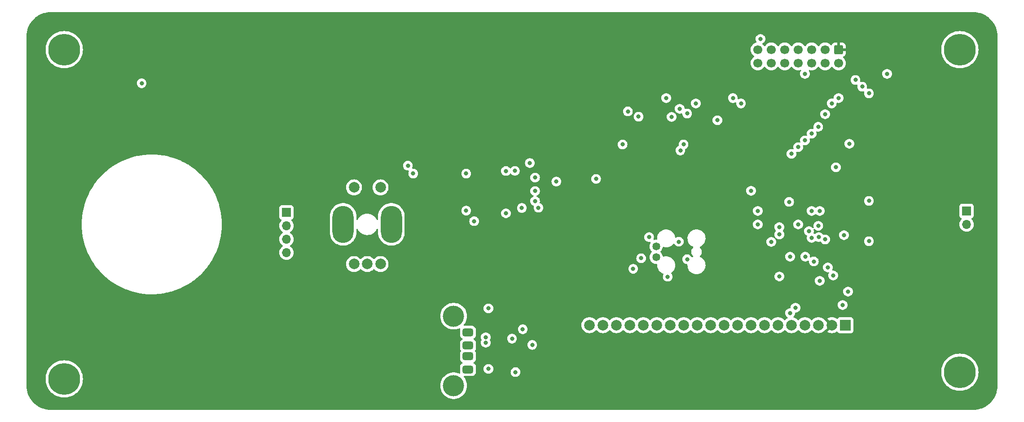
<source format=gbr>
%TF.GenerationSoftware,KiCad,Pcbnew,(6.0.7-1)-1*%
%TF.CreationDate,2022-12-08T22:36:40-08:00*%
%TF.ProjectId,Control,436f6e74-726f-46c2-9e6b-696361645f70,1.1*%
%TF.SameCoordinates,Original*%
%TF.FileFunction,Copper,L3,Inr*%
%TF.FilePolarity,Positive*%
%FSLAX46Y46*%
G04 Gerber Fmt 4.6, Leading zero omitted, Abs format (unit mm)*
G04 Created by KiCad (PCBNEW (6.0.7-1)-1) date 2022-12-08 22:36:40*
%MOMM*%
%LPD*%
G01*
G04 APERTURE LIST*
G04 Aperture macros list*
%AMRoundRect*
0 Rectangle with rounded corners*
0 $1 Rounding radius*
0 $2 $3 $4 $5 $6 $7 $8 $9 X,Y pos of 4 corners*
0 Add a 4 corners polygon primitive as box body*
4,1,4,$2,$3,$4,$5,$6,$7,$8,$9,$2,$3,0*
0 Add four circle primitives for the rounded corners*
1,1,$1+$1,$2,$3*
1,1,$1+$1,$4,$5*
1,1,$1+$1,$6,$7*
1,1,$1+$1,$8,$9*
0 Add four rect primitives between the rounded corners*
20,1,$1+$1,$2,$3,$4,$5,0*
20,1,$1+$1,$4,$5,$6,$7,0*
20,1,$1+$1,$6,$7,$8,$9,0*
20,1,$1+$1,$8,$9,$2,$3,0*%
G04 Aperture macros list end*
%TA.AperFunction,ComponentPad*%
%ADD10C,1.485900*%
%TD*%
%TA.AperFunction,ComponentPad*%
%ADD11RoundRect,0.250000X-0.600000X0.600000X-0.600000X-0.600000X0.600000X-0.600000X0.600000X0.600000X0*%
%TD*%
%TA.AperFunction,ComponentPad*%
%ADD12C,1.700000*%
%TD*%
%TA.AperFunction,ComponentPad*%
%ADD13R,1.700000X1.700000*%
%TD*%
%TA.AperFunction,ComponentPad*%
%ADD14O,1.700000X1.700000*%
%TD*%
%TA.AperFunction,ComponentPad*%
%ADD15RoundRect,0.375000X-0.625000X0.375000X-0.625000X-0.375000X0.625000X-0.375000X0.625000X0.375000X0*%
%TD*%
%TA.AperFunction,ComponentPad*%
%ADD16C,4.000000*%
%TD*%
%TA.AperFunction,ComponentPad*%
%ADD17C,0.800000*%
%TD*%
%TA.AperFunction,ComponentPad*%
%ADD18C,6.000000*%
%TD*%
%TA.AperFunction,ComponentPad*%
%ADD19O,4.000000X7.000000*%
%TD*%
%TA.AperFunction,ComponentPad*%
%ADD20C,2.000000*%
%TD*%
%TA.AperFunction,ComponentPad*%
%ADD21R,2.000000X2.000000*%
%TD*%
%TA.AperFunction,ViaPad*%
%ADD22C,0.800000*%
%TD*%
G04 APERTURE END LIST*
D10*
%TO.N,RESET*%
%TO.C,ISP1*%
X171320351Y-105765351D03*
%TO.N,TXD*%
X171320351Y-107797351D03*
%TD*%
D11*
%TO.N,+3V0*%
%TO.C,MCU1*%
X205740000Y-68580000D03*
D12*
%TO.N,MOSI*%
X205740000Y-71120000D03*
%TO.N,MISO*%
X203200000Y-68580000D03*
%TO.N,SCK*%
X203200000Y-71120000D03*
%TO.N,CS_LASER*%
X200660000Y-68580000D03*
%TO.N,RST_LASER*%
X200660000Y-71120000D03*
%TO.N,TMP_LASER*%
X198120000Y-68580000D03*
%TO.N,CS_TEC_SET*%
X198120000Y-71120000D03*
%TO.N,CS_TEC_READ*%
X195580000Y-68580000D03*
%TO.N,TEC_ENABLE*%
X195580000Y-71120000D03*
%TO.N,CS_CHARGE*%
X193040000Y-68580000D03*
%TO.N,INTERLOCK_SW*%
X193040000Y-71120000D03*
%TO.N,INTERLOCK_EN*%
X190500000Y-68580000D03*
%TO.N,GND*%
X190500000Y-71120000D03*
%TD*%
D13*
%TO.N,INTERLOCK_SW*%
%TO.C,SW2*%
X229870000Y-99060000D03*
D14*
%TO.N,GND*%
X229870000Y-101600000D03*
%TD*%
D15*
%TO.N,Net-(U5-Pad5)*%
%TO.C,USB1*%
X135844000Y-122013000D03*
%TO.N,Net-(R7-Pad1)*%
X135844000Y-124513000D03*
%TO.N,Net-(R6-Pad1)*%
X135844000Y-126513000D03*
%TO.N,GND*%
X135844000Y-129013000D03*
D16*
X133134000Y-132083000D03*
X133134000Y-118943000D03*
%TD*%
D17*
%TO.N,unconnected-(H1-Pad1)*%
%TO.C,H1*%
X61940000Y-68580000D03*
X59690000Y-66330000D03*
X61280990Y-70170990D03*
X58099010Y-70170990D03*
X61280990Y-66989010D03*
D18*
X59690000Y-68580000D03*
D17*
X59690000Y-70830000D03*
X58099010Y-66989010D03*
X57440000Y-68580000D03*
%TD*%
%TO.N,unconnected-(H2-Pad1)*%
%TO.C,H2*%
X227009010Y-70170990D03*
X230190990Y-66989010D03*
X230850000Y-68580000D03*
X228600000Y-70830000D03*
D18*
X228600000Y-68580000D03*
D17*
X227009010Y-66989010D03*
X230190990Y-70170990D03*
X226350000Y-68580000D03*
X228600000Y-66330000D03*
%TD*%
%TO.N,unconnected-(H3-Pad1)*%
%TO.C,H3*%
X61280990Y-132400990D03*
X61940000Y-130810000D03*
X59690000Y-133060000D03*
X57440000Y-130810000D03*
X59690000Y-128560000D03*
X58099010Y-129219010D03*
X58099010Y-132400990D03*
X61280990Y-129219010D03*
D18*
X59690000Y-130810000D03*
%TD*%
D17*
%TO.N,unconnected-(H4-Pad1)*%
%TO.C,H4*%
X230850000Y-129540000D03*
X228600000Y-127290000D03*
X230190990Y-127949010D03*
X230190990Y-131130990D03*
D18*
X228600000Y-129540000D03*
D17*
X227009010Y-127949010D03*
X228600000Y-131790000D03*
X227009010Y-131130990D03*
X226350000Y-129540000D03*
%TD*%
D13*
%TO.N,Net-(R11-Pad2)*%
%TO.C,SW3*%
X101600000Y-99324000D03*
D14*
%TO.N,GND*%
X101600000Y-101864000D03*
%TO.N,FIRE_LATCH_SW*%
X101600000Y-104404000D03*
%TO.N,FIRE_MOM_SW*%
X101600000Y-106944000D03*
%TD*%
D19*
%TO.N,*%
%TO.C,SW1*%
X121390000Y-101600000D03*
X112290000Y-101600000D03*
D20*
%TO.N,ENC_A_SW*%
X119340000Y-109100000D03*
%TO.N,ENC_B_SW*%
X114340000Y-109100000D03*
%TO.N,GND*%
X116840000Y-109100000D03*
%TO.N,ENC_SEL_SW*%
X119340000Y-94600000D03*
%TO.N,GND*%
X114340000Y-94600000D03*
%TD*%
D21*
%TO.N,GND*%
%TO.C,DISP1*%
X207010000Y-120650000D03*
D20*
%TO.N,+3V0*%
X204470000Y-120650000D03*
%TO.N,unconnected-(DISP1-Pad3)*%
X201930000Y-120650000D03*
%TO.N,DISP_DC*%
X199390000Y-120650000D03*
%TO.N,GND*%
X196850000Y-120650000D03*
X194310000Y-120650000D03*
%TO.N,SCK*%
X191770000Y-120650000D03*
%TO.N,MOSI*%
X189230000Y-120650000D03*
%TO.N,unconnected-(DISP1-Pad9)*%
X186690000Y-120650000D03*
%TO.N,GND*%
X184150000Y-120650000D03*
X181610000Y-120650000D03*
X179070000Y-120650000D03*
X176530000Y-120650000D03*
X173990000Y-120650000D03*
%TO.N,unconnected-(DISP1-Pad15)*%
X171450000Y-120650000D03*
%TO.N,DISP_RES*%
X168910000Y-120650000D03*
%TO.N,DISP_CS*%
X166370000Y-120650000D03*
%TO.N,unconnected-(DISP1-Pad18)*%
X163830000Y-120650000D03*
%TO.N,GND*%
X161290000Y-120650000D03*
X158750000Y-120650000D03*
%TD*%
D22*
%TO.N,GND*%
X146170546Y-121414467D03*
X139700000Y-117475000D03*
X147955000Y-124369798D03*
X144145000Y-123190000D03*
X144800000Y-129520000D03*
X139700000Y-128905000D03*
X149130000Y-98460000D03*
X175592822Y-104876351D03*
X177162351Y-108178351D03*
X143000000Y-99500000D03*
X135500000Y-92000000D03*
X211455000Y-104775000D03*
X147500000Y-90000000D03*
X148495000Y-95285000D03*
X143000000Y-91500000D03*
X189230000Y-95250000D03*
X144685000Y-91475000D03*
X214884000Y-73152000D03*
X211455000Y-97155000D03*
X182880000Y-81915000D03*
X152500000Y-93500000D03*
X206502000Y-116840000D03*
X207518000Y-114300000D03*
X146000000Y-98500000D03*
X206756000Y-103632000D03*
X202184000Y-112268000D03*
X74295000Y-74930000D03*
X148495000Y-97190000D03*
X190500000Y-99060000D03*
X148495000Y-92745000D03*
X175895000Y-87630000D03*
X135500000Y-99000000D03*
X190500000Y-101600000D03*
X194564000Y-102108000D03*
X168000000Y-81250000D03*
%TO.N,+3V0*%
X146700000Y-129525000D03*
X147967741Y-121431254D03*
X160000000Y-95000000D03*
X127500000Y-97000000D03*
X135550000Y-97050000D03*
X171704000Y-81280000D03*
X166500000Y-126587500D03*
X207645000Y-104775000D03*
X194310000Y-95250000D03*
X202438000Y-116840000D03*
X179900500Y-82989500D03*
X194532000Y-99600000D03*
X176422351Y-103500000D03*
X200152000Y-112268000D03*
X214884000Y-68072000D03*
X135500000Y-94000000D03*
X202438000Y-114300000D03*
X206756000Y-101600000D03*
X164250000Y-81250000D03*
X152000000Y-90500000D03*
X146700000Y-131684000D03*
X127500000Y-94000000D03*
%TO.N,DISP_CS*%
X197612000Y-117348000D03*
%TO.N,DISP_RES*%
X199450500Y-107696000D03*
X196596000Y-118364000D03*
X196596000Y-107696000D03*
%TO.N,SCK*%
X194564000Y-103500000D03*
X194564000Y-111436000D03*
X173500000Y-111500000D03*
X196410000Y-97350000D03*
X177165000Y-80645000D03*
X203200000Y-80772000D03*
%TO.N,MOSI*%
X198120000Y-101600000D03*
X173228000Y-77724000D03*
X185801000Y-77724000D03*
X193040000Y-104902003D03*
X205740000Y-77724000D03*
%TO.N,MISO*%
X178816000Y-78740000D03*
X187325000Y-78740000D03*
X204440501Y-78740000D03*
%TO.N,RXD*%
X167000000Y-110000000D03*
X202000000Y-104000000D03*
X170000000Y-104000000D03*
%TO.N,TXD*%
X203708000Y-109728000D03*
X168500000Y-108000000D03*
%TO.N,RESET*%
X201060000Y-108604000D03*
%TO.N,TEC_ENABLE*%
X196850000Y-88265000D03*
X200660000Y-104140000D03*
%TO.N,CS_TEC_SET*%
X200660000Y-99060000D03*
X198120000Y-86995000D03*
%TO.N,RST_LASER*%
X200660000Y-84455000D03*
X200152000Y-102870000D03*
%TO.N,CS_CHARGE*%
X199390000Y-85725000D03*
X199390000Y-73152000D03*
X202184008Y-99060000D03*
%TO.N,TMP_LASER*%
X191008000Y-66548000D03*
%TO.N,CS_LASER*%
X201908687Y-101875313D03*
X201900501Y-83155501D03*
%TO.N,LED_R*%
X203200000Y-104449998D03*
X208915004Y-74295000D03*
X205232000Y-90805000D03*
%TO.N,LED_G*%
X211455000Y-76835000D03*
%TO.N,LED_B*%
X210185000Y-75565000D03*
%TO.N,ENC_A_SW*%
X124500000Y-90500000D03*
%TO.N,ENC_B_SW*%
X125500000Y-92000000D03*
%TO.N,FIRE_LATCH_SW*%
X160000000Y-93000000D03*
%TO.N,FIRE_MOM_SW*%
X137000000Y-101000000D03*
%TO.N,BUTTON_IRQ*%
X207772000Y-86360000D03*
X175768000Y-79756000D03*
%TO.N,CS_BUTTONS*%
X174244000Y-81280000D03*
X204724000Y-111252000D03*
X166000000Y-80250000D03*
%TO.N,Net-(R7-Pad1)*%
X139192000Y-123952000D03*
%TO.N,Net-(U5-Pad5)*%
X139192000Y-122936000D03*
%TO.N,FIRE_LED*%
X176500000Y-86500000D03*
X165000000Y-86500000D03*
%TD*%
%TA.AperFunction,Conductor*%
%TO.N,+3V0*%
G36*
X231110018Y-61470000D02*
G01*
X231124851Y-61472310D01*
X231124855Y-61472310D01*
X231133724Y-61473691D01*
X231154183Y-61471016D01*
X231176008Y-61470072D01*
X231532937Y-61485656D01*
X231543886Y-61486614D01*
X231928379Y-61537233D01*
X231939205Y-61539142D01*
X232317822Y-61623080D01*
X232328439Y-61625925D01*
X232498702Y-61679608D01*
X232698302Y-61742542D01*
X232708615Y-61746295D01*
X233066932Y-61894715D01*
X233076876Y-61899353D01*
X233420867Y-62078423D01*
X233430387Y-62083919D01*
X233757468Y-62292292D01*
X233766472Y-62298597D01*
X234074138Y-62534678D01*
X234082558Y-62541743D01*
X234368483Y-62803744D01*
X234376256Y-62811517D01*
X234638257Y-63097442D01*
X234645322Y-63105862D01*
X234881403Y-63413528D01*
X234887708Y-63422532D01*
X235096081Y-63749613D01*
X235101577Y-63759133D01*
X235280643Y-64103115D01*
X235285289Y-64113077D01*
X235433702Y-64471377D01*
X235437461Y-64481706D01*
X235554075Y-64851561D01*
X235556920Y-64862178D01*
X235640858Y-65240795D01*
X235642767Y-65251621D01*
X235693386Y-65636114D01*
X235694344Y-65647063D01*
X235699022Y-65754197D01*
X235709603Y-65996552D01*
X235708223Y-66021429D01*
X235706309Y-66033724D01*
X235707473Y-66042626D01*
X235707473Y-66042628D01*
X235710436Y-66065283D01*
X235711500Y-66081621D01*
X235711500Y-132030633D01*
X235710000Y-132050018D01*
X235707690Y-132064851D01*
X235707690Y-132064855D01*
X235706309Y-132073724D01*
X235708984Y-132094183D01*
X235709928Y-132116008D01*
X235704693Y-132235909D01*
X235694344Y-132472936D01*
X235693386Y-132483886D01*
X235642767Y-132868379D01*
X235640858Y-132879205D01*
X235556920Y-133257822D01*
X235554075Y-133268439D01*
X235506743Y-133418558D01*
X235462029Y-133560375D01*
X235437461Y-133638294D01*
X235433705Y-133648615D01*
X235348583Y-133854119D01*
X235285289Y-134006923D01*
X235280647Y-134016876D01*
X235161091Y-134246541D01*
X235101577Y-134360867D01*
X235096081Y-134370387D01*
X234887708Y-134697468D01*
X234881403Y-134706472D01*
X234645322Y-135014138D01*
X234638257Y-135022558D01*
X234376256Y-135308483D01*
X234368483Y-135316256D01*
X234082558Y-135578257D01*
X234074138Y-135585322D01*
X233766472Y-135821403D01*
X233757468Y-135827708D01*
X233430387Y-136036081D01*
X233420868Y-136041576D01*
X233076876Y-136220647D01*
X233066932Y-136225285D01*
X232708615Y-136373705D01*
X232698302Y-136377458D01*
X232498702Y-136440392D01*
X232328439Y-136494075D01*
X232317822Y-136496920D01*
X231939205Y-136580858D01*
X231928379Y-136582767D01*
X231543886Y-136633386D01*
X231532937Y-136634344D01*
X231183446Y-136649603D01*
X231158571Y-136648223D01*
X231146276Y-136646309D01*
X231137374Y-136647473D01*
X231137372Y-136647473D01*
X231122323Y-136649441D01*
X231114714Y-136650436D01*
X231098379Y-136651500D01*
X57199367Y-136651500D01*
X57179982Y-136650000D01*
X57165149Y-136647690D01*
X57165145Y-136647690D01*
X57156276Y-136646309D01*
X57135817Y-136648984D01*
X57113992Y-136649928D01*
X56757063Y-136634344D01*
X56746114Y-136633386D01*
X56361621Y-136582767D01*
X56350795Y-136580858D01*
X55972178Y-136496920D01*
X55961561Y-136494075D01*
X55791298Y-136440392D01*
X55591698Y-136377458D01*
X55581385Y-136373705D01*
X55223068Y-136225285D01*
X55213124Y-136220647D01*
X54869132Y-136041576D01*
X54859613Y-136036081D01*
X54532532Y-135827708D01*
X54523528Y-135821403D01*
X54215862Y-135585322D01*
X54207442Y-135578257D01*
X53921517Y-135316256D01*
X53913744Y-135308483D01*
X53651743Y-135022558D01*
X53644678Y-135014138D01*
X53408597Y-134706472D01*
X53402292Y-134697468D01*
X53193919Y-134370387D01*
X53188423Y-134360867D01*
X53128909Y-134246541D01*
X53009353Y-134016876D01*
X53004711Y-134006923D01*
X52941418Y-133854119D01*
X52856295Y-133648615D01*
X52852539Y-133638294D01*
X52827972Y-133560375D01*
X52783257Y-133418558D01*
X52735925Y-133268439D01*
X52733080Y-133257822D01*
X52649142Y-132879205D01*
X52647233Y-132868379D01*
X52596614Y-132483886D01*
X52595656Y-132472936D01*
X52580561Y-132127208D01*
X52582188Y-132100805D01*
X52582769Y-132097352D01*
X52582770Y-132097345D01*
X52583576Y-132092552D01*
X52583729Y-132080000D01*
X52579773Y-132052376D01*
X52578500Y-132034514D01*
X52578500Y-130810000D01*
X56176685Y-130810000D01*
X56195931Y-131177241D01*
X56196444Y-131180481D01*
X56196445Y-131180489D01*
X56215283Y-131299426D01*
X56253459Y-131540459D01*
X56348639Y-131895674D01*
X56480427Y-132238994D01*
X56481925Y-132241934D01*
X56599627Y-132472936D01*
X56647380Y-132566657D01*
X56649176Y-132569423D01*
X56649178Y-132569426D01*
X56741668Y-132711848D01*
X56847668Y-132875075D01*
X57079098Y-133160867D01*
X57339133Y-133420902D01*
X57624925Y-133652332D01*
X57933342Y-133852620D01*
X57936276Y-133854115D01*
X57936283Y-133854119D01*
X58236179Y-134006923D01*
X58261006Y-134019573D01*
X58604326Y-134151361D01*
X58959541Y-134246541D01*
X59152558Y-134277112D01*
X59319511Y-134303555D01*
X59319519Y-134303556D01*
X59322759Y-134304069D01*
X59690000Y-134323315D01*
X60057241Y-134304069D01*
X60060481Y-134303556D01*
X60060489Y-134303555D01*
X60227442Y-134277112D01*
X60420459Y-134246541D01*
X60775674Y-134151361D01*
X61118994Y-134019573D01*
X61143821Y-134006923D01*
X61443717Y-133854119D01*
X61443724Y-133854115D01*
X61446658Y-133852620D01*
X61755075Y-133652332D01*
X62040867Y-133420902D01*
X62300902Y-133160867D01*
X62532332Y-132875075D01*
X62638332Y-132711848D01*
X62730822Y-132569426D01*
X62730824Y-132569423D01*
X62732620Y-132566657D01*
X62780374Y-132472936D01*
X62898075Y-132241934D01*
X62899573Y-132238994D01*
X62959453Y-132083000D01*
X130620540Y-132083000D01*
X130640359Y-132398020D01*
X130699505Y-132708072D01*
X130797044Y-133008266D01*
X130798731Y-133011852D01*
X130798733Y-133011856D01*
X130929750Y-133290283D01*
X130929754Y-133290290D01*
X130931438Y-133293869D01*
X131100568Y-133560375D01*
X131301767Y-133803582D01*
X131531860Y-134019654D01*
X131787221Y-134205184D01*
X131790690Y-134207091D01*
X131790693Y-134207093D01*
X132002099Y-134323315D01*
X132063821Y-134357247D01*
X132067490Y-134358700D01*
X132067495Y-134358702D01*
X132353628Y-134471990D01*
X132357298Y-134473443D01*
X132663025Y-134551940D01*
X132976179Y-134591500D01*
X133291821Y-134591500D01*
X133604975Y-134551940D01*
X133910702Y-134473443D01*
X133914372Y-134471990D01*
X134200505Y-134358702D01*
X134200510Y-134358700D01*
X134204179Y-134357247D01*
X134265901Y-134323315D01*
X134477307Y-134207093D01*
X134477310Y-134207091D01*
X134480779Y-134205184D01*
X134736140Y-134019654D01*
X134966233Y-133803582D01*
X135167432Y-133560375D01*
X135336562Y-133293869D01*
X135338246Y-133290290D01*
X135338250Y-133290283D01*
X135469267Y-133011856D01*
X135469269Y-133011852D01*
X135470956Y-133008266D01*
X135568495Y-132708072D01*
X135627641Y-132398020D01*
X135647460Y-132083000D01*
X135627641Y-131767980D01*
X135568495Y-131457928D01*
X135470956Y-131157734D01*
X135383526Y-130971934D01*
X135338250Y-130875717D01*
X135338246Y-130875710D01*
X135336562Y-130872131D01*
X135167432Y-130605625D01*
X135061699Y-130477816D01*
X135033689Y-130412578D01*
X135045396Y-130342553D01*
X135093103Y-130289973D01*
X135158784Y-130271500D01*
X135702541Y-130271500D01*
X136530842Y-130271499D01*
X136577674Y-130267814D01*
X136602217Y-130265883D01*
X136602220Y-130265883D01*
X136607971Y-130265430D01*
X136787362Y-130217362D01*
X136952839Y-130133047D01*
X136957968Y-130128894D01*
X136957972Y-130128891D01*
X137092039Y-130020325D01*
X137097170Y-130016170D01*
X137102023Y-130010178D01*
X137209891Y-129876972D01*
X137209894Y-129876968D01*
X137214047Y-129871839D01*
X137298362Y-129706362D01*
X137300070Y-129699988D01*
X137344936Y-129532548D01*
X137344937Y-129532544D01*
X137346430Y-129526971D01*
X137347495Y-129513435D01*
X137352307Y-129452300D01*
X137352307Y-129452291D01*
X137352500Y-129449843D01*
X137352499Y-128905000D01*
X138786496Y-128905000D01*
X138806458Y-129094928D01*
X138865473Y-129276556D01*
X138960960Y-129441944D01*
X138965378Y-129446851D01*
X138965379Y-129446852D01*
X139042538Y-129532546D01*
X139088747Y-129583866D01*
X139243248Y-129696118D01*
X139249276Y-129698802D01*
X139249278Y-129698803D01*
X139411681Y-129771109D01*
X139417712Y-129773794D01*
X139499972Y-129791279D01*
X139598056Y-129812128D01*
X139598061Y-129812128D01*
X139604513Y-129813500D01*
X139795487Y-129813500D01*
X139801939Y-129812128D01*
X139801944Y-129812128D01*
X139900028Y-129791279D01*
X139982288Y-129773794D01*
X139988319Y-129771109D01*
X140150722Y-129698803D01*
X140150724Y-129698802D01*
X140156752Y-129696118D01*
X140311253Y-129583866D01*
X140357462Y-129532546D01*
X140368758Y-129520000D01*
X143886496Y-129520000D01*
X143887186Y-129526565D01*
X143905007Y-129696118D01*
X143906458Y-129709928D01*
X143965473Y-129891556D01*
X144060960Y-130056944D01*
X144065378Y-130061851D01*
X144065379Y-130061852D01*
X144125741Y-130128891D01*
X144188747Y-130198866D01*
X144278308Y-130263936D01*
X144314145Y-130289973D01*
X144343248Y-130311118D01*
X144349276Y-130313802D01*
X144349278Y-130313803D01*
X144452372Y-130359703D01*
X144517712Y-130388794D01*
X144611112Y-130408647D01*
X144698056Y-130427128D01*
X144698061Y-130427128D01*
X144704513Y-130428500D01*
X144895487Y-130428500D01*
X144901939Y-130427128D01*
X144901944Y-130427128D01*
X144988888Y-130408647D01*
X145082288Y-130388794D01*
X145147628Y-130359703D01*
X145250722Y-130313803D01*
X145250724Y-130313802D01*
X145256752Y-130311118D01*
X145285856Y-130289973D01*
X145321692Y-130263936D01*
X145411253Y-130198866D01*
X145474259Y-130128891D01*
X145534621Y-130061852D01*
X145534622Y-130061851D01*
X145539040Y-130056944D01*
X145634527Y-129891556D01*
X145693542Y-129709928D01*
X145694994Y-129696118D01*
X145711402Y-129540000D01*
X225086685Y-129540000D01*
X225105931Y-129907241D01*
X225106444Y-129910481D01*
X225106445Y-129910489D01*
X225123842Y-130020325D01*
X225163459Y-130270459D01*
X225258639Y-130625674D01*
X225390427Y-130968994D01*
X225557380Y-131296657D01*
X225757668Y-131605075D01*
X225989098Y-131890867D01*
X226249133Y-132150902D01*
X226534925Y-132382332D01*
X226843342Y-132582620D01*
X226846276Y-132584115D01*
X226846283Y-132584119D01*
X227096966Y-132711848D01*
X227171006Y-132749573D01*
X227380782Y-132830098D01*
X227480507Y-132868379D01*
X227514326Y-132881361D01*
X227869541Y-132976541D01*
X228046023Y-133004493D01*
X228229511Y-133033555D01*
X228229519Y-133033556D01*
X228232759Y-133034069D01*
X228600000Y-133053315D01*
X228967241Y-133034069D01*
X228970481Y-133033556D01*
X228970489Y-133033555D01*
X229153977Y-133004493D01*
X229330459Y-132976541D01*
X229685674Y-132881361D01*
X229719494Y-132868379D01*
X229819218Y-132830098D01*
X230028994Y-132749573D01*
X230103034Y-132711848D01*
X230353717Y-132584119D01*
X230353724Y-132584115D01*
X230356658Y-132582620D01*
X230665075Y-132382332D01*
X230950867Y-132150902D01*
X231210902Y-131890867D01*
X231442332Y-131605075D01*
X231642620Y-131296657D01*
X231809573Y-130968994D01*
X231941361Y-130625674D01*
X232036541Y-130270459D01*
X232076158Y-130020325D01*
X232093555Y-129910489D01*
X232093556Y-129910481D01*
X232094069Y-129907241D01*
X232113315Y-129540000D01*
X232094069Y-129172759D01*
X232091214Y-129154729D01*
X232050620Y-128898435D01*
X232036541Y-128809541D01*
X231941361Y-128454326D01*
X231809573Y-128111006D01*
X231808075Y-128108066D01*
X231644119Y-127786284D01*
X231644115Y-127786277D01*
X231642620Y-127783343D01*
X231632914Y-127768396D01*
X231444134Y-127477700D01*
X231442332Y-127474925D01*
X231210902Y-127189133D01*
X230950867Y-126929098D01*
X230665075Y-126697668D01*
X230356658Y-126497380D01*
X230353724Y-126495885D01*
X230353717Y-126495881D01*
X230031934Y-126331925D01*
X230028994Y-126330427D01*
X229685674Y-126198639D01*
X229330459Y-126103459D01*
X229137442Y-126072888D01*
X228970489Y-126046445D01*
X228970481Y-126046444D01*
X228967241Y-126045931D01*
X228600000Y-126026685D01*
X228232759Y-126045931D01*
X228229519Y-126046444D01*
X228229511Y-126046445D01*
X228062558Y-126072888D01*
X227869541Y-126103459D01*
X227514326Y-126198639D01*
X227171006Y-126330427D01*
X227168066Y-126331925D01*
X226846284Y-126495881D01*
X226846277Y-126495885D01*
X226843343Y-126497380D01*
X226534925Y-126697668D01*
X226249133Y-126929098D01*
X225989098Y-127189133D01*
X225757668Y-127474925D01*
X225755866Y-127477700D01*
X225567087Y-127768396D01*
X225557380Y-127783343D01*
X225555885Y-127786277D01*
X225555881Y-127786284D01*
X225391925Y-128108066D01*
X225390427Y-128111006D01*
X225258639Y-128454326D01*
X225163459Y-128809541D01*
X225149380Y-128898435D01*
X225108787Y-129154729D01*
X225105931Y-129172759D01*
X225086685Y-129540000D01*
X145711402Y-129540000D01*
X145712814Y-129526565D01*
X145713504Y-129520000D01*
X145705871Y-129447374D01*
X145694232Y-129336635D01*
X145694232Y-129336633D01*
X145693542Y-129330072D01*
X145634527Y-129148444D01*
X145539040Y-128983056D01*
X145411253Y-128841134D01*
X145256752Y-128728882D01*
X145250724Y-128726198D01*
X145250722Y-128726197D01*
X145088319Y-128653891D01*
X145088318Y-128653891D01*
X145082288Y-128651206D01*
X144988887Y-128631353D01*
X144901944Y-128612872D01*
X144901939Y-128612872D01*
X144895487Y-128611500D01*
X144704513Y-128611500D01*
X144698061Y-128612872D01*
X144698056Y-128612872D01*
X144611113Y-128631353D01*
X144517712Y-128651206D01*
X144511682Y-128653891D01*
X144511681Y-128653891D01*
X144349278Y-128726197D01*
X144349276Y-128726198D01*
X144343248Y-128728882D01*
X144188747Y-128841134D01*
X144060960Y-128983056D01*
X143965473Y-129148444D01*
X143906458Y-129330072D01*
X143905768Y-129336633D01*
X143905768Y-129336635D01*
X143894129Y-129447374D01*
X143886496Y-129520000D01*
X140368758Y-129520000D01*
X140434621Y-129446852D01*
X140434622Y-129446851D01*
X140439040Y-129441944D01*
X140534527Y-129276556D01*
X140593542Y-129094928D01*
X140613504Y-128905000D01*
X140607308Y-128846045D01*
X140594232Y-128721635D01*
X140594232Y-128721633D01*
X140593542Y-128715072D01*
X140534527Y-128533444D01*
X140514658Y-128499029D01*
X140442341Y-128373774D01*
X140439040Y-128368056D01*
X140401184Y-128326012D01*
X140315675Y-128231045D01*
X140315674Y-128231044D01*
X140311253Y-128226134D01*
X140156752Y-128113882D01*
X140150724Y-128111198D01*
X140150722Y-128111197D01*
X139988319Y-128038891D01*
X139988318Y-128038891D01*
X139982288Y-128036206D01*
X139882339Y-128014961D01*
X139801944Y-127997872D01*
X139801939Y-127997872D01*
X139795487Y-127996500D01*
X139604513Y-127996500D01*
X139598061Y-127997872D01*
X139598056Y-127997872D01*
X139517661Y-128014961D01*
X139417712Y-128036206D01*
X139411682Y-128038891D01*
X139411681Y-128038891D01*
X139249278Y-128111197D01*
X139249276Y-128111198D01*
X139243248Y-128113882D01*
X139088747Y-128226134D01*
X139084326Y-128231044D01*
X139084325Y-128231045D01*
X138998817Y-128326012D01*
X138960960Y-128368056D01*
X138957659Y-128373774D01*
X138885343Y-128499029D01*
X138865473Y-128533444D01*
X138806458Y-128715072D01*
X138805768Y-128721633D01*
X138805768Y-128721635D01*
X138792692Y-128846045D01*
X138786496Y-128905000D01*
X137352499Y-128905000D01*
X137352499Y-128576158D01*
X137346430Y-128499029D01*
X137298362Y-128319638D01*
X137214047Y-128154161D01*
X137209894Y-128149032D01*
X137209891Y-128149028D01*
X137101325Y-128014961D01*
X137097170Y-128009830D01*
X137080709Y-127996500D01*
X136957972Y-127897109D01*
X136957968Y-127897106D01*
X136952839Y-127892953D01*
X136946957Y-127889956D01*
X136946954Y-127889954D01*
X136918129Y-127875267D01*
X136866513Y-127826519D01*
X136849447Y-127757604D01*
X136872347Y-127690403D01*
X136918129Y-127650733D01*
X136946954Y-127636046D01*
X136946957Y-127636044D01*
X136952839Y-127633047D01*
X136957968Y-127628894D01*
X136957972Y-127628891D01*
X137092039Y-127520325D01*
X137097170Y-127516170D01*
X137102023Y-127510178D01*
X137209891Y-127376972D01*
X137209894Y-127376968D01*
X137214047Y-127371839D01*
X137298362Y-127206362D01*
X137346430Y-127026971D01*
X137346883Y-127021215D01*
X137352307Y-126952300D01*
X137352307Y-126952291D01*
X137352500Y-126949843D01*
X137352499Y-126076158D01*
X137346430Y-125999029D01*
X137298362Y-125819638D01*
X137214047Y-125654161D01*
X137209894Y-125649032D01*
X137209891Y-125649028D01*
X137163948Y-125592294D01*
X137136622Y-125526767D01*
X137149062Y-125456869D01*
X137163948Y-125433706D01*
X137209891Y-125376972D01*
X137209894Y-125376968D01*
X137214047Y-125371839D01*
X137298362Y-125206362D01*
X137339577Y-125052547D01*
X137344936Y-125032548D01*
X137344937Y-125032544D01*
X137346430Y-125026971D01*
X137346883Y-125021215D01*
X137352307Y-124952300D01*
X137352307Y-124952291D01*
X137352500Y-124949843D01*
X137352499Y-124076158D01*
X137346430Y-123999029D01*
X137333829Y-123952000D01*
X138278496Y-123952000D01*
X138279186Y-123958565D01*
X138293894Y-124098500D01*
X138298458Y-124141928D01*
X138357473Y-124323556D01*
X138360776Y-124329278D01*
X138360777Y-124329279D01*
X138384171Y-124369798D01*
X138452960Y-124488944D01*
X138580747Y-124630866D01*
X138679843Y-124702864D01*
X138724170Y-124735069D01*
X138735248Y-124743118D01*
X138741276Y-124745802D01*
X138741278Y-124745803D01*
X138903681Y-124818109D01*
X138909712Y-124820794D01*
X139003112Y-124840647D01*
X139090056Y-124859128D01*
X139090061Y-124859128D01*
X139096513Y-124860500D01*
X139287487Y-124860500D01*
X139293939Y-124859128D01*
X139293944Y-124859128D01*
X139380888Y-124840647D01*
X139474288Y-124820794D01*
X139480319Y-124818109D01*
X139642722Y-124745803D01*
X139642724Y-124745802D01*
X139648752Y-124743118D01*
X139659831Y-124735069D01*
X139704157Y-124702864D01*
X139803253Y-124630866D01*
X139931040Y-124488944D01*
X139999829Y-124369798D01*
X147041496Y-124369798D01*
X147042186Y-124376363D01*
X147054019Y-124488944D01*
X147061458Y-124559726D01*
X147120473Y-124741354D01*
X147215960Y-124906742D01*
X147220378Y-124911649D01*
X147220379Y-124911650D01*
X147329234Y-125032546D01*
X147343747Y-125048664D01*
X147498248Y-125160916D01*
X147504276Y-125163600D01*
X147504278Y-125163601D01*
X147613526Y-125212241D01*
X147672712Y-125238592D01*
X147766112Y-125258445D01*
X147853056Y-125276926D01*
X147853061Y-125276926D01*
X147859513Y-125278298D01*
X148050487Y-125278298D01*
X148056939Y-125276926D01*
X148056944Y-125276926D01*
X148143888Y-125258445D01*
X148237288Y-125238592D01*
X148296474Y-125212241D01*
X148405722Y-125163601D01*
X148405724Y-125163600D01*
X148411752Y-125160916D01*
X148566253Y-125048664D01*
X148580766Y-125032546D01*
X148689621Y-124911650D01*
X148689622Y-124911649D01*
X148694040Y-124906742D01*
X148789527Y-124741354D01*
X148848542Y-124559726D01*
X148855982Y-124488944D01*
X148867814Y-124376363D01*
X148868504Y-124369798D01*
X148848542Y-124179870D01*
X148789527Y-123998242D01*
X148779641Y-123981118D01*
X148717073Y-123872749D01*
X148694040Y-123832854D01*
X148687880Y-123826012D01*
X148570675Y-123695843D01*
X148570674Y-123695842D01*
X148566253Y-123690932D01*
X148467157Y-123618934D01*
X148417094Y-123582561D01*
X148417093Y-123582560D01*
X148411752Y-123578680D01*
X148405724Y-123575996D01*
X148405722Y-123575995D01*
X148243319Y-123503689D01*
X148243318Y-123503689D01*
X148237288Y-123501004D01*
X148143887Y-123481151D01*
X148056944Y-123462670D01*
X148056939Y-123462670D01*
X148050487Y-123461298D01*
X147859513Y-123461298D01*
X147853061Y-123462670D01*
X147853056Y-123462670D01*
X147766113Y-123481151D01*
X147672712Y-123501004D01*
X147666682Y-123503689D01*
X147666681Y-123503689D01*
X147504278Y-123575995D01*
X147504276Y-123575996D01*
X147498248Y-123578680D01*
X147492907Y-123582560D01*
X147492906Y-123582561D01*
X147442843Y-123618934D01*
X147343747Y-123690932D01*
X147339326Y-123695842D01*
X147339325Y-123695843D01*
X147222121Y-123826012D01*
X147215960Y-123832854D01*
X147192927Y-123872749D01*
X147130360Y-123981118D01*
X147120473Y-123998242D01*
X147061458Y-124179870D01*
X147041496Y-124369798D01*
X139999829Y-124369798D01*
X140023223Y-124329279D01*
X140023224Y-124329278D01*
X140026527Y-124323556D01*
X140085542Y-124141928D01*
X140090107Y-124098500D01*
X140104814Y-123958565D01*
X140105504Y-123952000D01*
X140104814Y-123945435D01*
X140086232Y-123768635D01*
X140086232Y-123768633D01*
X140085542Y-123762072D01*
X140026527Y-123580444D01*
X139984124Y-123507000D01*
X139967386Y-123438005D01*
X139984124Y-123381000D01*
X140023223Y-123313279D01*
X140023224Y-123313278D01*
X140026527Y-123307556D01*
X140064724Y-123190000D01*
X143231496Y-123190000D01*
X143232186Y-123196565D01*
X143245845Y-123326519D01*
X143251458Y-123379928D01*
X143310473Y-123561556D01*
X143313776Y-123567278D01*
X143313777Y-123567279D01*
X143321378Y-123580444D01*
X143405960Y-123726944D01*
X143410378Y-123731851D01*
X143410379Y-123731852D01*
X143501322Y-123832854D01*
X143533747Y-123868866D01*
X143632843Y-123940864D01*
X143657207Y-123958565D01*
X143688248Y-123981118D01*
X143694276Y-123983802D01*
X143694278Y-123983803D01*
X143741405Y-124004785D01*
X143862712Y-124058794D01*
X143932839Y-124073700D01*
X144043056Y-124097128D01*
X144043061Y-124097128D01*
X144049513Y-124098500D01*
X144240487Y-124098500D01*
X144246939Y-124097128D01*
X144246944Y-124097128D01*
X144357161Y-124073700D01*
X144427288Y-124058794D01*
X144548595Y-124004785D01*
X144595722Y-123983803D01*
X144595724Y-123983802D01*
X144601752Y-123981118D01*
X144632794Y-123958565D01*
X144657157Y-123940864D01*
X144756253Y-123868866D01*
X144788678Y-123832854D01*
X144879621Y-123731852D01*
X144879622Y-123731851D01*
X144884040Y-123726944D01*
X144968622Y-123580444D01*
X144976223Y-123567279D01*
X144976224Y-123567278D01*
X144979527Y-123561556D01*
X145038542Y-123379928D01*
X145044156Y-123326519D01*
X145057814Y-123196565D01*
X145058504Y-123190000D01*
X145038542Y-123000072D01*
X144979527Y-122818444D01*
X144884040Y-122653056D01*
X144804254Y-122564444D01*
X144760675Y-122516045D01*
X144760674Y-122516044D01*
X144756253Y-122511134D01*
X144601752Y-122398882D01*
X144595724Y-122396198D01*
X144595722Y-122396197D01*
X144433319Y-122323891D01*
X144433318Y-122323891D01*
X144427288Y-122321206D01*
X144333887Y-122301353D01*
X144246944Y-122282872D01*
X144246939Y-122282872D01*
X144240487Y-122281500D01*
X144049513Y-122281500D01*
X144043061Y-122282872D01*
X144043056Y-122282872D01*
X143956113Y-122301353D01*
X143862712Y-122321206D01*
X143856682Y-122323891D01*
X143856681Y-122323891D01*
X143694278Y-122396197D01*
X143694276Y-122396198D01*
X143688248Y-122398882D01*
X143533747Y-122511134D01*
X143529326Y-122516044D01*
X143529325Y-122516045D01*
X143485747Y-122564444D01*
X143405960Y-122653056D01*
X143310473Y-122818444D01*
X143251458Y-123000072D01*
X143231496Y-123190000D01*
X140064724Y-123190000D01*
X140085542Y-123125928D01*
X140105504Y-122936000D01*
X140099300Y-122876972D01*
X140086232Y-122752635D01*
X140086232Y-122752633D01*
X140085542Y-122746072D01*
X140026527Y-122564444D01*
X139931040Y-122399056D01*
X139803253Y-122257134D01*
X139672691Y-122162275D01*
X139654094Y-122148763D01*
X139654093Y-122148762D01*
X139648752Y-122144882D01*
X139642724Y-122142198D01*
X139642722Y-122142197D01*
X139480319Y-122069891D01*
X139480318Y-122069891D01*
X139474288Y-122067206D01*
X139380887Y-122047353D01*
X139293944Y-122028872D01*
X139293939Y-122028872D01*
X139287487Y-122027500D01*
X139096513Y-122027500D01*
X139090061Y-122028872D01*
X139090056Y-122028872D01*
X139003113Y-122047353D01*
X138909712Y-122067206D01*
X138903682Y-122069891D01*
X138903681Y-122069891D01*
X138741278Y-122142197D01*
X138741276Y-122142198D01*
X138735248Y-122144882D01*
X138729907Y-122148762D01*
X138729906Y-122148763D01*
X138711309Y-122162275D01*
X138580747Y-122257134D01*
X138452960Y-122399056D01*
X138357473Y-122564444D01*
X138298458Y-122746072D01*
X138297768Y-122752633D01*
X138297768Y-122752635D01*
X138284700Y-122876972D01*
X138278496Y-122936000D01*
X138298458Y-123125928D01*
X138357473Y-123307556D01*
X138360776Y-123313278D01*
X138360777Y-123313279D01*
X138399876Y-123381000D01*
X138416614Y-123449995D01*
X138399876Y-123507000D01*
X138357473Y-123580444D01*
X138298458Y-123762072D01*
X138297768Y-123768633D01*
X138297768Y-123768635D01*
X138279186Y-123945435D01*
X138278496Y-123952000D01*
X137333829Y-123952000D01*
X137298362Y-123819638D01*
X137214047Y-123654161D01*
X137209894Y-123649032D01*
X137209891Y-123649028D01*
X137101325Y-123514961D01*
X137097170Y-123509830D01*
X137084577Y-123499632D01*
X136957972Y-123397109D01*
X136957968Y-123397106D01*
X136952839Y-123392953D01*
X136946957Y-123389956D01*
X136946954Y-123389954D01*
X136918129Y-123375267D01*
X136866513Y-123326519D01*
X136849447Y-123257604D01*
X136872347Y-123190403D01*
X136918129Y-123150733D01*
X136946954Y-123136046D01*
X136946957Y-123136044D01*
X136952839Y-123133047D01*
X136957968Y-123128894D01*
X136957972Y-123128891D01*
X137092039Y-123020325D01*
X137097170Y-123016170D01*
X137115290Y-122993794D01*
X137209891Y-122876972D01*
X137209894Y-122876968D01*
X137214047Y-122871839D01*
X137298362Y-122706362D01*
X137311113Y-122658774D01*
X137344936Y-122532548D01*
X137344937Y-122532544D01*
X137346430Y-122526971D01*
X137347982Y-122507251D01*
X137352307Y-122452300D01*
X137352307Y-122452291D01*
X137352500Y-122449843D01*
X137352499Y-121576158D01*
X137346430Y-121499029D01*
X137323772Y-121414467D01*
X145257042Y-121414467D01*
X145257732Y-121421032D01*
X145274296Y-121578626D01*
X145277004Y-121604395D01*
X145336019Y-121786023D01*
X145431506Y-121951411D01*
X145435924Y-121956318D01*
X145435925Y-121956319D01*
X145473671Y-121998240D01*
X145559293Y-122093333D01*
X145713794Y-122205585D01*
X145719822Y-122208269D01*
X145719824Y-122208270D01*
X145882227Y-122280576D01*
X145888258Y-122283261D01*
X145981659Y-122303114D01*
X146068602Y-122321595D01*
X146068607Y-122321595D01*
X146075059Y-122322967D01*
X146266033Y-122322967D01*
X146272485Y-122321595D01*
X146272490Y-122321595D01*
X146359433Y-122303114D01*
X146452834Y-122283261D01*
X146458865Y-122280576D01*
X146621268Y-122208270D01*
X146621270Y-122208269D01*
X146627298Y-122205585D01*
X146781799Y-122093333D01*
X146867421Y-121998240D01*
X146905167Y-121956319D01*
X146905168Y-121956318D01*
X146909586Y-121951411D01*
X147005073Y-121786023D01*
X147064088Y-121604395D01*
X147066797Y-121578626D01*
X147083360Y-121421032D01*
X147084050Y-121414467D01*
X147075423Y-121332389D01*
X147064778Y-121231102D01*
X147064778Y-121231100D01*
X147064088Y-121224539D01*
X147005073Y-121042911D01*
X146909586Y-120877523D01*
X146798990Y-120754693D01*
X146786221Y-120740512D01*
X146786220Y-120740511D01*
X146781799Y-120735601D01*
X146663980Y-120650000D01*
X157236835Y-120650000D01*
X157255465Y-120886711D01*
X157256619Y-120891518D01*
X157256620Y-120891524D01*
X157257961Y-120897109D01*
X157310895Y-121117594D01*
X157312788Y-121122165D01*
X157312789Y-121122167D01*
X157394584Y-121319638D01*
X157401760Y-121336963D01*
X157404346Y-121341183D01*
X157523241Y-121535202D01*
X157523245Y-121535208D01*
X157525824Y-121539416D01*
X157680031Y-121719969D01*
X157860584Y-121874176D01*
X157864792Y-121876755D01*
X157864798Y-121876759D01*
X157986619Y-121951411D01*
X158063037Y-121998240D01*
X158067607Y-122000133D01*
X158067611Y-122000135D01*
X158277833Y-122087211D01*
X158282406Y-122089105D01*
X158316191Y-122097216D01*
X158508476Y-122143380D01*
X158508482Y-122143381D01*
X158513289Y-122144535D01*
X158750000Y-122163165D01*
X158986711Y-122144535D01*
X158991518Y-122143381D01*
X158991524Y-122143380D01*
X159183809Y-122097216D01*
X159217594Y-122089105D01*
X159222167Y-122087211D01*
X159432389Y-122000135D01*
X159432393Y-122000133D01*
X159436963Y-121998240D01*
X159513381Y-121951411D01*
X159635202Y-121876759D01*
X159635208Y-121876755D01*
X159639416Y-121874176D01*
X159819969Y-121719969D01*
X159823177Y-121716213D01*
X159823182Y-121716208D01*
X159924189Y-121597944D01*
X159983639Y-121559134D01*
X160054634Y-121558628D01*
X160115811Y-121597944D01*
X160216818Y-121716208D01*
X160216823Y-121716213D01*
X160220031Y-121719969D01*
X160400584Y-121874176D01*
X160404792Y-121876755D01*
X160404798Y-121876759D01*
X160526619Y-121951411D01*
X160603037Y-121998240D01*
X160607607Y-122000133D01*
X160607611Y-122000135D01*
X160817833Y-122087211D01*
X160822406Y-122089105D01*
X160856191Y-122097216D01*
X161048476Y-122143380D01*
X161048482Y-122143381D01*
X161053289Y-122144535D01*
X161290000Y-122163165D01*
X161526711Y-122144535D01*
X161531518Y-122143381D01*
X161531524Y-122143380D01*
X161723809Y-122097216D01*
X161757594Y-122089105D01*
X161762167Y-122087211D01*
X161972389Y-122000135D01*
X161972393Y-122000133D01*
X161976963Y-121998240D01*
X162053381Y-121951411D01*
X162175202Y-121876759D01*
X162175208Y-121876755D01*
X162179416Y-121874176D01*
X162359969Y-121719969D01*
X162363177Y-121716213D01*
X162363182Y-121716208D01*
X162464189Y-121597944D01*
X162523639Y-121559134D01*
X162594634Y-121558628D01*
X162655811Y-121597944D01*
X162756818Y-121716208D01*
X162756823Y-121716213D01*
X162760031Y-121719969D01*
X162940584Y-121874176D01*
X162944792Y-121876755D01*
X162944798Y-121876759D01*
X163066619Y-121951411D01*
X163143037Y-121998240D01*
X163147607Y-122000133D01*
X163147611Y-122000135D01*
X163357833Y-122087211D01*
X163362406Y-122089105D01*
X163396191Y-122097216D01*
X163588476Y-122143380D01*
X163588482Y-122143381D01*
X163593289Y-122144535D01*
X163830000Y-122163165D01*
X164066711Y-122144535D01*
X164071518Y-122143381D01*
X164071524Y-122143380D01*
X164263809Y-122097216D01*
X164297594Y-122089105D01*
X164302167Y-122087211D01*
X164512389Y-122000135D01*
X164512393Y-122000133D01*
X164516963Y-121998240D01*
X164593381Y-121951411D01*
X164715202Y-121876759D01*
X164715208Y-121876755D01*
X164719416Y-121874176D01*
X164899969Y-121719969D01*
X164903177Y-121716213D01*
X164903182Y-121716208D01*
X165004189Y-121597944D01*
X165063639Y-121559134D01*
X165134634Y-121558628D01*
X165195811Y-121597944D01*
X165296818Y-121716208D01*
X165296823Y-121716213D01*
X165300031Y-121719969D01*
X165480584Y-121874176D01*
X165484792Y-121876755D01*
X165484798Y-121876759D01*
X165606619Y-121951411D01*
X165683037Y-121998240D01*
X165687607Y-122000133D01*
X165687611Y-122000135D01*
X165897833Y-122087211D01*
X165902406Y-122089105D01*
X165936191Y-122097216D01*
X166128476Y-122143380D01*
X166128482Y-122143381D01*
X166133289Y-122144535D01*
X166370000Y-122163165D01*
X166606711Y-122144535D01*
X166611518Y-122143381D01*
X166611524Y-122143380D01*
X166803809Y-122097216D01*
X166837594Y-122089105D01*
X166842167Y-122087211D01*
X167052389Y-122000135D01*
X167052393Y-122000133D01*
X167056963Y-121998240D01*
X167133381Y-121951411D01*
X167255202Y-121876759D01*
X167255208Y-121876755D01*
X167259416Y-121874176D01*
X167439969Y-121719969D01*
X167443177Y-121716213D01*
X167443182Y-121716208D01*
X167544189Y-121597944D01*
X167603639Y-121559134D01*
X167674634Y-121558628D01*
X167735811Y-121597944D01*
X167836818Y-121716208D01*
X167836823Y-121716213D01*
X167840031Y-121719969D01*
X168020584Y-121874176D01*
X168024792Y-121876755D01*
X168024798Y-121876759D01*
X168146619Y-121951411D01*
X168223037Y-121998240D01*
X168227607Y-122000133D01*
X168227611Y-122000135D01*
X168437833Y-122087211D01*
X168442406Y-122089105D01*
X168476191Y-122097216D01*
X168668476Y-122143380D01*
X168668482Y-122143381D01*
X168673289Y-122144535D01*
X168910000Y-122163165D01*
X169146711Y-122144535D01*
X169151518Y-122143381D01*
X169151524Y-122143380D01*
X169343809Y-122097216D01*
X169377594Y-122089105D01*
X169382167Y-122087211D01*
X169592389Y-122000135D01*
X169592393Y-122000133D01*
X169596963Y-121998240D01*
X169673381Y-121951411D01*
X169795202Y-121876759D01*
X169795208Y-121876755D01*
X169799416Y-121874176D01*
X169979969Y-121719969D01*
X169983177Y-121716213D01*
X169983182Y-121716208D01*
X170084189Y-121597944D01*
X170143639Y-121559134D01*
X170214634Y-121558628D01*
X170275811Y-121597944D01*
X170376818Y-121716208D01*
X170376823Y-121716213D01*
X170380031Y-121719969D01*
X170560584Y-121874176D01*
X170564792Y-121876755D01*
X170564798Y-121876759D01*
X170686619Y-121951411D01*
X170763037Y-121998240D01*
X170767607Y-122000133D01*
X170767611Y-122000135D01*
X170977833Y-122087211D01*
X170982406Y-122089105D01*
X171016191Y-122097216D01*
X171208476Y-122143380D01*
X171208482Y-122143381D01*
X171213289Y-122144535D01*
X171450000Y-122163165D01*
X171686711Y-122144535D01*
X171691518Y-122143381D01*
X171691524Y-122143380D01*
X171883809Y-122097216D01*
X171917594Y-122089105D01*
X171922167Y-122087211D01*
X172132389Y-122000135D01*
X172132393Y-122000133D01*
X172136963Y-121998240D01*
X172213381Y-121951411D01*
X172335202Y-121876759D01*
X172335208Y-121876755D01*
X172339416Y-121874176D01*
X172519969Y-121719969D01*
X172523177Y-121716213D01*
X172523182Y-121716208D01*
X172624189Y-121597944D01*
X172683639Y-121559134D01*
X172754634Y-121558628D01*
X172815811Y-121597944D01*
X172916818Y-121716208D01*
X172916823Y-121716213D01*
X172920031Y-121719969D01*
X173100584Y-121874176D01*
X173104792Y-121876755D01*
X173104798Y-121876759D01*
X173226619Y-121951411D01*
X173303037Y-121998240D01*
X173307607Y-122000133D01*
X173307611Y-122000135D01*
X173517833Y-122087211D01*
X173522406Y-122089105D01*
X173556191Y-122097216D01*
X173748476Y-122143380D01*
X173748482Y-122143381D01*
X173753289Y-122144535D01*
X173990000Y-122163165D01*
X174226711Y-122144535D01*
X174231518Y-122143381D01*
X174231524Y-122143380D01*
X174423809Y-122097216D01*
X174457594Y-122089105D01*
X174462167Y-122087211D01*
X174672389Y-122000135D01*
X174672393Y-122000133D01*
X174676963Y-121998240D01*
X174753381Y-121951411D01*
X174875202Y-121876759D01*
X174875208Y-121876755D01*
X174879416Y-121874176D01*
X175059969Y-121719969D01*
X175063177Y-121716213D01*
X175063182Y-121716208D01*
X175164189Y-121597944D01*
X175223639Y-121559134D01*
X175294634Y-121558628D01*
X175355811Y-121597944D01*
X175456818Y-121716208D01*
X175456823Y-121716213D01*
X175460031Y-121719969D01*
X175640584Y-121874176D01*
X175644792Y-121876755D01*
X175644798Y-121876759D01*
X175766619Y-121951411D01*
X175843037Y-121998240D01*
X175847607Y-122000133D01*
X175847611Y-122000135D01*
X176057833Y-122087211D01*
X176062406Y-122089105D01*
X176096191Y-122097216D01*
X176288476Y-122143380D01*
X176288482Y-122143381D01*
X176293289Y-122144535D01*
X176530000Y-122163165D01*
X176766711Y-122144535D01*
X176771518Y-122143381D01*
X176771524Y-122143380D01*
X176963809Y-122097216D01*
X176997594Y-122089105D01*
X177002167Y-122087211D01*
X177212389Y-122000135D01*
X177212393Y-122000133D01*
X177216963Y-121998240D01*
X177293381Y-121951411D01*
X177415202Y-121876759D01*
X177415208Y-121876755D01*
X177419416Y-121874176D01*
X177599969Y-121719969D01*
X177603177Y-121716213D01*
X177603182Y-121716208D01*
X177704189Y-121597944D01*
X177763639Y-121559134D01*
X177834634Y-121558628D01*
X177895811Y-121597944D01*
X177996818Y-121716208D01*
X177996823Y-121716213D01*
X178000031Y-121719969D01*
X178180584Y-121874176D01*
X178184792Y-121876755D01*
X178184798Y-121876759D01*
X178306619Y-121951411D01*
X178383037Y-121998240D01*
X178387607Y-122000133D01*
X178387611Y-122000135D01*
X178597833Y-122087211D01*
X178602406Y-122089105D01*
X178636191Y-122097216D01*
X178828476Y-122143380D01*
X178828482Y-122143381D01*
X178833289Y-122144535D01*
X179070000Y-122163165D01*
X179306711Y-122144535D01*
X179311518Y-122143381D01*
X179311524Y-122143380D01*
X179503809Y-122097216D01*
X179537594Y-122089105D01*
X179542167Y-122087211D01*
X179752389Y-122000135D01*
X179752393Y-122000133D01*
X179756963Y-121998240D01*
X179833381Y-121951411D01*
X179955202Y-121876759D01*
X179955208Y-121876755D01*
X179959416Y-121874176D01*
X180139969Y-121719969D01*
X180143177Y-121716213D01*
X180143182Y-121716208D01*
X180244189Y-121597944D01*
X180303639Y-121559134D01*
X180374634Y-121558628D01*
X180435811Y-121597944D01*
X180536818Y-121716208D01*
X180536823Y-121716213D01*
X180540031Y-121719969D01*
X180720584Y-121874176D01*
X180724792Y-121876755D01*
X180724798Y-121876759D01*
X180846619Y-121951411D01*
X180923037Y-121998240D01*
X180927607Y-122000133D01*
X180927611Y-122000135D01*
X181137833Y-122087211D01*
X181142406Y-122089105D01*
X181176191Y-122097216D01*
X181368476Y-122143380D01*
X181368482Y-122143381D01*
X181373289Y-122144535D01*
X181610000Y-122163165D01*
X181846711Y-122144535D01*
X181851518Y-122143381D01*
X181851524Y-122143380D01*
X182043809Y-122097216D01*
X182077594Y-122089105D01*
X182082167Y-122087211D01*
X182292389Y-122000135D01*
X182292393Y-122000133D01*
X182296963Y-121998240D01*
X182373381Y-121951411D01*
X182495202Y-121876759D01*
X182495208Y-121876755D01*
X182499416Y-121874176D01*
X182679969Y-121719969D01*
X182683177Y-121716213D01*
X182683182Y-121716208D01*
X182784189Y-121597944D01*
X182843639Y-121559134D01*
X182914634Y-121558628D01*
X182975811Y-121597944D01*
X183076818Y-121716208D01*
X183076823Y-121716213D01*
X183080031Y-121719969D01*
X183260584Y-121874176D01*
X183264792Y-121876755D01*
X183264798Y-121876759D01*
X183386619Y-121951411D01*
X183463037Y-121998240D01*
X183467607Y-122000133D01*
X183467611Y-122000135D01*
X183677833Y-122087211D01*
X183682406Y-122089105D01*
X183716191Y-122097216D01*
X183908476Y-122143380D01*
X183908482Y-122143381D01*
X183913289Y-122144535D01*
X184150000Y-122163165D01*
X184386711Y-122144535D01*
X184391518Y-122143381D01*
X184391524Y-122143380D01*
X184583809Y-122097216D01*
X184617594Y-122089105D01*
X184622167Y-122087211D01*
X184832389Y-122000135D01*
X184832393Y-122000133D01*
X184836963Y-121998240D01*
X184913381Y-121951411D01*
X185035202Y-121876759D01*
X185035208Y-121876755D01*
X185039416Y-121874176D01*
X185219969Y-121719969D01*
X185223177Y-121716213D01*
X185223182Y-121716208D01*
X185324189Y-121597944D01*
X185383639Y-121559134D01*
X185454634Y-121558628D01*
X185515811Y-121597944D01*
X185616818Y-121716208D01*
X185616823Y-121716213D01*
X185620031Y-121719969D01*
X185800584Y-121874176D01*
X185804792Y-121876755D01*
X185804798Y-121876759D01*
X185926619Y-121951411D01*
X186003037Y-121998240D01*
X186007607Y-122000133D01*
X186007611Y-122000135D01*
X186217833Y-122087211D01*
X186222406Y-122089105D01*
X186256191Y-122097216D01*
X186448476Y-122143380D01*
X186448482Y-122143381D01*
X186453289Y-122144535D01*
X186690000Y-122163165D01*
X186926711Y-122144535D01*
X186931518Y-122143381D01*
X186931524Y-122143380D01*
X187123809Y-122097216D01*
X187157594Y-122089105D01*
X187162167Y-122087211D01*
X187372389Y-122000135D01*
X187372393Y-122000133D01*
X187376963Y-121998240D01*
X187453381Y-121951411D01*
X187575202Y-121876759D01*
X187575208Y-121876755D01*
X187579416Y-121874176D01*
X187759969Y-121719969D01*
X187763177Y-121716213D01*
X187763182Y-121716208D01*
X187864189Y-121597944D01*
X187923639Y-121559134D01*
X187994634Y-121558628D01*
X188055811Y-121597944D01*
X188156818Y-121716208D01*
X188156823Y-121716213D01*
X188160031Y-121719969D01*
X188340584Y-121874176D01*
X188344792Y-121876755D01*
X188344798Y-121876759D01*
X188466619Y-121951411D01*
X188543037Y-121998240D01*
X188547607Y-122000133D01*
X188547611Y-122000135D01*
X188757833Y-122087211D01*
X188762406Y-122089105D01*
X188796191Y-122097216D01*
X188988476Y-122143380D01*
X188988482Y-122143381D01*
X188993289Y-122144535D01*
X189230000Y-122163165D01*
X189466711Y-122144535D01*
X189471518Y-122143381D01*
X189471524Y-122143380D01*
X189663809Y-122097216D01*
X189697594Y-122089105D01*
X189702167Y-122087211D01*
X189912389Y-122000135D01*
X189912393Y-122000133D01*
X189916963Y-121998240D01*
X189993381Y-121951411D01*
X190115202Y-121876759D01*
X190115208Y-121876755D01*
X190119416Y-121874176D01*
X190299969Y-121719969D01*
X190303177Y-121716213D01*
X190303182Y-121716208D01*
X190404189Y-121597944D01*
X190463639Y-121559134D01*
X190534634Y-121558628D01*
X190595811Y-121597944D01*
X190696818Y-121716208D01*
X190696823Y-121716213D01*
X190700031Y-121719969D01*
X190880584Y-121874176D01*
X190884792Y-121876755D01*
X190884798Y-121876759D01*
X191006619Y-121951411D01*
X191083037Y-121998240D01*
X191087607Y-122000133D01*
X191087611Y-122000135D01*
X191297833Y-122087211D01*
X191302406Y-122089105D01*
X191336191Y-122097216D01*
X191528476Y-122143380D01*
X191528482Y-122143381D01*
X191533289Y-122144535D01*
X191770000Y-122163165D01*
X192006711Y-122144535D01*
X192011518Y-122143381D01*
X192011524Y-122143380D01*
X192203809Y-122097216D01*
X192237594Y-122089105D01*
X192242167Y-122087211D01*
X192452389Y-122000135D01*
X192452393Y-122000133D01*
X192456963Y-121998240D01*
X192533381Y-121951411D01*
X192655202Y-121876759D01*
X192655208Y-121876755D01*
X192659416Y-121874176D01*
X192839969Y-121719969D01*
X192843177Y-121716213D01*
X192843182Y-121716208D01*
X192944189Y-121597944D01*
X193003639Y-121559134D01*
X193074634Y-121558628D01*
X193135811Y-121597944D01*
X193236818Y-121716208D01*
X193236823Y-121716213D01*
X193240031Y-121719969D01*
X193420584Y-121874176D01*
X193424792Y-121876755D01*
X193424798Y-121876759D01*
X193546619Y-121951411D01*
X193623037Y-121998240D01*
X193627607Y-122000133D01*
X193627611Y-122000135D01*
X193837833Y-122087211D01*
X193842406Y-122089105D01*
X193876191Y-122097216D01*
X194068476Y-122143380D01*
X194068482Y-122143381D01*
X194073289Y-122144535D01*
X194310000Y-122163165D01*
X194546711Y-122144535D01*
X194551518Y-122143381D01*
X194551524Y-122143380D01*
X194743809Y-122097216D01*
X194777594Y-122089105D01*
X194782167Y-122087211D01*
X194992389Y-122000135D01*
X194992393Y-122000133D01*
X194996963Y-121998240D01*
X195073381Y-121951411D01*
X195195202Y-121876759D01*
X195195208Y-121876755D01*
X195199416Y-121874176D01*
X195379969Y-121719969D01*
X195383177Y-121716213D01*
X195383182Y-121716208D01*
X195484189Y-121597944D01*
X195543639Y-121559134D01*
X195614634Y-121558628D01*
X195675811Y-121597944D01*
X195776818Y-121716208D01*
X195776823Y-121716213D01*
X195780031Y-121719969D01*
X195960584Y-121874176D01*
X195964792Y-121876755D01*
X195964798Y-121876759D01*
X196086619Y-121951411D01*
X196163037Y-121998240D01*
X196167607Y-122000133D01*
X196167611Y-122000135D01*
X196377833Y-122087211D01*
X196382406Y-122089105D01*
X196416191Y-122097216D01*
X196608476Y-122143380D01*
X196608482Y-122143381D01*
X196613289Y-122144535D01*
X196850000Y-122163165D01*
X197086711Y-122144535D01*
X197091518Y-122143381D01*
X197091524Y-122143380D01*
X197283809Y-122097216D01*
X197317594Y-122089105D01*
X197322167Y-122087211D01*
X197532389Y-122000135D01*
X197532393Y-122000133D01*
X197536963Y-121998240D01*
X197613381Y-121951411D01*
X197735202Y-121876759D01*
X197735208Y-121876755D01*
X197739416Y-121874176D01*
X197919969Y-121719969D01*
X197923177Y-121716213D01*
X197923182Y-121716208D01*
X198024189Y-121597944D01*
X198083639Y-121559134D01*
X198154634Y-121558628D01*
X198215811Y-121597944D01*
X198316818Y-121716208D01*
X198316823Y-121716213D01*
X198320031Y-121719969D01*
X198500584Y-121874176D01*
X198504792Y-121876755D01*
X198504798Y-121876759D01*
X198626619Y-121951411D01*
X198703037Y-121998240D01*
X198707607Y-122000133D01*
X198707611Y-122000135D01*
X198917833Y-122087211D01*
X198922406Y-122089105D01*
X198956191Y-122097216D01*
X199148476Y-122143380D01*
X199148482Y-122143381D01*
X199153289Y-122144535D01*
X199390000Y-122163165D01*
X199626711Y-122144535D01*
X199631518Y-122143381D01*
X199631524Y-122143380D01*
X199823809Y-122097216D01*
X199857594Y-122089105D01*
X199862167Y-122087211D01*
X200072389Y-122000135D01*
X200072393Y-122000133D01*
X200076963Y-121998240D01*
X200153381Y-121951411D01*
X200275202Y-121876759D01*
X200275208Y-121876755D01*
X200279416Y-121874176D01*
X200459969Y-121719969D01*
X200463177Y-121716213D01*
X200463182Y-121716208D01*
X200564189Y-121597944D01*
X200623639Y-121559134D01*
X200694634Y-121558628D01*
X200755811Y-121597944D01*
X200856818Y-121716208D01*
X200856823Y-121716213D01*
X200860031Y-121719969D01*
X201040584Y-121874176D01*
X201044792Y-121876755D01*
X201044798Y-121876759D01*
X201166619Y-121951411D01*
X201243037Y-121998240D01*
X201247607Y-122000133D01*
X201247611Y-122000135D01*
X201457833Y-122087211D01*
X201462406Y-122089105D01*
X201496191Y-122097216D01*
X201688476Y-122143380D01*
X201688482Y-122143381D01*
X201693289Y-122144535D01*
X201930000Y-122163165D01*
X202166711Y-122144535D01*
X202171518Y-122143381D01*
X202171524Y-122143380D01*
X202363809Y-122097216D01*
X202397594Y-122089105D01*
X202402167Y-122087211D01*
X202612389Y-122000135D01*
X202612393Y-122000133D01*
X202616963Y-121998240D01*
X202693381Y-121951411D01*
X202815202Y-121876759D01*
X202815208Y-121876755D01*
X202819416Y-121874176D01*
X202999969Y-121719969D01*
X203003177Y-121716213D01*
X203003182Y-121716208D01*
X203133706Y-121563384D01*
X203193156Y-121524574D01*
X203227558Y-121522360D01*
X203246667Y-121514123D01*
X204097978Y-120662812D01*
X204105592Y-120648868D01*
X204105461Y-120647035D01*
X204101210Y-120640420D01*
X203249710Y-119788920D01*
X203232898Y-119779740D01*
X203169650Y-119765980D01*
X203134225Y-119737224D01*
X203003177Y-119583787D01*
X202999969Y-119580031D01*
X202819416Y-119425824D01*
X202815203Y-119423242D01*
X202815202Y-119423241D01*
X202806470Y-119417890D01*
X203602093Y-119417890D01*
X203605876Y-119426666D01*
X204740115Y-120560905D01*
X204774141Y-120623217D01*
X204769076Y-120694032D01*
X204740115Y-120739095D01*
X203608920Y-121870290D01*
X203602160Y-121882670D01*
X203607887Y-121890320D01*
X203779042Y-121995205D01*
X203787837Y-121999687D01*
X203997988Y-122086734D01*
X204007373Y-122089783D01*
X204228554Y-122142885D01*
X204238301Y-122144428D01*
X204465070Y-122162275D01*
X204474930Y-122162275D01*
X204701699Y-122144428D01*
X204711446Y-122142885D01*
X204932627Y-122089783D01*
X204942012Y-122086734D01*
X205152163Y-121999687D01*
X205160958Y-121995205D01*
X205354899Y-121876357D01*
X205362883Y-121870557D01*
X205370114Y-121864381D01*
X205434904Y-121835349D01*
X205505104Y-121845953D01*
X205557688Y-121892177D01*
X205559385Y-121896705D01*
X205564770Y-121903890D01*
X205564771Y-121903892D01*
X205600385Y-121951411D01*
X205646739Y-122013261D01*
X205763295Y-122100615D01*
X205899684Y-122151745D01*
X205961866Y-122158500D01*
X208058134Y-122158500D01*
X208120316Y-122151745D01*
X208256705Y-122100615D01*
X208373261Y-122013261D01*
X208460615Y-121896705D01*
X208511745Y-121760316D01*
X208518500Y-121698134D01*
X208518500Y-119601866D01*
X208511745Y-119539684D01*
X208460615Y-119403295D01*
X208373261Y-119286739D01*
X208256705Y-119199385D01*
X208120316Y-119148255D01*
X208058134Y-119141500D01*
X205961866Y-119141500D01*
X205899684Y-119148255D01*
X205763295Y-119199385D01*
X205646739Y-119286739D01*
X205641358Y-119293919D01*
X205564771Y-119396108D01*
X205564770Y-119396110D01*
X205559385Y-119403295D01*
X205559327Y-119403450D01*
X205512209Y-119450463D01*
X205442818Y-119465478D01*
X205376325Y-119440594D01*
X205370114Y-119435619D01*
X205362883Y-119429443D01*
X205354899Y-119423643D01*
X205160958Y-119304795D01*
X205152163Y-119300313D01*
X204942012Y-119213266D01*
X204932627Y-119210217D01*
X204711446Y-119157115D01*
X204701699Y-119155572D01*
X204474930Y-119137725D01*
X204465070Y-119137725D01*
X204238301Y-119155572D01*
X204228554Y-119157115D01*
X204007373Y-119210217D01*
X203997988Y-119213266D01*
X203787837Y-119300313D01*
X203779042Y-119304795D01*
X203611555Y-119407432D01*
X203602093Y-119417890D01*
X202806470Y-119417890D01*
X202621183Y-119304346D01*
X202616963Y-119301760D01*
X202612393Y-119299867D01*
X202612389Y-119299865D01*
X202402167Y-119212789D01*
X202402165Y-119212788D01*
X202397594Y-119210895D01*
X202302050Y-119187957D01*
X202171524Y-119156620D01*
X202171518Y-119156619D01*
X202166711Y-119155465D01*
X201930000Y-119136835D01*
X201693289Y-119155465D01*
X201688482Y-119156619D01*
X201688476Y-119156620D01*
X201557950Y-119187957D01*
X201462406Y-119210895D01*
X201457835Y-119212788D01*
X201457833Y-119212789D01*
X201247611Y-119299865D01*
X201247607Y-119299867D01*
X201243037Y-119301760D01*
X201238817Y-119304346D01*
X201044798Y-119423241D01*
X201044797Y-119423242D01*
X201040584Y-119425824D01*
X200860031Y-119580031D01*
X200856823Y-119583787D01*
X200856818Y-119583792D01*
X200755811Y-119702056D01*
X200696361Y-119740866D01*
X200625366Y-119741372D01*
X200564189Y-119702056D01*
X200463182Y-119583792D01*
X200463177Y-119583787D01*
X200459969Y-119580031D01*
X200279416Y-119425824D01*
X200275203Y-119423242D01*
X200275202Y-119423241D01*
X200081183Y-119304346D01*
X200076963Y-119301760D01*
X200072393Y-119299867D01*
X200072389Y-119299865D01*
X199862167Y-119212789D01*
X199862165Y-119212788D01*
X199857594Y-119210895D01*
X199762050Y-119187957D01*
X199631524Y-119156620D01*
X199631518Y-119156619D01*
X199626711Y-119155465D01*
X199390000Y-119136835D01*
X199153289Y-119155465D01*
X199148482Y-119156619D01*
X199148476Y-119156620D01*
X199017950Y-119187957D01*
X198922406Y-119210895D01*
X198917835Y-119212788D01*
X198917833Y-119212789D01*
X198707611Y-119299865D01*
X198707607Y-119299867D01*
X198703037Y-119301760D01*
X198698817Y-119304346D01*
X198504798Y-119423241D01*
X198504797Y-119423242D01*
X198500584Y-119425824D01*
X198320031Y-119580031D01*
X198316823Y-119583787D01*
X198316818Y-119583792D01*
X198215811Y-119702056D01*
X198156361Y-119740866D01*
X198085366Y-119741372D01*
X198024189Y-119702056D01*
X197923182Y-119583792D01*
X197923177Y-119583787D01*
X197919969Y-119580031D01*
X197739416Y-119425824D01*
X197735203Y-119423242D01*
X197735202Y-119423241D01*
X197541183Y-119304346D01*
X197536963Y-119301760D01*
X197532393Y-119299867D01*
X197532389Y-119299865D01*
X197322167Y-119212789D01*
X197322165Y-119212788D01*
X197317594Y-119210895D01*
X197312783Y-119209740D01*
X197312777Y-119209738D01*
X197308395Y-119208686D01*
X197246827Y-119173333D01*
X197214146Y-119110305D01*
X197220728Y-119039614D01*
X197244172Y-119001863D01*
X197335040Y-118900944D01*
X197430527Y-118735556D01*
X197489542Y-118553928D01*
X197507455Y-118383500D01*
X197508944Y-118369329D01*
X197535957Y-118303673D01*
X197594179Y-118263043D01*
X197634254Y-118256500D01*
X197707487Y-118256500D01*
X197713939Y-118255128D01*
X197713944Y-118255128D01*
X197800888Y-118236647D01*
X197894288Y-118216794D01*
X197990244Y-118174072D01*
X198062722Y-118141803D01*
X198062724Y-118141802D01*
X198068752Y-118139118D01*
X198223253Y-118026866D01*
X198228078Y-118021507D01*
X198346621Y-117889852D01*
X198346622Y-117889851D01*
X198351040Y-117884944D01*
X198430608Y-117747128D01*
X198443223Y-117725279D01*
X198443224Y-117725278D01*
X198446527Y-117719556D01*
X198505542Y-117537928D01*
X198507138Y-117522749D01*
X198524814Y-117354565D01*
X198525504Y-117348000D01*
X198505542Y-117158072D01*
X198446527Y-116976444D01*
X198367751Y-116840000D01*
X205588496Y-116840000D01*
X205608458Y-117029928D01*
X205667473Y-117211556D01*
X205762960Y-117376944D01*
X205767378Y-117381851D01*
X205767379Y-117381852D01*
X205842809Y-117465625D01*
X205890747Y-117518866D01*
X206045248Y-117631118D01*
X206051276Y-117633802D01*
X206051278Y-117633803D01*
X206213681Y-117706109D01*
X206219712Y-117708794D01*
X206313113Y-117728647D01*
X206400056Y-117747128D01*
X206400061Y-117747128D01*
X206406513Y-117748500D01*
X206597487Y-117748500D01*
X206603939Y-117747128D01*
X206603944Y-117747128D01*
X206690887Y-117728647D01*
X206784288Y-117708794D01*
X206790319Y-117706109D01*
X206952722Y-117633803D01*
X206952724Y-117633802D01*
X206958752Y-117631118D01*
X207113253Y-117518866D01*
X207161191Y-117465625D01*
X207236621Y-117381852D01*
X207236622Y-117381851D01*
X207241040Y-117376944D01*
X207336527Y-117211556D01*
X207395542Y-117029928D01*
X207415504Y-116840000D01*
X207410485Y-116792251D01*
X207396232Y-116656635D01*
X207396232Y-116656633D01*
X207395542Y-116650072D01*
X207336527Y-116468444D01*
X207241040Y-116303056D01*
X207113253Y-116161134D01*
X206958752Y-116048882D01*
X206952724Y-116046198D01*
X206952722Y-116046197D01*
X206790319Y-115973891D01*
X206790318Y-115973891D01*
X206784288Y-115971206D01*
X206690888Y-115951353D01*
X206603944Y-115932872D01*
X206603939Y-115932872D01*
X206597487Y-115931500D01*
X206406513Y-115931500D01*
X206400061Y-115932872D01*
X206400056Y-115932872D01*
X206313112Y-115951353D01*
X206219712Y-115971206D01*
X206213682Y-115973891D01*
X206213681Y-115973891D01*
X206051278Y-116046197D01*
X206051276Y-116046198D01*
X206045248Y-116048882D01*
X205890747Y-116161134D01*
X205762960Y-116303056D01*
X205667473Y-116468444D01*
X205608458Y-116650072D01*
X205607768Y-116656633D01*
X205607768Y-116656635D01*
X205593515Y-116792251D01*
X205588496Y-116840000D01*
X198367751Y-116840000D01*
X198351040Y-116811056D01*
X198223253Y-116669134D01*
X198124157Y-116597136D01*
X198074094Y-116560763D01*
X198074093Y-116560762D01*
X198068752Y-116556882D01*
X198062724Y-116554198D01*
X198062722Y-116554197D01*
X197900319Y-116481891D01*
X197900318Y-116481891D01*
X197894288Y-116479206D01*
X197800887Y-116459353D01*
X197713944Y-116440872D01*
X197713939Y-116440872D01*
X197707487Y-116439500D01*
X197516513Y-116439500D01*
X197510061Y-116440872D01*
X197510056Y-116440872D01*
X197423113Y-116459353D01*
X197329712Y-116479206D01*
X197323682Y-116481891D01*
X197323681Y-116481891D01*
X197161278Y-116554197D01*
X197161276Y-116554198D01*
X197155248Y-116556882D01*
X197149907Y-116560762D01*
X197149906Y-116560763D01*
X197099843Y-116597136D01*
X197000747Y-116669134D01*
X196872960Y-116811056D01*
X196777473Y-116976444D01*
X196718458Y-117158072D01*
X196717769Y-117164631D01*
X196717768Y-117164634D01*
X196699056Y-117342671D01*
X196672043Y-117408327D01*
X196613821Y-117448957D01*
X196573746Y-117455500D01*
X196500513Y-117455500D01*
X196494061Y-117456872D01*
X196494056Y-117456872D01*
X196408773Y-117475000D01*
X196313712Y-117495206D01*
X196307682Y-117497891D01*
X196307681Y-117497891D01*
X196145278Y-117570197D01*
X196145276Y-117570198D01*
X196139248Y-117572882D01*
X195984747Y-117685134D01*
X195856960Y-117827056D01*
X195761473Y-117992444D01*
X195702458Y-118174072D01*
X195701768Y-118180633D01*
X195701768Y-118180635D01*
X195683186Y-118357435D01*
X195682496Y-118364000D01*
X195683186Y-118370565D01*
X195684546Y-118383500D01*
X195702458Y-118553928D01*
X195761473Y-118735556D01*
X195856960Y-118900944D01*
X195861375Y-118905847D01*
X195861379Y-118905852D01*
X195894827Y-118943000D01*
X195984747Y-119042866D01*
X196036213Y-119080259D01*
X196107062Y-119131734D01*
X196150416Y-119187957D01*
X196156491Y-119258693D01*
X196123359Y-119321485D01*
X196098838Y-119341101D01*
X195960584Y-119425824D01*
X195780031Y-119580031D01*
X195776823Y-119583787D01*
X195776818Y-119583792D01*
X195675811Y-119702056D01*
X195616361Y-119740866D01*
X195545366Y-119741372D01*
X195484189Y-119702056D01*
X195383182Y-119583792D01*
X195383177Y-119583787D01*
X195379969Y-119580031D01*
X195199416Y-119425824D01*
X195195203Y-119423242D01*
X195195202Y-119423241D01*
X195001183Y-119304346D01*
X194996963Y-119301760D01*
X194992393Y-119299867D01*
X194992389Y-119299865D01*
X194782167Y-119212789D01*
X194782165Y-119212788D01*
X194777594Y-119210895D01*
X194682050Y-119187957D01*
X194551524Y-119156620D01*
X194551518Y-119156619D01*
X194546711Y-119155465D01*
X194310000Y-119136835D01*
X194073289Y-119155465D01*
X194068482Y-119156619D01*
X194068476Y-119156620D01*
X193937950Y-119187957D01*
X193842406Y-119210895D01*
X193837835Y-119212788D01*
X193837833Y-119212789D01*
X193627611Y-119299865D01*
X193627607Y-119299867D01*
X193623037Y-119301760D01*
X193618817Y-119304346D01*
X193424798Y-119423241D01*
X193424797Y-119423242D01*
X193420584Y-119425824D01*
X193240031Y-119580031D01*
X193236823Y-119583787D01*
X193236818Y-119583792D01*
X193135811Y-119702056D01*
X193076361Y-119740866D01*
X193005366Y-119741372D01*
X192944189Y-119702056D01*
X192843182Y-119583792D01*
X192843177Y-119583787D01*
X192839969Y-119580031D01*
X192659416Y-119425824D01*
X192655203Y-119423242D01*
X192655202Y-119423241D01*
X192461183Y-119304346D01*
X192456963Y-119301760D01*
X192452393Y-119299867D01*
X192452389Y-119299865D01*
X192242167Y-119212789D01*
X192242165Y-119212788D01*
X192237594Y-119210895D01*
X192142050Y-119187957D01*
X192011524Y-119156620D01*
X192011518Y-119156619D01*
X192006711Y-119155465D01*
X191770000Y-119136835D01*
X191533289Y-119155465D01*
X191528482Y-119156619D01*
X191528476Y-119156620D01*
X191397950Y-119187957D01*
X191302406Y-119210895D01*
X191297835Y-119212788D01*
X191297833Y-119212789D01*
X191087611Y-119299865D01*
X191087607Y-119299867D01*
X191083037Y-119301760D01*
X191078817Y-119304346D01*
X190884798Y-119423241D01*
X190884797Y-119423242D01*
X190880584Y-119425824D01*
X190700031Y-119580031D01*
X190696823Y-119583787D01*
X190696818Y-119583792D01*
X190595811Y-119702056D01*
X190536361Y-119740866D01*
X190465366Y-119741372D01*
X190404189Y-119702056D01*
X190303182Y-119583792D01*
X190303177Y-119583787D01*
X190299969Y-119580031D01*
X190119416Y-119425824D01*
X190115203Y-119423242D01*
X190115202Y-119423241D01*
X189921183Y-119304346D01*
X189916963Y-119301760D01*
X189912393Y-119299867D01*
X189912389Y-119299865D01*
X189702167Y-119212789D01*
X189702165Y-119212788D01*
X189697594Y-119210895D01*
X189602050Y-119187957D01*
X189471524Y-119156620D01*
X189471518Y-119156619D01*
X189466711Y-119155465D01*
X189230000Y-119136835D01*
X188993289Y-119155465D01*
X188988482Y-119156619D01*
X188988476Y-119156620D01*
X188857950Y-119187957D01*
X188762406Y-119210895D01*
X188757835Y-119212788D01*
X188757833Y-119212789D01*
X188547611Y-119299865D01*
X188547607Y-119299867D01*
X188543037Y-119301760D01*
X188538817Y-119304346D01*
X188344798Y-119423241D01*
X188344797Y-119423242D01*
X188340584Y-119425824D01*
X188160031Y-119580031D01*
X188156823Y-119583787D01*
X188156818Y-119583792D01*
X188055811Y-119702056D01*
X187996361Y-119740866D01*
X187925366Y-119741372D01*
X187864189Y-119702056D01*
X187763182Y-119583792D01*
X187763177Y-119583787D01*
X187759969Y-119580031D01*
X187579416Y-119425824D01*
X187575203Y-119423242D01*
X187575202Y-119423241D01*
X187381183Y-119304346D01*
X187376963Y-119301760D01*
X187372393Y-119299867D01*
X187372389Y-119299865D01*
X187162167Y-119212789D01*
X187162165Y-119212788D01*
X187157594Y-119210895D01*
X187062050Y-119187957D01*
X186931524Y-119156620D01*
X186931518Y-119156619D01*
X186926711Y-119155465D01*
X186690000Y-119136835D01*
X186453289Y-119155465D01*
X186448482Y-119156619D01*
X186448476Y-119156620D01*
X186317950Y-119187957D01*
X186222406Y-119210895D01*
X186217835Y-119212788D01*
X186217833Y-119212789D01*
X186007611Y-119299865D01*
X186007607Y-119299867D01*
X186003037Y-119301760D01*
X185998817Y-119304346D01*
X185804798Y-119423241D01*
X185804797Y-119423242D01*
X185800584Y-119425824D01*
X185620031Y-119580031D01*
X185616823Y-119583787D01*
X185616818Y-119583792D01*
X185515811Y-119702056D01*
X185456361Y-119740866D01*
X185385366Y-119741372D01*
X185324189Y-119702056D01*
X185223182Y-119583792D01*
X185223177Y-119583787D01*
X185219969Y-119580031D01*
X185039416Y-119425824D01*
X185035203Y-119423242D01*
X185035202Y-119423241D01*
X184841183Y-119304346D01*
X184836963Y-119301760D01*
X184832393Y-119299867D01*
X184832389Y-119299865D01*
X184622167Y-119212789D01*
X184622165Y-119212788D01*
X184617594Y-119210895D01*
X184522050Y-119187957D01*
X184391524Y-119156620D01*
X184391518Y-119156619D01*
X184386711Y-119155465D01*
X184150000Y-119136835D01*
X183913289Y-119155465D01*
X183908482Y-119156619D01*
X183908476Y-119156620D01*
X183777950Y-119187957D01*
X183682406Y-119210895D01*
X183677835Y-119212788D01*
X183677833Y-119212789D01*
X183467611Y-119299865D01*
X183467607Y-119299867D01*
X183463037Y-119301760D01*
X183458817Y-119304346D01*
X183264798Y-119423241D01*
X183264797Y-119423242D01*
X183260584Y-119425824D01*
X183080031Y-119580031D01*
X183076823Y-119583787D01*
X183076818Y-119583792D01*
X182975811Y-119702056D01*
X182916361Y-119740866D01*
X182845366Y-119741372D01*
X182784189Y-119702056D01*
X182683182Y-119583792D01*
X182683177Y-119583787D01*
X182679969Y-119580031D01*
X182499416Y-119425824D01*
X182495203Y-119423242D01*
X182495202Y-119423241D01*
X182301183Y-119304346D01*
X182296963Y-119301760D01*
X182292393Y-119299867D01*
X182292389Y-119299865D01*
X182082167Y-119212789D01*
X182082165Y-119212788D01*
X182077594Y-119210895D01*
X181982050Y-119187957D01*
X181851524Y-119156620D01*
X181851518Y-119156619D01*
X181846711Y-119155465D01*
X181610000Y-119136835D01*
X181373289Y-119155465D01*
X181368482Y-119156619D01*
X181368476Y-119156620D01*
X181237950Y-119187957D01*
X181142406Y-119210895D01*
X181137835Y-119212788D01*
X181137833Y-119212789D01*
X180927611Y-119299865D01*
X180927607Y-119299867D01*
X180923037Y-119301760D01*
X180918817Y-119304346D01*
X180724798Y-119423241D01*
X180724797Y-119423242D01*
X180720584Y-119425824D01*
X180540031Y-119580031D01*
X180536823Y-119583787D01*
X180536818Y-119583792D01*
X180435811Y-119702056D01*
X180376361Y-119740866D01*
X180305366Y-119741372D01*
X180244189Y-119702056D01*
X180143182Y-119583792D01*
X180143177Y-119583787D01*
X180139969Y-119580031D01*
X179959416Y-119425824D01*
X179955203Y-119423242D01*
X179955202Y-119423241D01*
X179761183Y-119304346D01*
X179756963Y-119301760D01*
X179752393Y-119299867D01*
X179752389Y-119299865D01*
X179542167Y-119212789D01*
X179542165Y-119212788D01*
X179537594Y-119210895D01*
X179442050Y-119187957D01*
X179311524Y-119156620D01*
X179311518Y-119156619D01*
X179306711Y-119155465D01*
X179070000Y-119136835D01*
X178833289Y-119155465D01*
X178828482Y-119156619D01*
X178828476Y-119156620D01*
X178697950Y-119187957D01*
X178602406Y-119210895D01*
X178597835Y-119212788D01*
X178597833Y-119212789D01*
X178387611Y-119299865D01*
X178387607Y-119299867D01*
X178383037Y-119301760D01*
X178378817Y-119304346D01*
X178184798Y-119423241D01*
X178184797Y-119423242D01*
X178180584Y-119425824D01*
X178000031Y-119580031D01*
X177996823Y-119583787D01*
X177996818Y-119583792D01*
X177895811Y-119702056D01*
X177836361Y-119740866D01*
X177765366Y-119741372D01*
X177704189Y-119702056D01*
X177603182Y-119583792D01*
X177603177Y-119583787D01*
X177599969Y-119580031D01*
X177419416Y-119425824D01*
X177415203Y-119423242D01*
X177415202Y-119423241D01*
X177221183Y-119304346D01*
X177216963Y-119301760D01*
X177212393Y-119299867D01*
X177212389Y-119299865D01*
X177002167Y-119212789D01*
X177002165Y-119212788D01*
X176997594Y-119210895D01*
X176902050Y-119187957D01*
X176771524Y-119156620D01*
X176771518Y-119156619D01*
X176766711Y-119155465D01*
X176530000Y-119136835D01*
X176293289Y-119155465D01*
X176288482Y-119156619D01*
X176288476Y-119156620D01*
X176157950Y-119187957D01*
X176062406Y-119210895D01*
X176057835Y-119212788D01*
X176057833Y-119212789D01*
X175847611Y-119299865D01*
X175847607Y-119299867D01*
X175843037Y-119301760D01*
X175838817Y-119304346D01*
X175644798Y-119423241D01*
X175644797Y-119423242D01*
X175640584Y-119425824D01*
X175460031Y-119580031D01*
X175456823Y-119583787D01*
X175456818Y-119583792D01*
X175355811Y-119702056D01*
X175296361Y-119740866D01*
X175225366Y-119741372D01*
X175164189Y-119702056D01*
X175063182Y-119583792D01*
X175063177Y-119583787D01*
X175059969Y-119580031D01*
X174879416Y-119425824D01*
X174875203Y-119423242D01*
X174875202Y-119423241D01*
X174681183Y-119304346D01*
X174676963Y-119301760D01*
X174672393Y-119299867D01*
X174672389Y-119299865D01*
X174462167Y-119212789D01*
X174462165Y-119212788D01*
X174457594Y-119210895D01*
X174362050Y-119187957D01*
X174231524Y-119156620D01*
X174231518Y-119156619D01*
X174226711Y-119155465D01*
X173990000Y-119136835D01*
X173753289Y-119155465D01*
X173748482Y-119156619D01*
X173748476Y-119156620D01*
X173617950Y-119187957D01*
X173522406Y-119210895D01*
X173517835Y-119212788D01*
X173517833Y-119212789D01*
X173307611Y-119299865D01*
X173307607Y-119299867D01*
X173303037Y-119301760D01*
X173298817Y-119304346D01*
X173104798Y-119423241D01*
X173104797Y-119423242D01*
X173100584Y-119425824D01*
X172920031Y-119580031D01*
X172916823Y-119583787D01*
X172916818Y-119583792D01*
X172815811Y-119702056D01*
X172756361Y-119740866D01*
X172685366Y-119741372D01*
X172624189Y-119702056D01*
X172523182Y-119583792D01*
X172523177Y-119583787D01*
X172519969Y-119580031D01*
X172339416Y-119425824D01*
X172335203Y-119423242D01*
X172335202Y-119423241D01*
X172141183Y-119304346D01*
X172136963Y-119301760D01*
X172132393Y-119299867D01*
X172132389Y-119299865D01*
X171922167Y-119212789D01*
X171922165Y-119212788D01*
X171917594Y-119210895D01*
X171822050Y-119187957D01*
X171691524Y-119156620D01*
X171691518Y-119156619D01*
X171686711Y-119155465D01*
X171450000Y-119136835D01*
X171213289Y-119155465D01*
X171208482Y-119156619D01*
X171208476Y-119156620D01*
X171077950Y-119187957D01*
X170982406Y-119210895D01*
X170977835Y-119212788D01*
X170977833Y-119212789D01*
X170767611Y-119299865D01*
X170767607Y-119299867D01*
X170763037Y-119301760D01*
X170758817Y-119304346D01*
X170564798Y-119423241D01*
X170564797Y-119423242D01*
X170560584Y-119425824D01*
X170380031Y-119580031D01*
X170376823Y-119583787D01*
X170376818Y-119583792D01*
X170275811Y-119702056D01*
X170216361Y-119740866D01*
X170145366Y-119741372D01*
X170084189Y-119702056D01*
X169983182Y-119583792D01*
X169983177Y-119583787D01*
X169979969Y-119580031D01*
X169799416Y-119425824D01*
X169795203Y-119423242D01*
X169795202Y-119423241D01*
X169601183Y-119304346D01*
X169596963Y-119301760D01*
X169592393Y-119299867D01*
X169592389Y-119299865D01*
X169382167Y-119212789D01*
X169382165Y-119212788D01*
X169377594Y-119210895D01*
X169282050Y-119187957D01*
X169151524Y-119156620D01*
X169151518Y-119156619D01*
X169146711Y-119155465D01*
X168910000Y-119136835D01*
X168673289Y-119155465D01*
X168668482Y-119156619D01*
X168668476Y-119156620D01*
X168537950Y-119187957D01*
X168442406Y-119210895D01*
X168437835Y-119212788D01*
X168437833Y-119212789D01*
X168227611Y-119299865D01*
X168227607Y-119299867D01*
X168223037Y-119301760D01*
X168218817Y-119304346D01*
X168024798Y-119423241D01*
X168024797Y-119423242D01*
X168020584Y-119425824D01*
X167840031Y-119580031D01*
X167836823Y-119583787D01*
X167836818Y-119583792D01*
X167735811Y-119702056D01*
X167676361Y-119740866D01*
X167605366Y-119741372D01*
X167544189Y-119702056D01*
X167443182Y-119583792D01*
X167443177Y-119583787D01*
X167439969Y-119580031D01*
X167259416Y-119425824D01*
X167255203Y-119423242D01*
X167255202Y-119423241D01*
X167061183Y-119304346D01*
X167056963Y-119301760D01*
X167052393Y-119299867D01*
X167052389Y-119299865D01*
X166842167Y-119212789D01*
X166842165Y-119212788D01*
X166837594Y-119210895D01*
X166742050Y-119187957D01*
X166611524Y-119156620D01*
X166611518Y-119156619D01*
X166606711Y-119155465D01*
X166370000Y-119136835D01*
X166133289Y-119155465D01*
X166128482Y-119156619D01*
X166128476Y-119156620D01*
X165997950Y-119187957D01*
X165902406Y-119210895D01*
X165897835Y-119212788D01*
X165897833Y-119212789D01*
X165687611Y-119299865D01*
X165687607Y-119299867D01*
X165683037Y-119301760D01*
X165678817Y-119304346D01*
X165484798Y-119423241D01*
X165484797Y-119423242D01*
X165480584Y-119425824D01*
X165300031Y-119580031D01*
X165296823Y-119583787D01*
X165296818Y-119583792D01*
X165195811Y-119702056D01*
X165136361Y-119740866D01*
X165065366Y-119741372D01*
X165004189Y-119702056D01*
X164903182Y-119583792D01*
X164903177Y-119583787D01*
X164899969Y-119580031D01*
X164719416Y-119425824D01*
X164715203Y-119423242D01*
X164715202Y-119423241D01*
X164521183Y-119304346D01*
X164516963Y-119301760D01*
X164512393Y-119299867D01*
X164512389Y-119299865D01*
X164302167Y-119212789D01*
X164302165Y-119212788D01*
X164297594Y-119210895D01*
X164202050Y-119187957D01*
X164071524Y-119156620D01*
X164071518Y-119156619D01*
X164066711Y-119155465D01*
X163830000Y-119136835D01*
X163593289Y-119155465D01*
X163588482Y-119156619D01*
X163588476Y-119156620D01*
X163457950Y-119187957D01*
X163362406Y-119210895D01*
X163357835Y-119212788D01*
X163357833Y-119212789D01*
X163147611Y-119299865D01*
X163147607Y-119299867D01*
X163143037Y-119301760D01*
X163138817Y-119304346D01*
X162944798Y-119423241D01*
X162944797Y-119423242D01*
X162940584Y-119425824D01*
X162760031Y-119580031D01*
X162756823Y-119583787D01*
X162756818Y-119583792D01*
X162655811Y-119702056D01*
X162596361Y-119740866D01*
X162525366Y-119741372D01*
X162464189Y-119702056D01*
X162363182Y-119583792D01*
X162363177Y-119583787D01*
X162359969Y-119580031D01*
X162179416Y-119425824D01*
X162175203Y-119423242D01*
X162175202Y-119423241D01*
X161981183Y-119304346D01*
X161976963Y-119301760D01*
X161972393Y-119299867D01*
X161972389Y-119299865D01*
X161762167Y-119212789D01*
X161762165Y-119212788D01*
X161757594Y-119210895D01*
X161662050Y-119187957D01*
X161531524Y-119156620D01*
X161531518Y-119156619D01*
X161526711Y-119155465D01*
X161290000Y-119136835D01*
X161053289Y-119155465D01*
X161048482Y-119156619D01*
X161048476Y-119156620D01*
X160917950Y-119187957D01*
X160822406Y-119210895D01*
X160817835Y-119212788D01*
X160817833Y-119212789D01*
X160607611Y-119299865D01*
X160607607Y-119299867D01*
X160603037Y-119301760D01*
X160598817Y-119304346D01*
X160404798Y-119423241D01*
X160404797Y-119423242D01*
X160400584Y-119425824D01*
X160220031Y-119580031D01*
X160216823Y-119583787D01*
X160216818Y-119583792D01*
X160115811Y-119702056D01*
X160056361Y-119740866D01*
X159985366Y-119741372D01*
X159924189Y-119702056D01*
X159823182Y-119583792D01*
X159823177Y-119583787D01*
X159819969Y-119580031D01*
X159639416Y-119425824D01*
X159635203Y-119423242D01*
X159635202Y-119423241D01*
X159441183Y-119304346D01*
X159436963Y-119301760D01*
X159432393Y-119299867D01*
X159432389Y-119299865D01*
X159222167Y-119212789D01*
X159222165Y-119212788D01*
X159217594Y-119210895D01*
X159122050Y-119187957D01*
X158991524Y-119156620D01*
X158991518Y-119156619D01*
X158986711Y-119155465D01*
X158750000Y-119136835D01*
X158513289Y-119155465D01*
X158508482Y-119156619D01*
X158508476Y-119156620D01*
X158377950Y-119187957D01*
X158282406Y-119210895D01*
X158277835Y-119212788D01*
X158277833Y-119212789D01*
X158067611Y-119299865D01*
X158067607Y-119299867D01*
X158063037Y-119301760D01*
X158058817Y-119304346D01*
X157864798Y-119423241D01*
X157864797Y-119423242D01*
X157860584Y-119425824D01*
X157680031Y-119580031D01*
X157525824Y-119760584D01*
X157523245Y-119764792D01*
X157523241Y-119764798D01*
X157462148Y-119864493D01*
X157401760Y-119963037D01*
X157399867Y-119967607D01*
X157399865Y-119967611D01*
X157322715Y-120153869D01*
X157310895Y-120182406D01*
X157255465Y-120413289D01*
X157236835Y-120650000D01*
X146663980Y-120650000D01*
X146627298Y-120623349D01*
X146621270Y-120620665D01*
X146621268Y-120620664D01*
X146458865Y-120548358D01*
X146458864Y-120548358D01*
X146452834Y-120545673D01*
X146359434Y-120525820D01*
X146272490Y-120507339D01*
X146272485Y-120507339D01*
X146266033Y-120505967D01*
X146075059Y-120505967D01*
X146068607Y-120507339D01*
X146068602Y-120507339D01*
X145981658Y-120525820D01*
X145888258Y-120545673D01*
X145882228Y-120548358D01*
X145882227Y-120548358D01*
X145719824Y-120620664D01*
X145719822Y-120620665D01*
X145713794Y-120623349D01*
X145559293Y-120735601D01*
X145554872Y-120740511D01*
X145554871Y-120740512D01*
X145542103Y-120754693D01*
X145431506Y-120877523D01*
X145336019Y-121042911D01*
X145277004Y-121224539D01*
X145276314Y-121231100D01*
X145276314Y-121231102D01*
X145265669Y-121332389D01*
X145257042Y-121414467D01*
X137323772Y-121414467D01*
X137298362Y-121319638D01*
X137214047Y-121154161D01*
X137209894Y-121149032D01*
X137209891Y-121149028D01*
X137101325Y-121014961D01*
X137097170Y-121009830D01*
X137091178Y-121004977D01*
X136957972Y-120897109D01*
X136957968Y-120897106D01*
X136952839Y-120892953D01*
X136787362Y-120808638D01*
X136780988Y-120806930D01*
X136613548Y-120762064D01*
X136613544Y-120762063D01*
X136607971Y-120760570D01*
X136602215Y-120760117D01*
X136533300Y-120754693D01*
X136533291Y-120754693D01*
X136530843Y-120754500D01*
X136528374Y-120754500D01*
X135702404Y-120754501D01*
X135158783Y-120754501D01*
X135090662Y-120734499D01*
X135044169Y-120680843D01*
X135034065Y-120610569D01*
X135061698Y-120548185D01*
X135164907Y-120423427D01*
X135167432Y-120420375D01*
X135336562Y-120153869D01*
X135338246Y-120150290D01*
X135338250Y-120150283D01*
X135469267Y-119871856D01*
X135469269Y-119871852D01*
X135470956Y-119868266D01*
X135568495Y-119568072D01*
X135627641Y-119258020D01*
X135647460Y-118943000D01*
X135627641Y-118627980D01*
X135568495Y-118317928D01*
X135473923Y-118026866D01*
X135472182Y-118021507D01*
X135472182Y-118021506D01*
X135470956Y-118017734D01*
X135469267Y-118014144D01*
X135338250Y-117735717D01*
X135338246Y-117735710D01*
X135336562Y-117732131D01*
X135173382Y-117475000D01*
X138786496Y-117475000D01*
X138787186Y-117481565D01*
X138803187Y-117633803D01*
X138806458Y-117664928D01*
X138865473Y-117846556D01*
X138960960Y-118011944D01*
X138965378Y-118016851D01*
X138965379Y-118016852D01*
X138969974Y-118021955D01*
X139088747Y-118153866D01*
X139171664Y-118214109D01*
X139228122Y-118255128D01*
X139243248Y-118266118D01*
X139249276Y-118268802D01*
X139249278Y-118268803D01*
X139411681Y-118341109D01*
X139417712Y-118343794D01*
X139481888Y-118357435D01*
X139598056Y-118382128D01*
X139598061Y-118382128D01*
X139604513Y-118383500D01*
X139795487Y-118383500D01*
X139801939Y-118382128D01*
X139801944Y-118382128D01*
X139918112Y-118357435D01*
X139982288Y-118343794D01*
X139988319Y-118341109D01*
X140150722Y-118268803D01*
X140150724Y-118268802D01*
X140156752Y-118266118D01*
X140171879Y-118255128D01*
X140228336Y-118214109D01*
X140311253Y-118153866D01*
X140430026Y-118021955D01*
X140434621Y-118016852D01*
X140434622Y-118016851D01*
X140439040Y-118011944D01*
X140534527Y-117846556D01*
X140593542Y-117664928D01*
X140596814Y-117633803D01*
X140612814Y-117481565D01*
X140613504Y-117475000D01*
X140611599Y-117456872D01*
X140594232Y-117291635D01*
X140594232Y-117291633D01*
X140593542Y-117285072D01*
X140534527Y-117103444D01*
X140439040Y-116938056D01*
X140311253Y-116796134D01*
X140156752Y-116683882D01*
X140150724Y-116681198D01*
X140150722Y-116681197D01*
X139988319Y-116608891D01*
X139988318Y-116608891D01*
X139982288Y-116606206D01*
X139888888Y-116586353D01*
X139801944Y-116567872D01*
X139801939Y-116567872D01*
X139795487Y-116566500D01*
X139604513Y-116566500D01*
X139598061Y-116567872D01*
X139598056Y-116567872D01*
X139511112Y-116586353D01*
X139417712Y-116606206D01*
X139411682Y-116608891D01*
X139411681Y-116608891D01*
X139249278Y-116681197D01*
X139249276Y-116681198D01*
X139243248Y-116683882D01*
X139088747Y-116796134D01*
X138960960Y-116938056D01*
X138865473Y-117103444D01*
X138806458Y-117285072D01*
X138805768Y-117291633D01*
X138805768Y-117291635D01*
X138788401Y-117456872D01*
X138786496Y-117475000D01*
X135173382Y-117475000D01*
X135167432Y-117465625D01*
X135064693Y-117341435D01*
X134968758Y-117225470D01*
X134968757Y-117225469D01*
X134966233Y-117222418D01*
X134736140Y-117006346D01*
X134480779Y-116820816D01*
X134454099Y-116806148D01*
X134207648Y-116670660D01*
X134207647Y-116670659D01*
X134204179Y-116668753D01*
X134200510Y-116667300D01*
X134200505Y-116667298D01*
X133914372Y-116554010D01*
X133914371Y-116554010D01*
X133910702Y-116552557D01*
X133604975Y-116474060D01*
X133291821Y-116434500D01*
X132976179Y-116434500D01*
X132663025Y-116474060D01*
X132357298Y-116552557D01*
X132353629Y-116554010D01*
X132353628Y-116554010D01*
X132067495Y-116667298D01*
X132067490Y-116667300D01*
X132063821Y-116668753D01*
X132060353Y-116670659D01*
X132060352Y-116670660D01*
X131813902Y-116806148D01*
X131787221Y-116820816D01*
X131531860Y-117006346D01*
X131301767Y-117222418D01*
X131299243Y-117225469D01*
X131299242Y-117225470D01*
X131203307Y-117341435D01*
X131100568Y-117465625D01*
X130931438Y-117732131D01*
X130929754Y-117735710D01*
X130929750Y-117735717D01*
X130798733Y-118014144D01*
X130797044Y-118017734D01*
X130795818Y-118021506D01*
X130795818Y-118021507D01*
X130794077Y-118026866D01*
X130699505Y-118317928D01*
X130640359Y-118627980D01*
X130620540Y-118943000D01*
X130640359Y-119258020D01*
X130699505Y-119568072D01*
X130797044Y-119868266D01*
X130798731Y-119871852D01*
X130798733Y-119871856D01*
X130929750Y-120150283D01*
X130929754Y-120150290D01*
X130931438Y-120153869D01*
X131100568Y-120420375D01*
X131301767Y-120663582D01*
X131531860Y-120879654D01*
X131535062Y-120881981D01*
X131535064Y-120881982D01*
X131555885Y-120897109D01*
X131787221Y-121065184D01*
X131790690Y-121067091D01*
X131790693Y-121067093D01*
X132060352Y-121215340D01*
X132063821Y-121217247D01*
X132067490Y-121218700D01*
X132067495Y-121218702D01*
X132338529Y-121326012D01*
X132357298Y-121333443D01*
X132663025Y-121411940D01*
X132976179Y-121451500D01*
X133291821Y-121451500D01*
X133604975Y-121411940D01*
X133910702Y-121333443D01*
X133945570Y-121319638D01*
X134200499Y-121218704D01*
X134204179Y-121217247D01*
X134204302Y-121217556D01*
X134272419Y-121206968D01*
X134337332Y-121235722D01*
X134376395Y-121295006D01*
X134377619Y-121364493D01*
X134354439Y-121451003D01*
X134341570Y-121499029D01*
X134341117Y-121504783D01*
X134341117Y-121504785D01*
X134335694Y-121573698D01*
X134335500Y-121576157D01*
X134335501Y-122449842D01*
X134341570Y-122526971D01*
X134389638Y-122706362D01*
X134473953Y-122871839D01*
X134478106Y-122876968D01*
X134478109Y-122876972D01*
X134572710Y-122993794D01*
X134590830Y-123016170D01*
X134595961Y-123020325D01*
X134730028Y-123128891D01*
X134730032Y-123128894D01*
X134735161Y-123133047D01*
X134741043Y-123136044D01*
X134741046Y-123136046D01*
X134769871Y-123150733D01*
X134821487Y-123199481D01*
X134838553Y-123268396D01*
X134815653Y-123335597D01*
X134769871Y-123375267D01*
X134741046Y-123389954D01*
X134741043Y-123389956D01*
X134735161Y-123392953D01*
X134730032Y-123397106D01*
X134730028Y-123397109D01*
X134603423Y-123499632D01*
X134590830Y-123509830D01*
X134586675Y-123514961D01*
X134478109Y-123649028D01*
X134478106Y-123649032D01*
X134473953Y-123654161D01*
X134389638Y-123819638D01*
X134387930Y-123826011D01*
X134387930Y-123826012D01*
X134345650Y-123983803D01*
X134341570Y-123999029D01*
X134341117Y-124004783D01*
X134341117Y-124004785D01*
X134335694Y-124073698D01*
X134335500Y-124076157D01*
X134335501Y-124949842D01*
X134341570Y-125026971D01*
X134389638Y-125206362D01*
X134473953Y-125371839D01*
X134478106Y-125376968D01*
X134478109Y-125376972D01*
X134524052Y-125433706D01*
X134551378Y-125499233D01*
X134538938Y-125569131D01*
X134524052Y-125592294D01*
X134478109Y-125649028D01*
X134478106Y-125649032D01*
X134473953Y-125654161D01*
X134389638Y-125819638D01*
X134341570Y-125999029D01*
X134341117Y-126004783D01*
X134341117Y-126004785D01*
X134335694Y-126073698D01*
X134335500Y-126076157D01*
X134335501Y-126949842D01*
X134341570Y-127026971D01*
X134389638Y-127206362D01*
X134473953Y-127371839D01*
X134478106Y-127376968D01*
X134478109Y-127376972D01*
X134585977Y-127510178D01*
X134590830Y-127516170D01*
X134595961Y-127520325D01*
X134730028Y-127628891D01*
X134730032Y-127628894D01*
X134735161Y-127633047D01*
X134741043Y-127636044D01*
X134741046Y-127636046D01*
X134769871Y-127650733D01*
X134821487Y-127699481D01*
X134838553Y-127768396D01*
X134815653Y-127835597D01*
X134769871Y-127875267D01*
X134741046Y-127889954D01*
X134741043Y-127889956D01*
X134735161Y-127892953D01*
X134730032Y-127897106D01*
X134730028Y-127897109D01*
X134607291Y-127996500D01*
X134590830Y-128009830D01*
X134586675Y-128014961D01*
X134478109Y-128149028D01*
X134478106Y-128149032D01*
X134473953Y-128154161D01*
X134389638Y-128319638D01*
X134387930Y-128326011D01*
X134387930Y-128326012D01*
X134352693Y-128457519D01*
X134341570Y-128499029D01*
X134341117Y-128504783D01*
X134341117Y-128504785D01*
X134335694Y-128573698D01*
X134335500Y-128576157D01*
X134335501Y-129449842D01*
X134341570Y-129526971D01*
X134354439Y-129574997D01*
X134377619Y-129661507D01*
X134375929Y-129732483D01*
X134336135Y-129791279D01*
X134270871Y-129819227D01*
X134204297Y-129808456D01*
X134204179Y-129808753D01*
X134202828Y-129808218D01*
X133983137Y-129721236D01*
X133914372Y-129694010D01*
X133914371Y-129694010D01*
X133910702Y-129692557D01*
X133604975Y-129614060D01*
X133291821Y-129574500D01*
X132976179Y-129574500D01*
X132663025Y-129614060D01*
X132357298Y-129692557D01*
X132353629Y-129694010D01*
X132353628Y-129694010D01*
X132067495Y-129807298D01*
X132067490Y-129807300D01*
X132063821Y-129808753D01*
X132060353Y-129810659D01*
X132060352Y-129810660D01*
X131902794Y-129897279D01*
X131787221Y-129960816D01*
X131628199Y-130076352D01*
X131546040Y-130136044D01*
X131531860Y-130146346D01*
X131301767Y-130362418D01*
X131100568Y-130605625D01*
X130931438Y-130872131D01*
X130929754Y-130875710D01*
X130929750Y-130875717D01*
X130884474Y-130971934D01*
X130797044Y-131157734D01*
X130699505Y-131457928D01*
X130640359Y-131767980D01*
X130620540Y-132083000D01*
X62959453Y-132083000D01*
X63031361Y-131895674D01*
X63126541Y-131540459D01*
X63164717Y-131299426D01*
X63183555Y-131180489D01*
X63183556Y-131180481D01*
X63184069Y-131177241D01*
X63203315Y-130810000D01*
X63184069Y-130442759D01*
X63181594Y-130427128D01*
X63135490Y-130136044D01*
X63126541Y-130079541D01*
X63031361Y-129724326D01*
X63018790Y-129691576D01*
X62925997Y-129449843D01*
X62899573Y-129381006D01*
X62784279Y-129154729D01*
X62734119Y-129056284D01*
X62734115Y-129056277D01*
X62732620Y-129053343D01*
X62532332Y-128744925D01*
X62300902Y-128459133D01*
X62040867Y-128199098D01*
X61755075Y-127967668D01*
X61446658Y-127767380D01*
X61443724Y-127765885D01*
X61443717Y-127765881D01*
X61121934Y-127601925D01*
X61118994Y-127600427D01*
X60775674Y-127468639D01*
X60420459Y-127373459D01*
X60227442Y-127342888D01*
X60060489Y-127316445D01*
X60060481Y-127316444D01*
X60057241Y-127315931D01*
X59690000Y-127296685D01*
X59322759Y-127315931D01*
X59319519Y-127316444D01*
X59319511Y-127316445D01*
X59152558Y-127342888D01*
X58959541Y-127373459D01*
X58604326Y-127468639D01*
X58261006Y-127600427D01*
X58258066Y-127601925D01*
X57936284Y-127765881D01*
X57936277Y-127765885D01*
X57933343Y-127767380D01*
X57930577Y-127769176D01*
X57930574Y-127769178D01*
X57767211Y-127875267D01*
X57624925Y-127967668D01*
X57339133Y-128199098D01*
X57079098Y-128459133D01*
X56847668Y-128744925D01*
X56647380Y-129053343D01*
X56645885Y-129056277D01*
X56645881Y-129056284D01*
X56595721Y-129154729D01*
X56480427Y-129381006D01*
X56454003Y-129449843D01*
X56361211Y-129691576D01*
X56348639Y-129724326D01*
X56253459Y-130079541D01*
X56244510Y-130136044D01*
X56198407Y-130427128D01*
X56195931Y-130442759D01*
X56176685Y-130810000D01*
X52578500Y-130810000D01*
X52578500Y-101553876D01*
X62986564Y-101553876D01*
X62986604Y-101555574D01*
X62986604Y-101555575D01*
X63002239Y-102219020D01*
X63003405Y-102268511D01*
X63058868Y-102981189D01*
X63059092Y-102982875D01*
X63059092Y-102982880D01*
X63088245Y-103202831D01*
X63152791Y-103689824D01*
X63153106Y-103691501D01*
X63153107Y-103691505D01*
X63167575Y-103768444D01*
X63284898Y-104392344D01*
X63285299Y-104393985D01*
X63285303Y-104394001D01*
X63454383Y-105084971D01*
X63454804Y-105086691D01*
X63501575Y-105241116D01*
X63661187Y-105768112D01*
X63662011Y-105770834D01*
X63749729Y-106012494D01*
X63905330Y-106441168D01*
X63905336Y-106441184D01*
X63905912Y-106442770D01*
X63906574Y-106444325D01*
X63906578Y-106444336D01*
X64120619Y-106947365D01*
X64185793Y-107100533D01*
X64248160Y-107227560D01*
X64498079Y-107736582D01*
X64500836Y-107742198D01*
X64850119Y-108365887D01*
X64851034Y-108367331D01*
X64851039Y-108367340D01*
X65035483Y-108658537D01*
X65232619Y-108969774D01*
X65233619Y-108971178D01*
X65233624Y-108971186D01*
X65480014Y-109317251D01*
X65647216Y-109552093D01*
X66092698Y-110111139D01*
X66093826Y-110112408D01*
X66093830Y-110112412D01*
X66369322Y-110422161D01*
X66567761Y-110645275D01*
X66767153Y-110846415D01*
X67069807Y-111151722D01*
X67069818Y-111151732D01*
X67071014Y-111152939D01*
X67072288Y-111154092D01*
X67599703Y-111631485D01*
X67599713Y-111631494D01*
X67600984Y-111632644D01*
X67602316Y-111633724D01*
X67602320Y-111633728D01*
X68013422Y-111967226D01*
X68156121Y-112082988D01*
X68157480Y-112083974D01*
X68157491Y-112083982D01*
X68514831Y-112343128D01*
X68734799Y-112502651D01*
X68736219Y-112503568D01*
X68736225Y-112503572D01*
X69333898Y-112889485D01*
X69333909Y-112889491D01*
X69335325Y-112890406D01*
X69336797Y-112891247D01*
X69336808Y-112891254D01*
X69635207Y-113061803D01*
X69955942Y-113245118D01*
X69957467Y-113245883D01*
X69957472Y-113245886D01*
X70593307Y-113564983D01*
X70593317Y-113564988D01*
X70594834Y-113565749D01*
X71250129Y-113851360D01*
X71251716Y-113851952D01*
X71251724Y-113851955D01*
X71441502Y-113922721D01*
X71919912Y-114101115D01*
X72602220Y-114314284D01*
X73295058Y-114490242D01*
X73296705Y-114490567D01*
X73296720Y-114490570D01*
X73994727Y-114628146D01*
X73994739Y-114628148D01*
X73996398Y-114628475D01*
X74704187Y-114728579D01*
X75416354Y-114790259D01*
X75418038Y-114790313D01*
X75418048Y-114790314D01*
X76129111Y-114813281D01*
X76129112Y-114813281D01*
X76130815Y-114813336D01*
X76132511Y-114813299D01*
X76132513Y-114813299D01*
X76843755Y-114797780D01*
X76843771Y-114797779D01*
X76845477Y-114797742D01*
X77325460Y-114761231D01*
X77556544Y-114743653D01*
X77556550Y-114743652D01*
X77558251Y-114743523D01*
X77817263Y-114709653D01*
X78265346Y-114651060D01*
X78265357Y-114651058D01*
X78267049Y-114650837D01*
X78385830Y-114628715D01*
X78968123Y-114520267D01*
X78968125Y-114520267D01*
X78969798Y-114519955D01*
X79149941Y-114476208D01*
X79662787Y-114351664D01*
X79662798Y-114351661D01*
X79664441Y-114351262D01*
X79834766Y-114300000D01*
X206604496Y-114300000D01*
X206624458Y-114489928D01*
X206683473Y-114671556D01*
X206778960Y-114836944D01*
X206906747Y-114978866D01*
X207061248Y-115091118D01*
X207067276Y-115093802D01*
X207067278Y-115093803D01*
X207229681Y-115166109D01*
X207235712Y-115168794D01*
X207329112Y-115188647D01*
X207416056Y-115207128D01*
X207416061Y-115207128D01*
X207422513Y-115208500D01*
X207613487Y-115208500D01*
X207619939Y-115207128D01*
X207619944Y-115207128D01*
X207706888Y-115188647D01*
X207800288Y-115168794D01*
X207806319Y-115166109D01*
X207968722Y-115093803D01*
X207968724Y-115093802D01*
X207974752Y-115091118D01*
X208129253Y-114978866D01*
X208257040Y-114836944D01*
X208352527Y-114671556D01*
X208411542Y-114489928D01*
X208431504Y-114300000D01*
X208411542Y-114110072D01*
X208352527Y-113928444D01*
X208257040Y-113763056D01*
X208237474Y-113741325D01*
X208133675Y-113626045D01*
X208133674Y-113626044D01*
X208129253Y-113621134D01*
X207974752Y-113508882D01*
X207968724Y-113506198D01*
X207968722Y-113506197D01*
X207806319Y-113433891D01*
X207806318Y-113433891D01*
X207800288Y-113431206D01*
X207706887Y-113411353D01*
X207619944Y-113392872D01*
X207619939Y-113392872D01*
X207613487Y-113391500D01*
X207422513Y-113391500D01*
X207416061Y-113392872D01*
X207416056Y-113392872D01*
X207329113Y-113411353D01*
X207235712Y-113431206D01*
X207229682Y-113433891D01*
X207229681Y-113433891D01*
X207067278Y-113506197D01*
X207067276Y-113506198D01*
X207061248Y-113508882D01*
X206906747Y-113621134D01*
X206902326Y-113626044D01*
X206902325Y-113626045D01*
X206798527Y-113741325D01*
X206778960Y-113763056D01*
X206683473Y-113928444D01*
X206624458Y-114110072D01*
X206604496Y-114300000D01*
X79834766Y-114300000D01*
X80348945Y-114145250D01*
X80350536Y-114144676D01*
X80350544Y-114144673D01*
X81019716Y-113903096D01*
X81021306Y-113902522D01*
X81679556Y-113623789D01*
X81920122Y-113506197D01*
X82320239Y-113310615D01*
X82320257Y-113310605D01*
X82321770Y-113309866D01*
X82946068Y-112961673D01*
X83550622Y-112580227D01*
X83848688Y-112368794D01*
X84132281Y-112167628D01*
X84132297Y-112167616D01*
X84133663Y-112166647D01*
X84134975Y-112165605D01*
X84134994Y-112165591D01*
X84692153Y-111723199D01*
X84692161Y-111723192D01*
X84693485Y-111722141D01*
X84737237Y-111683365D01*
X85227192Y-111249127D01*
X85227193Y-111249126D01*
X85228450Y-111248012D01*
X85229633Y-111246843D01*
X85229643Y-111246834D01*
X85735782Y-110746841D01*
X85735794Y-110746828D01*
X85736991Y-110745646D01*
X85759828Y-110720505D01*
X86044717Y-110406866D01*
X86217621Y-110216513D01*
X86668933Y-109662163D01*
X86797515Y-109485509D01*
X87078118Y-109100000D01*
X112826835Y-109100000D01*
X112845465Y-109336711D01*
X112846619Y-109341518D01*
X112846620Y-109341524D01*
X112859487Y-109395118D01*
X112900895Y-109567594D01*
X112902788Y-109572165D01*
X112902789Y-109572167D01*
X112974113Y-109744358D01*
X112991760Y-109786963D01*
X112994346Y-109791183D01*
X113113241Y-109985202D01*
X113113245Y-109985208D01*
X113115824Y-109989416D01*
X113270031Y-110169969D01*
X113450584Y-110324176D01*
X113454792Y-110326755D01*
X113454798Y-110326759D01*
X113648817Y-110445654D01*
X113653037Y-110448240D01*
X113657607Y-110450133D01*
X113657611Y-110450135D01*
X113867833Y-110537211D01*
X113872406Y-110539105D01*
X113924531Y-110551619D01*
X114098476Y-110593380D01*
X114098482Y-110593381D01*
X114103289Y-110594535D01*
X114340000Y-110613165D01*
X114576711Y-110594535D01*
X114581518Y-110593381D01*
X114581524Y-110593380D01*
X114755469Y-110551619D01*
X114807594Y-110539105D01*
X114812167Y-110537211D01*
X115022389Y-110450135D01*
X115022393Y-110450133D01*
X115026963Y-110448240D01*
X115031183Y-110445654D01*
X115225202Y-110326759D01*
X115225208Y-110326755D01*
X115229416Y-110324176D01*
X115409969Y-110169969D01*
X115413177Y-110166213D01*
X115413182Y-110166208D01*
X115494189Y-110071361D01*
X115553639Y-110032551D01*
X115624634Y-110032045D01*
X115685811Y-110071361D01*
X115766818Y-110166208D01*
X115766823Y-110166213D01*
X115770031Y-110169969D01*
X115950584Y-110324176D01*
X115954792Y-110326755D01*
X115954798Y-110326759D01*
X116148817Y-110445654D01*
X116153037Y-110448240D01*
X116157607Y-110450133D01*
X116157611Y-110450135D01*
X116367833Y-110537211D01*
X116372406Y-110539105D01*
X116424531Y-110551619D01*
X116598476Y-110593380D01*
X116598482Y-110593381D01*
X116603289Y-110594535D01*
X116840000Y-110613165D01*
X117076711Y-110594535D01*
X117081518Y-110593381D01*
X117081524Y-110593380D01*
X117255469Y-110551619D01*
X117307594Y-110539105D01*
X117312167Y-110537211D01*
X117522389Y-110450135D01*
X117522393Y-110450133D01*
X117526963Y-110448240D01*
X117531183Y-110445654D01*
X117725202Y-110326759D01*
X117725208Y-110326755D01*
X117729416Y-110324176D01*
X117909969Y-110169969D01*
X117913177Y-110166213D01*
X117913182Y-110166208D01*
X117994189Y-110071361D01*
X118053639Y-110032551D01*
X118124634Y-110032045D01*
X118185811Y-110071361D01*
X118266818Y-110166208D01*
X118266823Y-110166213D01*
X118270031Y-110169969D01*
X118450584Y-110324176D01*
X118454792Y-110326755D01*
X118454798Y-110326759D01*
X118648817Y-110445654D01*
X118653037Y-110448240D01*
X118657607Y-110450133D01*
X118657611Y-110450135D01*
X118867833Y-110537211D01*
X118872406Y-110539105D01*
X118924531Y-110551619D01*
X119098476Y-110593380D01*
X119098482Y-110593381D01*
X119103289Y-110594535D01*
X119340000Y-110613165D01*
X119576711Y-110594535D01*
X119581518Y-110593381D01*
X119581524Y-110593380D01*
X119755469Y-110551619D01*
X119807594Y-110539105D01*
X119812167Y-110537211D01*
X120022389Y-110450135D01*
X120022393Y-110450133D01*
X120026963Y-110448240D01*
X120031183Y-110445654D01*
X120225202Y-110326759D01*
X120225208Y-110326755D01*
X120229416Y-110324176D01*
X120409969Y-110169969D01*
X120555136Y-110000000D01*
X166086496Y-110000000D01*
X166087186Y-110006565D01*
X166101656Y-110144235D01*
X166106458Y-110189928D01*
X166165473Y-110371556D01*
X166260960Y-110536944D01*
X166265378Y-110541851D01*
X166265379Y-110541852D01*
X166359598Y-110646493D01*
X166388747Y-110678866D01*
X166543248Y-110791118D01*
X166549276Y-110793802D01*
X166549278Y-110793803D01*
X166711681Y-110866109D01*
X166717712Y-110868794D01*
X166802089Y-110886729D01*
X166898056Y-110907128D01*
X166898061Y-110907128D01*
X166904513Y-110908500D01*
X167095487Y-110908500D01*
X167101939Y-110907128D01*
X167101944Y-110907128D01*
X167197911Y-110886729D01*
X167282288Y-110868794D01*
X167288319Y-110866109D01*
X167450722Y-110793803D01*
X167450724Y-110793802D01*
X167456752Y-110791118D01*
X167611253Y-110678866D01*
X167640402Y-110646493D01*
X167734621Y-110541852D01*
X167734622Y-110541851D01*
X167739040Y-110536944D01*
X167834527Y-110371556D01*
X167893542Y-110189928D01*
X167898345Y-110144235D01*
X167912814Y-110006565D01*
X167913504Y-110000000D01*
X167911840Y-109984165D01*
X167894232Y-109816635D01*
X167894232Y-109816633D01*
X167893542Y-109810072D01*
X167834527Y-109628444D01*
X167739040Y-109463056D01*
X167715170Y-109436545D01*
X167615675Y-109326045D01*
X167615674Y-109326044D01*
X167611253Y-109321134D01*
X167456752Y-109208882D01*
X167450724Y-109206198D01*
X167450722Y-109206197D01*
X167288319Y-109133891D01*
X167288318Y-109133891D01*
X167282288Y-109131206D01*
X167167717Y-109106853D01*
X167101944Y-109092872D01*
X167101939Y-109092872D01*
X167095487Y-109091500D01*
X166904513Y-109091500D01*
X166898061Y-109092872D01*
X166898056Y-109092872D01*
X166832283Y-109106853D01*
X166717712Y-109131206D01*
X166711682Y-109133891D01*
X166711681Y-109133891D01*
X166549278Y-109206197D01*
X166549276Y-109206198D01*
X166543248Y-109208882D01*
X166388747Y-109321134D01*
X166384326Y-109326044D01*
X166384325Y-109326045D01*
X166284831Y-109436545D01*
X166260960Y-109463056D01*
X166165473Y-109628444D01*
X166106458Y-109810072D01*
X166105768Y-109816633D01*
X166105768Y-109816635D01*
X166088160Y-109984165D01*
X166086496Y-110000000D01*
X120555136Y-110000000D01*
X120564176Y-109989416D01*
X120566755Y-109985208D01*
X120566759Y-109985202D01*
X120685654Y-109791183D01*
X120688240Y-109786963D01*
X120705888Y-109744358D01*
X120777211Y-109572167D01*
X120777212Y-109572165D01*
X120779105Y-109567594D01*
X120820513Y-109395118D01*
X120833380Y-109341524D01*
X120833381Y-109341518D01*
X120834535Y-109336711D01*
X120853165Y-109100000D01*
X120834535Y-108863289D01*
X120833226Y-108857834D01*
X120780260Y-108637218D01*
X120779105Y-108632406D01*
X120766978Y-108603128D01*
X120690135Y-108417611D01*
X120690133Y-108417607D01*
X120688240Y-108413037D01*
X120616847Y-108296534D01*
X120566759Y-108214798D01*
X120566755Y-108214792D01*
X120564176Y-108210584D01*
X120409969Y-108030031D01*
X120374807Y-108000000D01*
X167586496Y-108000000D01*
X167587186Y-108006565D01*
X167604149Y-108167955D01*
X167606458Y-108189928D01*
X167665473Y-108371556D01*
X167760960Y-108536944D01*
X167765378Y-108541851D01*
X167765379Y-108541852D01*
X167842797Y-108627833D01*
X167888747Y-108678866D01*
X168043248Y-108791118D01*
X168049276Y-108793802D01*
X168049278Y-108793803D01*
X168211681Y-108866109D01*
X168217712Y-108868794D01*
X168295263Y-108885278D01*
X168398056Y-108907128D01*
X168398061Y-108907128D01*
X168404513Y-108908500D01*
X168595487Y-108908500D01*
X168601939Y-108907128D01*
X168601944Y-108907128D01*
X168704737Y-108885278D01*
X168782288Y-108868794D01*
X168788319Y-108866109D01*
X168950722Y-108793803D01*
X168950724Y-108793802D01*
X168956752Y-108791118D01*
X169111253Y-108678866D01*
X169157203Y-108627833D01*
X169234621Y-108541852D01*
X169234622Y-108541851D01*
X169239040Y-108536944D01*
X169334527Y-108371556D01*
X169393542Y-108189928D01*
X169395852Y-108167955D01*
X169412814Y-108006565D01*
X169413504Y-108000000D01*
X169400790Y-107879035D01*
X169394232Y-107816635D01*
X169394232Y-107816633D01*
X169393542Y-107810072D01*
X169334527Y-107628444D01*
X169323805Y-107609872D01*
X169283755Y-107540505D01*
X169239040Y-107463056D01*
X169111253Y-107321134D01*
X168977088Y-107223657D01*
X168962094Y-107212763D01*
X168962093Y-107212762D01*
X168956752Y-107208882D01*
X168950724Y-107206198D01*
X168950722Y-107206197D01*
X168788319Y-107133891D01*
X168788318Y-107133891D01*
X168782288Y-107131206D01*
X168688888Y-107111353D01*
X168601944Y-107092872D01*
X168601939Y-107092872D01*
X168595487Y-107091500D01*
X168404513Y-107091500D01*
X168398061Y-107092872D01*
X168398056Y-107092872D01*
X168311112Y-107111353D01*
X168217712Y-107131206D01*
X168211682Y-107133891D01*
X168211681Y-107133891D01*
X168049278Y-107206197D01*
X168049276Y-107206198D01*
X168043248Y-107208882D01*
X168037907Y-107212762D01*
X168037906Y-107212763D01*
X168022912Y-107223657D01*
X167888747Y-107321134D01*
X167760960Y-107463056D01*
X167716245Y-107540505D01*
X167676196Y-107609872D01*
X167665473Y-107628444D01*
X167606458Y-107810072D01*
X167605768Y-107816633D01*
X167605768Y-107816635D01*
X167599210Y-107879035D01*
X167586496Y-108000000D01*
X120374807Y-108000000D01*
X120229416Y-107875824D01*
X120225208Y-107873245D01*
X120225202Y-107873241D01*
X120031183Y-107754346D01*
X120026963Y-107751760D01*
X120022393Y-107749867D01*
X120022389Y-107749865D01*
X119812167Y-107662789D01*
X119812165Y-107662788D01*
X119807594Y-107660895D01*
X119680794Y-107630453D01*
X119581524Y-107606620D01*
X119581518Y-107606619D01*
X119576711Y-107605465D01*
X119340000Y-107586835D01*
X119103289Y-107605465D01*
X119098482Y-107606619D01*
X119098476Y-107606620D01*
X118999206Y-107630453D01*
X118872406Y-107660895D01*
X118867835Y-107662788D01*
X118867833Y-107662789D01*
X118657611Y-107749865D01*
X118657607Y-107749867D01*
X118653037Y-107751760D01*
X118648817Y-107754346D01*
X118454798Y-107873241D01*
X118454792Y-107873245D01*
X118450584Y-107875824D01*
X118270031Y-108030031D01*
X118266823Y-108033787D01*
X118266818Y-108033792D01*
X118185811Y-108128639D01*
X118126361Y-108167449D01*
X118055366Y-108167955D01*
X117994189Y-108128639D01*
X117913182Y-108033792D01*
X117913177Y-108033787D01*
X117909969Y-108030031D01*
X117729416Y-107875824D01*
X117725208Y-107873245D01*
X117725202Y-107873241D01*
X117531183Y-107754346D01*
X117526963Y-107751760D01*
X117522393Y-107749867D01*
X117522389Y-107749865D01*
X117312167Y-107662789D01*
X117312165Y-107662788D01*
X117307594Y-107660895D01*
X117180794Y-107630453D01*
X117081524Y-107606620D01*
X117081518Y-107606619D01*
X117076711Y-107605465D01*
X116840000Y-107586835D01*
X116603289Y-107605465D01*
X116598482Y-107606619D01*
X116598476Y-107606620D01*
X116499206Y-107630453D01*
X116372406Y-107660895D01*
X116367835Y-107662788D01*
X116367833Y-107662789D01*
X116157611Y-107749865D01*
X116157607Y-107749867D01*
X116153037Y-107751760D01*
X116148817Y-107754346D01*
X115954798Y-107873241D01*
X115954792Y-107873245D01*
X115950584Y-107875824D01*
X115770031Y-108030031D01*
X115766823Y-108033787D01*
X115766818Y-108033792D01*
X115685811Y-108128639D01*
X115626361Y-108167449D01*
X115555366Y-108167955D01*
X115494189Y-108128639D01*
X115413182Y-108033792D01*
X115413177Y-108033787D01*
X115409969Y-108030031D01*
X115229416Y-107875824D01*
X115225208Y-107873245D01*
X115225202Y-107873241D01*
X115031183Y-107754346D01*
X115026963Y-107751760D01*
X115022393Y-107749867D01*
X115022389Y-107749865D01*
X114812167Y-107662789D01*
X114812165Y-107662788D01*
X114807594Y-107660895D01*
X114680794Y-107630453D01*
X114581524Y-107606620D01*
X114581518Y-107606619D01*
X114576711Y-107605465D01*
X114340000Y-107586835D01*
X114103289Y-107605465D01*
X114098482Y-107606619D01*
X114098476Y-107606620D01*
X113999206Y-107630453D01*
X113872406Y-107660895D01*
X113867835Y-107662788D01*
X113867833Y-107662789D01*
X113657611Y-107749865D01*
X113657607Y-107749867D01*
X113653037Y-107751760D01*
X113648817Y-107754346D01*
X113454798Y-107873241D01*
X113454792Y-107873245D01*
X113450584Y-107875824D01*
X113270031Y-108030031D01*
X113115824Y-108210584D01*
X113113245Y-108214792D01*
X113113241Y-108214798D01*
X113063153Y-108296534D01*
X112991760Y-108413037D01*
X112989867Y-108417607D01*
X112989865Y-108417611D01*
X112913022Y-108603128D01*
X112900895Y-108632406D01*
X112899740Y-108637218D01*
X112846775Y-108857834D01*
X112845465Y-108863289D01*
X112826835Y-109100000D01*
X87078118Y-109100000D01*
X87088602Y-109085597D01*
X87088614Y-109085579D01*
X87089605Y-109084218D01*
X87469091Y-108498744D01*
X87477476Y-108485808D01*
X87477477Y-108485806D01*
X87478408Y-108484370D01*
X87509624Y-108429975D01*
X87833353Y-107865853D01*
X87833358Y-107865844D01*
X87834202Y-107864373D01*
X88067456Y-107401607D01*
X88155183Y-107227560D01*
X88155185Y-107227556D01*
X88155948Y-107226042D01*
X88294048Y-106910695D01*
X100237251Y-106910695D01*
X100237548Y-106915848D01*
X100237548Y-106915851D01*
X100243011Y-107010590D01*
X100250110Y-107133715D01*
X100251247Y-107138761D01*
X100251248Y-107138767D01*
X100270568Y-107224493D01*
X100299222Y-107351639D01*
X100383266Y-107558616D01*
X100424192Y-107625401D01*
X100494832Y-107740675D01*
X100499987Y-107749088D01*
X100503367Y-107752990D01*
X100510231Y-107760914D01*
X100646250Y-107917938D01*
X100818126Y-108060632D01*
X101011000Y-108173338D01*
X101015825Y-108175180D01*
X101015826Y-108175181D01*
X101054445Y-108189928D01*
X101219692Y-108253030D01*
X101224760Y-108254061D01*
X101224763Y-108254062D01*
X101332017Y-108275883D01*
X101438597Y-108297567D01*
X101443772Y-108297757D01*
X101443774Y-108297757D01*
X101656673Y-108305564D01*
X101656677Y-108305564D01*
X101661837Y-108305753D01*
X101666957Y-108305097D01*
X101666959Y-108305097D01*
X101878288Y-108278025D01*
X101878289Y-108278025D01*
X101883416Y-108277368D01*
X101888366Y-108275883D01*
X102092429Y-108214661D01*
X102092434Y-108214659D01*
X102097384Y-108213174D01*
X102297994Y-108114896D01*
X102479860Y-107985173D01*
X102638096Y-107827489D01*
X102645804Y-107816763D01*
X102765435Y-107650277D01*
X102768453Y-107646077D01*
X102774062Y-107634729D01*
X102865136Y-107450453D01*
X102865137Y-107450451D01*
X102867430Y-107445811D01*
X102906862Y-107316027D01*
X102930865Y-107237023D01*
X102930865Y-107237021D01*
X102932370Y-107232069D01*
X102961529Y-107010590D01*
X102961925Y-106994373D01*
X102963074Y-106947365D01*
X102963074Y-106947361D01*
X102963156Y-106944000D01*
X102944852Y-106721361D01*
X102890431Y-106504702D01*
X102801354Y-106299840D01*
X102761906Y-106238862D01*
X102682822Y-106116617D01*
X102682820Y-106116614D01*
X102680014Y-106112277D01*
X102529670Y-105947051D01*
X102525619Y-105943852D01*
X102525615Y-105943848D01*
X102358414Y-105811800D01*
X102358410Y-105811798D01*
X102354359Y-105808598D01*
X102313053Y-105785796D01*
X102263084Y-105735364D01*
X102248312Y-105665921D01*
X102273428Y-105599516D01*
X102300780Y-105572909D01*
X102367158Y-105525562D01*
X102479860Y-105445173D01*
X102506925Y-105418203D01*
X102594721Y-105330713D01*
X102638096Y-105287489D01*
X102645847Y-105276703D01*
X102765435Y-105110277D01*
X102768453Y-105106077D01*
X102773271Y-105096330D01*
X102865136Y-104910453D01*
X102865137Y-104910451D01*
X102867430Y-104905811D01*
X102909623Y-104766938D01*
X102930865Y-104697023D01*
X102930865Y-104697021D01*
X102932370Y-104692069D01*
X102961529Y-104470590D01*
X102961872Y-104456563D01*
X102963074Y-104407365D01*
X102963074Y-104407361D01*
X102963156Y-104404000D01*
X102944852Y-104181361D01*
X102890431Y-103964702D01*
X102801354Y-103759840D01*
X102749179Y-103679189D01*
X102682822Y-103576617D01*
X102682820Y-103576614D01*
X102680014Y-103572277D01*
X102529670Y-103407051D01*
X102525619Y-103403852D01*
X102525615Y-103403848D01*
X102358414Y-103271800D01*
X102358410Y-103271798D01*
X102354359Y-103268598D01*
X102313053Y-103245796D01*
X102263084Y-103195364D01*
X102259569Y-103178838D01*
X109781500Y-103178838D01*
X109796359Y-103415020D01*
X109855505Y-103725072D01*
X109877607Y-103793095D01*
X109947850Y-104009279D01*
X109953044Y-104025266D01*
X109954731Y-104028852D01*
X109954733Y-104028856D01*
X110085750Y-104307283D01*
X110085754Y-104307290D01*
X110087438Y-104310869D01*
X110256568Y-104577375D01*
X110324631Y-104659649D01*
X110452285Y-104813955D01*
X110457767Y-104820582D01*
X110687860Y-105036654D01*
X110943221Y-105222184D01*
X110946690Y-105224091D01*
X110946693Y-105224093D01*
X111159354Y-105341005D01*
X111219821Y-105374247D01*
X111223490Y-105375700D01*
X111223495Y-105375702D01*
X111509628Y-105488990D01*
X111513298Y-105490443D01*
X111819025Y-105568940D01*
X112132179Y-105608500D01*
X112447821Y-105608500D01*
X112760975Y-105568940D01*
X113066702Y-105490443D01*
X113070372Y-105488990D01*
X113356505Y-105375702D01*
X113356510Y-105375700D01*
X113360179Y-105374247D01*
X113420646Y-105341005D01*
X113633307Y-105224093D01*
X113633310Y-105224091D01*
X113636779Y-105222184D01*
X113892140Y-105036654D01*
X114122233Y-104820582D01*
X114127716Y-104813955D01*
X114255369Y-104659649D01*
X114323432Y-104577375D01*
X114492562Y-104310869D01*
X114494246Y-104307290D01*
X114494250Y-104307283D01*
X114625267Y-104028856D01*
X114625269Y-104028852D01*
X114626956Y-104025266D01*
X114632151Y-104009279D01*
X114702393Y-103793095D01*
X114724495Y-103725072D01*
X114783641Y-103415020D01*
X114798500Y-103178838D01*
X114798500Y-102541806D01*
X114818502Y-102473685D01*
X114872158Y-102427192D01*
X114942432Y-102417088D01*
X115007012Y-102446582D01*
X115037748Y-102486571D01*
X115096340Y-102606702D01*
X115098795Y-102610341D01*
X115098798Y-102610347D01*
X115147489Y-102682534D01*
X115253415Y-102839576D01*
X115256360Y-102842847D01*
X115256361Y-102842848D01*
X115315178Y-102908171D01*
X115441371Y-103048322D01*
X115444733Y-103051143D01*
X115444734Y-103051144D01*
X115495019Y-103093338D01*
X115656550Y-103228879D01*
X115894764Y-103377731D01*
X116151375Y-103491982D01*
X116155603Y-103493194D01*
X116155602Y-103493194D01*
X116355143Y-103550411D01*
X116421390Y-103569407D01*
X116425740Y-103570018D01*
X116425743Y-103570019D01*
X116524435Y-103583889D01*
X116699552Y-103608500D01*
X116910146Y-103608500D01*
X116912332Y-103608347D01*
X116912336Y-103608347D01*
X117115827Y-103594118D01*
X117115832Y-103594117D01*
X117120212Y-103593811D01*
X117394970Y-103535409D01*
X117399099Y-103533906D01*
X117399103Y-103533905D01*
X117654781Y-103440846D01*
X117654785Y-103440844D01*
X117658926Y-103439337D01*
X117906942Y-103307464D01*
X117910503Y-103304877D01*
X118130629Y-103144947D01*
X118130632Y-103144944D01*
X118134192Y-103142358D01*
X118143586Y-103133287D01*
X118276938Y-103004510D01*
X118336252Y-102947231D01*
X118509188Y-102725882D01*
X118511384Y-102722078D01*
X118511389Y-102722071D01*
X118646381Y-102488257D01*
X118697764Y-102439264D01*
X118767477Y-102425828D01*
X118833388Y-102452214D01*
X118874570Y-102510046D01*
X118881500Y-102551257D01*
X118881500Y-103178838D01*
X118896359Y-103415020D01*
X118955505Y-103725072D01*
X118977607Y-103793095D01*
X119047850Y-104009279D01*
X119053044Y-104025266D01*
X119054731Y-104028852D01*
X119054733Y-104028856D01*
X119185750Y-104307283D01*
X119185754Y-104307290D01*
X119187438Y-104310869D01*
X119356568Y-104577375D01*
X119424631Y-104659649D01*
X119552285Y-104813955D01*
X119557767Y-104820582D01*
X119787860Y-105036654D01*
X120043221Y-105222184D01*
X120046690Y-105224091D01*
X120046693Y-105224093D01*
X120259354Y-105341005D01*
X120319821Y-105374247D01*
X120323490Y-105375700D01*
X120323495Y-105375702D01*
X120609628Y-105488990D01*
X120613298Y-105490443D01*
X120919025Y-105568940D01*
X121232179Y-105608500D01*
X121547821Y-105608500D01*
X121860975Y-105568940D01*
X122166702Y-105490443D01*
X122170372Y-105488990D01*
X122456505Y-105375702D01*
X122456510Y-105375700D01*
X122460179Y-105374247D01*
X122520646Y-105341005D01*
X122733307Y-105224093D01*
X122733310Y-105224091D01*
X122736779Y-105222184D01*
X122992140Y-105036654D01*
X123222233Y-104820582D01*
X123227716Y-104813955D01*
X123355369Y-104659649D01*
X123423432Y-104577375D01*
X123592562Y-104310869D01*
X123594246Y-104307290D01*
X123594250Y-104307283D01*
X123725267Y-104028856D01*
X123725269Y-104028852D01*
X123726956Y-104025266D01*
X123732151Y-104009279D01*
X123735166Y-104000000D01*
X169086496Y-104000000D01*
X169087186Y-104006565D01*
X169105558Y-104181361D01*
X169106458Y-104189928D01*
X169165473Y-104371556D01*
X169168774Y-104377273D01*
X169168777Y-104377279D01*
X169186147Y-104407365D01*
X169260960Y-104536944D01*
X169265378Y-104541851D01*
X169265379Y-104541852D01*
X169346461Y-104631903D01*
X169388747Y-104678866D01*
X169434455Y-104712075D01*
X169521064Y-104775000D01*
X169543248Y-104791118D01*
X169549276Y-104793802D01*
X169549278Y-104793803D01*
X169711681Y-104866109D01*
X169717712Y-104868794D01*
X169811112Y-104888647D01*
X169898056Y-104907128D01*
X169898061Y-104907128D01*
X169904513Y-104908500D01*
X170095487Y-104908500D01*
X170108138Y-104905811D01*
X170131658Y-104900812D01*
X170202448Y-104906214D01*
X170259081Y-104949031D01*
X170283574Y-105015669D01*
X170268153Y-105084971D01*
X170261070Y-105096326D01*
X170232424Y-105137236D01*
X170230101Y-105142218D01*
X170230098Y-105142223D01*
X170147763Y-105318792D01*
X170139881Y-105335695D01*
X170138459Y-105341003D01*
X170138458Y-105341005D01*
X170091213Y-105517327D01*
X170083206Y-105547209D01*
X170064121Y-105765351D01*
X170083206Y-105983493D01*
X170084630Y-105988806D01*
X170084630Y-105988808D01*
X170117714Y-106112277D01*
X170139881Y-106195007D01*
X170142203Y-106199988D01*
X170142204Y-106199989D01*
X170230098Y-106388479D01*
X170230101Y-106388484D01*
X170232424Y-106393466D01*
X170235580Y-106397973D01*
X170235581Y-106397975D01*
X170332750Y-106536746D01*
X170358023Y-106572840D01*
X170477439Y-106692256D01*
X170511465Y-106754568D01*
X170506400Y-106825383D01*
X170477439Y-106870446D01*
X170358023Y-106989862D01*
X170354866Y-106994370D01*
X170354864Y-106994373D01*
X170239552Y-107159056D01*
X170232424Y-107169236D01*
X170230101Y-107174218D01*
X170230098Y-107174223D01*
X170147368Y-107351639D01*
X170139881Y-107367695D01*
X170138459Y-107373003D01*
X170138458Y-107373005D01*
X170089828Y-107554496D01*
X170083206Y-107579209D01*
X170064121Y-107797351D01*
X170083206Y-108015493D01*
X170084630Y-108020806D01*
X170084630Y-108020808D01*
X170136610Y-108214798D01*
X170139881Y-108227007D01*
X170142203Y-108231988D01*
X170142204Y-108231989D01*
X170230098Y-108420479D01*
X170230101Y-108420484D01*
X170232424Y-108425466D01*
X170235580Y-108429973D01*
X170235581Y-108429975D01*
X170323566Y-108555630D01*
X170358023Y-108604840D01*
X170512862Y-108759679D01*
X170517370Y-108762836D01*
X170517373Y-108762838D01*
X170687727Y-108882121D01*
X170692236Y-108885278D01*
X170697218Y-108887601D01*
X170697223Y-108887604D01*
X170872359Y-108969271D01*
X170890695Y-108977821D01*
X170896003Y-108979243D01*
X170896005Y-108979244D01*
X171096894Y-109033072D01*
X171096896Y-109033072D01*
X171102209Y-109034496D01*
X171320351Y-109053581D01*
X171396440Y-109046924D01*
X171466045Y-109060913D01*
X171517037Y-109110313D01*
X171533228Y-109179438D01*
X171532389Y-109188548D01*
X171526741Y-109232331D01*
X171529085Y-109331777D01*
X171532408Y-109472794D01*
X171532820Y-109490288D01*
X171544011Y-109553432D01*
X171563519Y-109663504D01*
X171577848Y-109744358D01*
X171579386Y-109748888D01*
X171579386Y-109748889D01*
X171593743Y-109791183D01*
X171660789Y-109988693D01*
X171662993Y-109992935D01*
X171662993Y-109992936D01*
X171756621Y-110173177D01*
X171779734Y-110217672D01*
X171931945Y-110426024D01*
X171935316Y-110429413D01*
X171935318Y-110429415D01*
X172110545Y-110605562D01*
X172110550Y-110605566D01*
X172113921Y-110608955D01*
X172257571Y-110715056D01*
X172309283Y-110753251D01*
X172321473Y-110762255D01*
X172325703Y-110764481D01*
X172325707Y-110764483D01*
X172545598Y-110880173D01*
X172545603Y-110880175D01*
X172549826Y-110882397D01*
X172598071Y-110899056D01*
X172620341Y-110906746D01*
X172678203Y-110947887D01*
X172704637Y-111013779D01*
X172688335Y-111088846D01*
X172665473Y-111128444D01*
X172606458Y-111310072D01*
X172605768Y-111316633D01*
X172605768Y-111316635D01*
X172592533Y-111442565D01*
X172586496Y-111500000D01*
X172587186Y-111506565D01*
X172600084Y-111629279D01*
X172606458Y-111689928D01*
X172665473Y-111871556D01*
X172760960Y-112036944D01*
X172765378Y-112041851D01*
X172765379Y-112041852D01*
X172802418Y-112082988D01*
X172888747Y-112178866D01*
X173043248Y-112291118D01*
X173049276Y-112293802D01*
X173049278Y-112293803D01*
X173211681Y-112366109D01*
X173217712Y-112368794D01*
X173311112Y-112388647D01*
X173398056Y-112407128D01*
X173398061Y-112407128D01*
X173404513Y-112408500D01*
X173595487Y-112408500D01*
X173601939Y-112407128D01*
X173601944Y-112407128D01*
X173688888Y-112388647D01*
X173782288Y-112368794D01*
X173788319Y-112366109D01*
X173950722Y-112293803D01*
X173950724Y-112293802D01*
X173956752Y-112291118D01*
X174111253Y-112178866D01*
X174197582Y-112082988D01*
X174234621Y-112041852D01*
X174234622Y-112041851D01*
X174239040Y-112036944D01*
X174334527Y-111871556D01*
X174393542Y-111689928D01*
X174399917Y-111629279D01*
X174412814Y-111506565D01*
X174413504Y-111500000D01*
X174407467Y-111442565D01*
X174406777Y-111436000D01*
X193650496Y-111436000D01*
X193670458Y-111625928D01*
X193729473Y-111807556D01*
X193824960Y-111972944D01*
X193829378Y-111977851D01*
X193829379Y-111977852D01*
X193923081Y-112081919D01*
X193952747Y-112114866D01*
X194107248Y-112227118D01*
X194113276Y-112229802D01*
X194113278Y-112229803D01*
X194275681Y-112302109D01*
X194281712Y-112304794D01*
X194375113Y-112324647D01*
X194462056Y-112343128D01*
X194462061Y-112343128D01*
X194468513Y-112344500D01*
X194659487Y-112344500D01*
X194665939Y-112343128D01*
X194665944Y-112343128D01*
X194752887Y-112324647D01*
X194846288Y-112304794D01*
X194852319Y-112302109D01*
X194928930Y-112268000D01*
X201270496Y-112268000D01*
X201271186Y-112274565D01*
X201280808Y-112366109D01*
X201290458Y-112457928D01*
X201349473Y-112639556D01*
X201444960Y-112804944D01*
X201572747Y-112946866D01*
X201727248Y-113059118D01*
X201733276Y-113061802D01*
X201733278Y-113061803D01*
X201895681Y-113134109D01*
X201901712Y-113136794D01*
X201995112Y-113156647D01*
X202082056Y-113175128D01*
X202082061Y-113175128D01*
X202088513Y-113176500D01*
X202279487Y-113176500D01*
X202285939Y-113175128D01*
X202285944Y-113175128D01*
X202372888Y-113156647D01*
X202466288Y-113136794D01*
X202472319Y-113134109D01*
X202634722Y-113061803D01*
X202634724Y-113061802D01*
X202640752Y-113059118D01*
X202795253Y-112946866D01*
X202923040Y-112804944D01*
X203018527Y-112639556D01*
X203077542Y-112457928D01*
X203087193Y-112366109D01*
X203096814Y-112274565D01*
X203097504Y-112268000D01*
X203086955Y-112167628D01*
X203078232Y-112084635D01*
X203078232Y-112084633D01*
X203077542Y-112078072D01*
X203018527Y-111896444D01*
X202923040Y-111731056D01*
X202913997Y-111721012D01*
X202799675Y-111594045D01*
X202799674Y-111594044D01*
X202795253Y-111589134D01*
X202640752Y-111476882D01*
X202634724Y-111474198D01*
X202634722Y-111474197D01*
X202472319Y-111401891D01*
X202472318Y-111401891D01*
X202466288Y-111399206D01*
X202372887Y-111379353D01*
X202285944Y-111360872D01*
X202285939Y-111360872D01*
X202279487Y-111359500D01*
X202088513Y-111359500D01*
X202082061Y-111360872D01*
X202082056Y-111360872D01*
X201995113Y-111379353D01*
X201901712Y-111399206D01*
X201895682Y-111401891D01*
X201895681Y-111401891D01*
X201733278Y-111474197D01*
X201733276Y-111474198D01*
X201727248Y-111476882D01*
X201572747Y-111589134D01*
X201568326Y-111594044D01*
X201568325Y-111594045D01*
X201454004Y-111721012D01*
X201444960Y-111731056D01*
X201349473Y-111896444D01*
X201290458Y-112078072D01*
X201289768Y-112084633D01*
X201289768Y-112084635D01*
X201281045Y-112167628D01*
X201270496Y-112268000D01*
X194928930Y-112268000D01*
X195014722Y-112229803D01*
X195014724Y-112229802D01*
X195020752Y-112227118D01*
X195175253Y-112114866D01*
X195204919Y-112081919D01*
X195298621Y-111977852D01*
X195298622Y-111977851D01*
X195303040Y-111972944D01*
X195398527Y-111807556D01*
X195457542Y-111625928D01*
X195477504Y-111436000D01*
X195469464Y-111359500D01*
X195458232Y-111252635D01*
X195458232Y-111252633D01*
X195457542Y-111246072D01*
X195398527Y-111064444D01*
X195369276Y-111013779D01*
X195336575Y-110957141D01*
X195303040Y-110899056D01*
X195289449Y-110883961D01*
X195179675Y-110762045D01*
X195179674Y-110762044D01*
X195175253Y-110757134D01*
X195020752Y-110644882D01*
X195014724Y-110642198D01*
X195014722Y-110642197D01*
X194852319Y-110569891D01*
X194852318Y-110569891D01*
X194846288Y-110567206D01*
X194752887Y-110547353D01*
X194665944Y-110528872D01*
X194665939Y-110528872D01*
X194659487Y-110527500D01*
X194468513Y-110527500D01*
X194462061Y-110528872D01*
X194462056Y-110528872D01*
X194375112Y-110547353D01*
X194281712Y-110567206D01*
X194275682Y-110569891D01*
X194275681Y-110569891D01*
X194113278Y-110642197D01*
X194113276Y-110642198D01*
X194107248Y-110644882D01*
X193952747Y-110757134D01*
X193948326Y-110762044D01*
X193948325Y-110762045D01*
X193838552Y-110883961D01*
X193824960Y-110899056D01*
X193791425Y-110957141D01*
X193758725Y-111013779D01*
X193729473Y-111064444D01*
X193670458Y-111246072D01*
X193669768Y-111252633D01*
X193669768Y-111252635D01*
X193658536Y-111359500D01*
X193650496Y-111436000D01*
X174406777Y-111436000D01*
X174394232Y-111316635D01*
X174394232Y-111316633D01*
X174393542Y-111310072D01*
X174334527Y-111128444D01*
X174239040Y-110963056D01*
X174222294Y-110944457D01*
X174182211Y-110899941D01*
X174151494Y-110835934D01*
X174160258Y-110765480D01*
X174196297Y-110717918D01*
X174392490Y-110558192D01*
X174396202Y-110555170D01*
X174569358Y-110363870D01*
X174711586Y-110148579D01*
X174729459Y-110109811D01*
X174817606Y-109918603D01*
X174817607Y-109918600D01*
X174819612Y-109914251D01*
X174847695Y-109816635D01*
X174889630Y-109670873D01*
X174889631Y-109670868D01*
X174890951Y-109666280D01*
X174891661Y-109660782D01*
X174923350Y-109415108D01*
X174923961Y-109410371D01*
X174919213Y-109208882D01*
X174917995Y-109157193D01*
X174917995Y-109157188D01*
X174917882Y-109152414D01*
X174887192Y-108979244D01*
X174873689Y-108903053D01*
X174873688Y-108903047D01*
X174872854Y-108898344D01*
X174836456Y-108791118D01*
X174791450Y-108658537D01*
X174789913Y-108654009D01*
X174764195Y-108604500D01*
X174673177Y-108429282D01*
X174673175Y-108429279D01*
X174670968Y-108425030D01*
X174626663Y-108364383D01*
X174521579Y-108220541D01*
X174518757Y-108216678D01*
X174515384Y-108213287D01*
X174480630Y-108178351D01*
X176248847Y-108178351D01*
X176249537Y-108184916D01*
X176254485Y-108231989D01*
X176268809Y-108368279D01*
X176327824Y-108549907D01*
X176331127Y-108555629D01*
X176331128Y-108555630D01*
X176355264Y-108597435D01*
X176423311Y-108715295D01*
X176427729Y-108720202D01*
X176427730Y-108720203D01*
X176463274Y-108759679D01*
X176551098Y-108857217D01*
X176705599Y-108969469D01*
X176711627Y-108972153D01*
X176711629Y-108972154D01*
X176874032Y-109044460D01*
X176880063Y-109047145D01*
X176973464Y-109066998D01*
X177060407Y-109085479D01*
X177060412Y-109085479D01*
X177066864Y-109086851D01*
X177117210Y-109086851D01*
X177185331Y-109106853D01*
X177231824Y-109160509D01*
X177241227Y-109222732D01*
X177242603Y-109222804D01*
X177242352Y-109227592D01*
X177241741Y-109232331D01*
X177244085Y-109331777D01*
X177247408Y-109472794D01*
X177247820Y-109490288D01*
X177259011Y-109553432D01*
X177278519Y-109663504D01*
X177292848Y-109744358D01*
X177294386Y-109748888D01*
X177294386Y-109748889D01*
X177308743Y-109791183D01*
X177375789Y-109988693D01*
X177377993Y-109992935D01*
X177377993Y-109992936D01*
X177471621Y-110173177D01*
X177494734Y-110217672D01*
X177646945Y-110426024D01*
X177650316Y-110429413D01*
X177650318Y-110429415D01*
X177825545Y-110605562D01*
X177825550Y-110605566D01*
X177828921Y-110608955D01*
X177972571Y-110715056D01*
X178024283Y-110753251D01*
X178036473Y-110762255D01*
X178040703Y-110764481D01*
X178040707Y-110764483D01*
X178250236Y-110874721D01*
X178264826Y-110882397D01*
X178269354Y-110883960D01*
X178269355Y-110883961D01*
X178277371Y-110886729D01*
X178508724Y-110966616D01*
X178762554Y-111012974D01*
X178845118Y-111017301D01*
X179005964Y-111017301D01*
X179008343Y-111017120D01*
X179008344Y-111017120D01*
X179192870Y-111003084D01*
X179192875Y-111003083D01*
X179197637Y-111002721D01*
X179202290Y-111001642D01*
X179202293Y-111001642D01*
X179444338Y-110945538D01*
X179444337Y-110945538D01*
X179449002Y-110944457D01*
X179688662Y-110848843D01*
X179911101Y-110718077D01*
X179914812Y-110715056D01*
X179914816Y-110715053D01*
X180107490Y-110558192D01*
X180111202Y-110555170D01*
X180284358Y-110363870D01*
X180426586Y-110148579D01*
X180444459Y-110109811D01*
X180532606Y-109918603D01*
X180532607Y-109918600D01*
X180534612Y-109914251D01*
X180562695Y-109816635D01*
X180588195Y-109728000D01*
X202794496Y-109728000D01*
X202814458Y-109917928D01*
X202873473Y-110099556D01*
X202968960Y-110264944D01*
X202973378Y-110269851D01*
X202973379Y-110269852D01*
X203058033Y-110363870D01*
X203096747Y-110406866D01*
X203251248Y-110519118D01*
X203257276Y-110521802D01*
X203257278Y-110521803D01*
X203418044Y-110593380D01*
X203425712Y-110596794D01*
X203496305Y-110611799D01*
X203606056Y-110635128D01*
X203606061Y-110635128D01*
X203612513Y-110636500D01*
X203803487Y-110636500D01*
X203803487Y-110636965D01*
X203869300Y-110649002D01*
X203921146Y-110697504D01*
X203938540Y-110766337D01*
X203921750Y-110824538D01*
X203889473Y-110880444D01*
X203830458Y-111062072D01*
X203829768Y-111068633D01*
X203829768Y-111068635D01*
X203820786Y-111154092D01*
X203810496Y-111252000D01*
X203811186Y-111258565D01*
X203825824Y-111397834D01*
X203830458Y-111441928D01*
X203889473Y-111623556D01*
X203984960Y-111788944D01*
X204112747Y-111930866D01*
X204267248Y-112043118D01*
X204273276Y-112045802D01*
X204273278Y-112045803D01*
X204359030Y-112083982D01*
X204441712Y-112120794D01*
X204535113Y-112140647D01*
X204622056Y-112159128D01*
X204622061Y-112159128D01*
X204628513Y-112160500D01*
X204819487Y-112160500D01*
X204825939Y-112159128D01*
X204825944Y-112159128D01*
X204912887Y-112140647D01*
X205006288Y-112120794D01*
X205088970Y-112083982D01*
X205174722Y-112045803D01*
X205174724Y-112045802D01*
X205180752Y-112043118D01*
X205335253Y-111930866D01*
X205463040Y-111788944D01*
X205558527Y-111623556D01*
X205617542Y-111441928D01*
X205622177Y-111397834D01*
X205636814Y-111258565D01*
X205637504Y-111252000D01*
X205627214Y-111154092D01*
X205618232Y-111068635D01*
X205618232Y-111068633D01*
X205617542Y-111062072D01*
X205558527Y-110880444D01*
X205463040Y-110715056D01*
X205430455Y-110678866D01*
X205339675Y-110578045D01*
X205339674Y-110578044D01*
X205335253Y-110573134D01*
X205180752Y-110460882D01*
X205174724Y-110458198D01*
X205174722Y-110458197D01*
X205012319Y-110385891D01*
X205012318Y-110385891D01*
X205006288Y-110383206D01*
X204896506Y-110359871D01*
X204825944Y-110344872D01*
X204825939Y-110344872D01*
X204819487Y-110343500D01*
X204628513Y-110343500D01*
X204628513Y-110343035D01*
X204562700Y-110330998D01*
X204510854Y-110282496D01*
X204493460Y-110213663D01*
X204510250Y-110155461D01*
X204514224Y-110148579D01*
X204542527Y-110099556D01*
X204601542Y-109917928D01*
X204621504Y-109728000D01*
X204610439Y-109622721D01*
X204602232Y-109544635D01*
X204602232Y-109544633D01*
X204601542Y-109538072D01*
X204542527Y-109356444D01*
X204528286Y-109331777D01*
X204470870Y-109232331D01*
X204447040Y-109191056D01*
X204419536Y-109160509D01*
X204323675Y-109054045D01*
X204323674Y-109054044D01*
X204319253Y-109049134D01*
X204209604Y-108969469D01*
X204170094Y-108940763D01*
X204170093Y-108940762D01*
X204164752Y-108936882D01*
X204158724Y-108934198D01*
X204158722Y-108934197D01*
X203996319Y-108861891D01*
X203996318Y-108861891D01*
X203990288Y-108859206D01*
X203896888Y-108839353D01*
X203809944Y-108820872D01*
X203809939Y-108820872D01*
X203803487Y-108819500D01*
X203612513Y-108819500D01*
X203606061Y-108820872D01*
X203606056Y-108820872D01*
X203519113Y-108839353D01*
X203425712Y-108859206D01*
X203419682Y-108861891D01*
X203419681Y-108861891D01*
X203257278Y-108934197D01*
X203257276Y-108934198D01*
X203251248Y-108936882D01*
X203245907Y-108940762D01*
X203245906Y-108940763D01*
X203206396Y-108969469D01*
X203096747Y-109049134D01*
X203092326Y-109054044D01*
X203092325Y-109054045D01*
X202996465Y-109160509D01*
X202968960Y-109191056D01*
X202945130Y-109232331D01*
X202887715Y-109331777D01*
X202873473Y-109356444D01*
X202814458Y-109538072D01*
X202813768Y-109544633D01*
X202813768Y-109544635D01*
X202805561Y-109622721D01*
X202794496Y-109728000D01*
X180588195Y-109728000D01*
X180604630Y-109670873D01*
X180604631Y-109670868D01*
X180605951Y-109666280D01*
X180606661Y-109660782D01*
X180638350Y-109415108D01*
X180638961Y-109410371D01*
X180634213Y-109208882D01*
X180632995Y-109157193D01*
X180632995Y-109157188D01*
X180632882Y-109152414D01*
X180602192Y-108979244D01*
X180588689Y-108903053D01*
X180588688Y-108903047D01*
X180587854Y-108898344D01*
X180551456Y-108791118D01*
X180506450Y-108658537D01*
X180504913Y-108654009D01*
X180479195Y-108604500D01*
X180388177Y-108429282D01*
X180388175Y-108429279D01*
X180385968Y-108425030D01*
X180341663Y-108364383D01*
X180236579Y-108220541D01*
X180233757Y-108216678D01*
X180230384Y-108213287D01*
X180055157Y-108037140D01*
X180055152Y-108037136D01*
X180051781Y-108033747D01*
X179860228Y-107892264D01*
X179848081Y-107883292D01*
X179848080Y-107883291D01*
X179844229Y-107880447D01*
X179839999Y-107878221D01*
X179839995Y-107878219D01*
X179632994Y-107769311D01*
X179615876Y-107760305D01*
X179616006Y-107760059D01*
X179563178Y-107716098D01*
X179556839Y-107696000D01*
X195682496Y-107696000D01*
X195683186Y-107702562D01*
X195683186Y-107702565D01*
X195701734Y-107879035D01*
X195702458Y-107885928D01*
X195761473Y-108067556D01*
X195856960Y-108232944D01*
X195861378Y-108237851D01*
X195861379Y-108237852D01*
X195978816Y-108368279D01*
X195984747Y-108374866D01*
X196139248Y-108487118D01*
X196145276Y-108489802D01*
X196145278Y-108489803D01*
X196280275Y-108549907D01*
X196313712Y-108564794D01*
X196407113Y-108584647D01*
X196494056Y-108603128D01*
X196494061Y-108603128D01*
X196500513Y-108604500D01*
X196691487Y-108604500D01*
X196697939Y-108603128D01*
X196697944Y-108603128D01*
X196784888Y-108584647D01*
X196878288Y-108564794D01*
X196911725Y-108549907D01*
X197046722Y-108489803D01*
X197046724Y-108489802D01*
X197052752Y-108487118D01*
X197207253Y-108374866D01*
X197213184Y-108368279D01*
X197330621Y-108237852D01*
X197330622Y-108237851D01*
X197335040Y-108232944D01*
X197430527Y-108067556D01*
X197489542Y-107885928D01*
X197490267Y-107879035D01*
X197508814Y-107702565D01*
X197508814Y-107702562D01*
X197509504Y-107696000D01*
X198536996Y-107696000D01*
X198537686Y-107702562D01*
X198537686Y-107702565D01*
X198556234Y-107879035D01*
X198556958Y-107885928D01*
X198615973Y-108067556D01*
X198711460Y-108232944D01*
X198715878Y-108237851D01*
X198715879Y-108237852D01*
X198833316Y-108368279D01*
X198839247Y-108374866D01*
X198993748Y-108487118D01*
X198999776Y-108489802D01*
X198999778Y-108489803D01*
X199134775Y-108549907D01*
X199168212Y-108564794D01*
X199261613Y-108584647D01*
X199348556Y-108603128D01*
X199348561Y-108603128D01*
X199355013Y-108604500D01*
X199545987Y-108604500D01*
X199552439Y-108603128D01*
X199552444Y-108603128D01*
X199639388Y-108584647D01*
X199732788Y-108564794D01*
X199766225Y-108549907D01*
X199901222Y-108489803D01*
X199901224Y-108489802D01*
X199907252Y-108487118D01*
X199912590Y-108483240D01*
X199912593Y-108483238D01*
X199950625Y-108455606D01*
X200017493Y-108431748D01*
X200086644Y-108447830D01*
X200136124Y-108498744D01*
X200149995Y-108570713D01*
X200146496Y-108604000D01*
X200166458Y-108793928D01*
X200225473Y-108975556D01*
X200320960Y-109140944D01*
X200325378Y-109145851D01*
X200325379Y-109145852D01*
X200403245Y-109232331D01*
X200448747Y-109282866D01*
X200542141Y-109350721D01*
X200558669Y-109362729D01*
X200603248Y-109395118D01*
X200609276Y-109397802D01*
X200609278Y-109397803D01*
X200648146Y-109415108D01*
X200777712Y-109472794D01*
X200871113Y-109492647D01*
X200958056Y-109511128D01*
X200958061Y-109511128D01*
X200964513Y-109512500D01*
X201155487Y-109512500D01*
X201161939Y-109511128D01*
X201161944Y-109511128D01*
X201248887Y-109492647D01*
X201342288Y-109472794D01*
X201471854Y-109415108D01*
X201510722Y-109397803D01*
X201510724Y-109397802D01*
X201516752Y-109395118D01*
X201561332Y-109362729D01*
X201577859Y-109350721D01*
X201671253Y-109282866D01*
X201716755Y-109232331D01*
X201794621Y-109145852D01*
X201794622Y-109145851D01*
X201799040Y-109140944D01*
X201894527Y-108975556D01*
X201953542Y-108793928D01*
X201973504Y-108604000D01*
X201960812Y-108483238D01*
X201954232Y-108420635D01*
X201954232Y-108420633D01*
X201953542Y-108414072D01*
X201894527Y-108232444D01*
X201885425Y-108216678D01*
X201802341Y-108072774D01*
X201799040Y-108067056D01*
X201769085Y-108033787D01*
X201675675Y-107930045D01*
X201675674Y-107930044D01*
X201671253Y-107925134D01*
X201516752Y-107812882D01*
X201510724Y-107810198D01*
X201510722Y-107810197D01*
X201348319Y-107737891D01*
X201348318Y-107737891D01*
X201342288Y-107735206D01*
X201248888Y-107715353D01*
X201161944Y-107696872D01*
X201161939Y-107696872D01*
X201155487Y-107695500D01*
X200964513Y-107695500D01*
X200958061Y-107696872D01*
X200958056Y-107696872D01*
X200871113Y-107715353D01*
X200777712Y-107735206D01*
X200771682Y-107737891D01*
X200771681Y-107737891D01*
X200609278Y-107810197D01*
X200609276Y-107810198D01*
X200603248Y-107812882D01*
X200597910Y-107816760D01*
X200597907Y-107816762D01*
X200559875Y-107844394D01*
X200493007Y-107868252D01*
X200423856Y-107852170D01*
X200374376Y-107801256D01*
X200360505Y-107729287D01*
X200364004Y-107696000D01*
X200357039Y-107629728D01*
X200344732Y-107512635D01*
X200344732Y-107512633D01*
X200344042Y-107506072D01*
X200285027Y-107324444D01*
X200280168Y-107316027D01*
X200216757Y-107206197D01*
X200189540Y-107159056D01*
X200166882Y-107133891D01*
X200066175Y-107022045D01*
X200066174Y-107022044D01*
X200061753Y-107017134D01*
X199940903Y-106929331D01*
X199912594Y-106908763D01*
X199912593Y-106908762D01*
X199907252Y-106904882D01*
X199901224Y-106902198D01*
X199901222Y-106902197D01*
X199738819Y-106829891D01*
X199738818Y-106829891D01*
X199732788Y-106827206D01*
X199639388Y-106807353D01*
X199552444Y-106788872D01*
X199552439Y-106788872D01*
X199545987Y-106787500D01*
X199355013Y-106787500D01*
X199348561Y-106788872D01*
X199348556Y-106788872D01*
X199261613Y-106807353D01*
X199168212Y-106827206D01*
X199162182Y-106829891D01*
X199162181Y-106829891D01*
X198999778Y-106902197D01*
X198999776Y-106902198D01*
X198993748Y-106904882D01*
X198988407Y-106908762D01*
X198988406Y-106908763D01*
X198960097Y-106929331D01*
X198839247Y-107017134D01*
X198834826Y-107022044D01*
X198834825Y-107022045D01*
X198734119Y-107133891D01*
X198711460Y-107159056D01*
X198684243Y-107206197D01*
X198620833Y-107316027D01*
X198615973Y-107324444D01*
X198556958Y-107506072D01*
X198556268Y-107512633D01*
X198556268Y-107512635D01*
X198543961Y-107629728D01*
X198536996Y-107696000D01*
X197509504Y-107696000D01*
X197502539Y-107629728D01*
X197490232Y-107512635D01*
X197490232Y-107512633D01*
X197489542Y-107506072D01*
X197430527Y-107324444D01*
X197425668Y-107316027D01*
X197362257Y-107206197D01*
X197335040Y-107159056D01*
X197312382Y-107133891D01*
X197211675Y-107022045D01*
X197211674Y-107022044D01*
X197207253Y-107017134D01*
X197086403Y-106929331D01*
X197058094Y-106908763D01*
X197058093Y-106908762D01*
X197052752Y-106904882D01*
X197046724Y-106902198D01*
X197046722Y-106902197D01*
X196884319Y-106829891D01*
X196884318Y-106829891D01*
X196878288Y-106827206D01*
X196784888Y-106807353D01*
X196697944Y-106788872D01*
X196697939Y-106788872D01*
X196691487Y-106787500D01*
X196500513Y-106787500D01*
X196494061Y-106788872D01*
X196494056Y-106788872D01*
X196407113Y-106807353D01*
X196313712Y-106827206D01*
X196307682Y-106829891D01*
X196307681Y-106829891D01*
X196145278Y-106902197D01*
X196145276Y-106902198D01*
X196139248Y-106904882D01*
X196133907Y-106908762D01*
X196133906Y-106908763D01*
X196105597Y-106929331D01*
X195984747Y-107017134D01*
X195980326Y-107022044D01*
X195980325Y-107022045D01*
X195879619Y-107133891D01*
X195856960Y-107159056D01*
X195829743Y-107206197D01*
X195766333Y-107316027D01*
X195761473Y-107324444D01*
X195702458Y-107506072D01*
X195701768Y-107512633D01*
X195701768Y-107512635D01*
X195689461Y-107629728D01*
X195682496Y-107696000D01*
X179556839Y-107696000D01*
X179541821Y-107648390D01*
X179560460Y-107579884D01*
X179585799Y-107550208D01*
X179666173Y-107481319D01*
X179666174Y-107481318D01*
X179671024Y-107477161D01*
X179796012Y-107316027D01*
X179886047Y-107133052D01*
X179896871Y-107091500D01*
X179935841Y-106941892D01*
X179935841Y-106941889D01*
X179937451Y-106935710D01*
X179942626Y-106836957D01*
X179947789Y-106738445D01*
X179947789Y-106738441D01*
X179948123Y-106732063D01*
X179917629Y-106530429D01*
X179908163Y-106504702D01*
X179849418Y-106345035D01*
X179849417Y-106345034D01*
X179847214Y-106339045D01*
X179739753Y-106165729D01*
X179599637Y-106017560D01*
X179594406Y-106013897D01*
X179589579Y-106009731D01*
X179590895Y-106008206D01*
X179552436Y-105960102D01*
X179545119Y-105889484D01*
X179577143Y-105826120D01*
X179622339Y-105795303D01*
X179688662Y-105768843D01*
X179911101Y-105638077D01*
X179914812Y-105635056D01*
X179914816Y-105635053D01*
X180107490Y-105478192D01*
X180111202Y-105475170D01*
X180284358Y-105283870D01*
X180304336Y-105253630D01*
X180423948Y-105072572D01*
X180426586Y-105068579D01*
X180435843Y-105048500D01*
X180503378Y-104902003D01*
X192126496Y-104902003D01*
X192127186Y-104908568D01*
X192144004Y-105068579D01*
X192146458Y-105091931D01*
X192205473Y-105273559D01*
X192208776Y-105279281D01*
X192208777Y-105279282D01*
X192215503Y-105290931D01*
X192300960Y-105438947D01*
X192305378Y-105443854D01*
X192305379Y-105443855D01*
X192421580Y-105572909D01*
X192428747Y-105580869D01*
X192517244Y-105645166D01*
X192575315Y-105687357D01*
X192583248Y-105693121D01*
X192589276Y-105695805D01*
X192589278Y-105695806D01*
X192751681Y-105768112D01*
X192757712Y-105770797D01*
X192850440Y-105790507D01*
X192938056Y-105809131D01*
X192938061Y-105809131D01*
X192944513Y-105810503D01*
X193135487Y-105810503D01*
X193141939Y-105809131D01*
X193141944Y-105809131D01*
X193229560Y-105790507D01*
X193322288Y-105770797D01*
X193328319Y-105768112D01*
X193490722Y-105695806D01*
X193490724Y-105695805D01*
X193496752Y-105693121D01*
X193504686Y-105687357D01*
X193562756Y-105645166D01*
X193651253Y-105580869D01*
X193658420Y-105572909D01*
X193774621Y-105443855D01*
X193774622Y-105443854D01*
X193779040Y-105438947D01*
X193864497Y-105290931D01*
X193871223Y-105279282D01*
X193871224Y-105279281D01*
X193874527Y-105273559D01*
X193933542Y-105091931D01*
X193935997Y-105068579D01*
X193952814Y-104908568D01*
X193953504Y-104902003D01*
X193949731Y-104866109D01*
X193934232Y-104718638D01*
X193934232Y-104718636D01*
X193933542Y-104712075D01*
X193874527Y-104530447D01*
X193869369Y-104521512D01*
X193831870Y-104456563D01*
X193779040Y-104365059D01*
X193761092Y-104345125D01*
X193655675Y-104228048D01*
X193655674Y-104228047D01*
X193651253Y-104223137D01*
X193496752Y-104110885D01*
X193490724Y-104108201D01*
X193490722Y-104108200D01*
X193328319Y-104035894D01*
X193328318Y-104035894D01*
X193322288Y-104033209D01*
X193228888Y-104013356D01*
X193141944Y-103994875D01*
X193141939Y-103994875D01*
X193135487Y-103993503D01*
X192944513Y-103993503D01*
X192938061Y-103994875D01*
X192938056Y-103994875D01*
X192851112Y-104013356D01*
X192757712Y-104033209D01*
X192751682Y-104035894D01*
X192751681Y-104035894D01*
X192589278Y-104108200D01*
X192589276Y-104108201D01*
X192583248Y-104110885D01*
X192428747Y-104223137D01*
X192424326Y-104228047D01*
X192424325Y-104228048D01*
X192318909Y-104345125D01*
X192300960Y-104365059D01*
X192248130Y-104456563D01*
X192210632Y-104521512D01*
X192205473Y-104530447D01*
X192146458Y-104712075D01*
X192145768Y-104718636D01*
X192145768Y-104718638D01*
X192130269Y-104866109D01*
X192126496Y-104902003D01*
X180503378Y-104902003D01*
X180532606Y-104838603D01*
X180532607Y-104838600D01*
X180534612Y-104834251D01*
X180538265Y-104821554D01*
X180604630Y-104590873D01*
X180604631Y-104590868D01*
X180605951Y-104586280D01*
X180608955Y-104562996D01*
X180638350Y-104335108D01*
X180638961Y-104330371D01*
X180635275Y-104173955D01*
X180632995Y-104077193D01*
X180632995Y-104077188D01*
X180632882Y-104072414D01*
X180604639Y-103913054D01*
X180588689Y-103823053D01*
X180588688Y-103823047D01*
X180587854Y-103818344D01*
X180570510Y-103767249D01*
X180508267Y-103583889D01*
X180504913Y-103574009D01*
X180502709Y-103569766D01*
X180466469Y-103500000D01*
X193650496Y-103500000D01*
X193651186Y-103506565D01*
X193667603Y-103662761D01*
X193670458Y-103689928D01*
X193729473Y-103871556D01*
X193824960Y-104036944D01*
X193829378Y-104041851D01*
X193829379Y-104041852D01*
X193925468Y-104148570D01*
X193952747Y-104178866D01*
X194107248Y-104291118D01*
X194113276Y-104293802D01*
X194113278Y-104293803D01*
X194275681Y-104366109D01*
X194281712Y-104368794D01*
X194368263Y-104387191D01*
X194462056Y-104407128D01*
X194462061Y-104407128D01*
X194468513Y-104408500D01*
X194659487Y-104408500D01*
X194665939Y-104407128D01*
X194665944Y-104407128D01*
X194759737Y-104387191D01*
X194846288Y-104368794D01*
X194852319Y-104366109D01*
X195014722Y-104293803D01*
X195014724Y-104293802D01*
X195020752Y-104291118D01*
X195175253Y-104178866D01*
X195202532Y-104148570D01*
X195298621Y-104041852D01*
X195298622Y-104041851D01*
X195303040Y-104036944D01*
X195398527Y-103871556D01*
X195457542Y-103689928D01*
X195460398Y-103662761D01*
X195476814Y-103506565D01*
X195477504Y-103500000D01*
X195468136Y-103410870D01*
X195458232Y-103316635D01*
X195458232Y-103316633D01*
X195457542Y-103310072D01*
X195398527Y-103128444D01*
X195377990Y-103092872D01*
X195343370Y-103032909D01*
X195303040Y-102963056D01*
X195235736Y-102888308D01*
X195226950Y-102870000D01*
X199238496Y-102870000D01*
X199239186Y-102876565D01*
X199250003Y-102979479D01*
X199258458Y-103059928D01*
X199317473Y-103241556D01*
X199320776Y-103247278D01*
X199320777Y-103247279D01*
X199342458Y-103284832D01*
X199412960Y-103406944D01*
X199417378Y-103411851D01*
X199417379Y-103411852D01*
X199440263Y-103437267D01*
X199540747Y-103548866D01*
X199622615Y-103608347D01*
X199684148Y-103653053D01*
X199695248Y-103661118D01*
X199701277Y-103663802D01*
X199701280Y-103663804D01*
X199723068Y-103673504D01*
X199735838Y-103679189D01*
X199789933Y-103725168D01*
X199810583Y-103793095D01*
X199804422Y-103833232D01*
X199766458Y-103950072D01*
X199765768Y-103956633D01*
X199765768Y-103956635D01*
X199757928Y-104031226D01*
X199746496Y-104140000D01*
X199747186Y-104146565D01*
X199764863Y-104314749D01*
X199766458Y-104329928D01*
X199825473Y-104511556D01*
X199828776Y-104517278D01*
X199828777Y-104517279D01*
X199837559Y-104532489D01*
X199920960Y-104676944D01*
X199925378Y-104681851D01*
X199925379Y-104681852D01*
X200026180Y-104793803D01*
X200048747Y-104818866D01*
X200118832Y-104869786D01*
X200166151Y-104904165D01*
X200203248Y-104931118D01*
X200209276Y-104933802D01*
X200209278Y-104933803D01*
X200315788Y-104981224D01*
X200377712Y-105008794D01*
X200444640Y-105023020D01*
X200558056Y-105047128D01*
X200558061Y-105047128D01*
X200564513Y-105048500D01*
X200755487Y-105048500D01*
X200761939Y-105047128D01*
X200761944Y-105047128D01*
X200875360Y-105023020D01*
X200942288Y-105008794D01*
X201004212Y-104981224D01*
X201110722Y-104933803D01*
X201110724Y-104933802D01*
X201116752Y-104931118D01*
X201153850Y-104904165D01*
X201201168Y-104869786D01*
X201271253Y-104818866D01*
X201318009Y-104766938D01*
X201378455Y-104729698D01*
X201449438Y-104731050D01*
X201485705Y-104749311D01*
X201518744Y-104773315D01*
X201543248Y-104791118D01*
X201549276Y-104793802D01*
X201549278Y-104793803D01*
X201711681Y-104866109D01*
X201717712Y-104868794D01*
X201811112Y-104888647D01*
X201898056Y-104907128D01*
X201898061Y-104907128D01*
X201904513Y-104908500D01*
X202095487Y-104908500D01*
X202101939Y-104907128D01*
X202101944Y-104907128D01*
X202275834Y-104870166D01*
X202275835Y-104870166D01*
X202282288Y-104868794D01*
X202282409Y-104869363D01*
X202348876Y-104867465D01*
X202409673Y-104904127D01*
X202425963Y-104926325D01*
X202460960Y-104986942D01*
X202465378Y-104991849D01*
X202465379Y-104991850D01*
X202572011Y-105110277D01*
X202588747Y-105128864D01*
X202606197Y-105141542D01*
X202713988Y-105219857D01*
X202743248Y-105241116D01*
X202749276Y-105243800D01*
X202749278Y-105243801D01*
X202889488Y-105306226D01*
X202917712Y-105318792D01*
X202997234Y-105335695D01*
X203098056Y-105357126D01*
X203098061Y-105357126D01*
X203104513Y-105358498D01*
X203295487Y-105358498D01*
X203301939Y-105357126D01*
X203301944Y-105357126D01*
X203402766Y-105335695D01*
X203482288Y-105318792D01*
X203510512Y-105306226D01*
X203650722Y-105243801D01*
X203650724Y-105243800D01*
X203656752Y-105241116D01*
X203686013Y-105219857D01*
X203793803Y-105141542D01*
X203811253Y-105128864D01*
X203827989Y-105110277D01*
X203934621Y-104991850D01*
X203934622Y-104991849D01*
X203939040Y-104986942D01*
X204024684Y-104838603D01*
X204031223Y-104827277D01*
X204031224Y-104827276D01*
X204034527Y-104821554D01*
X204049653Y-104775000D01*
X210541496Y-104775000D01*
X210542186Y-104781565D01*
X210558187Y-104933803D01*
X210561458Y-104964928D01*
X210620473Y-105146556D01*
X210715960Y-105311944D01*
X210720378Y-105316851D01*
X210720379Y-105316852D01*
X210743167Y-105342161D01*
X210843747Y-105453866D01*
X210942428Y-105525562D01*
X210988589Y-105559100D01*
X210998248Y-105566118D01*
X211004276Y-105568802D01*
X211004278Y-105568803D01*
X211166681Y-105641109D01*
X211172712Y-105643794D01*
X211265835Y-105663588D01*
X211353056Y-105682128D01*
X211353061Y-105682128D01*
X211359513Y-105683500D01*
X211550487Y-105683500D01*
X211556939Y-105682128D01*
X211556944Y-105682128D01*
X211644165Y-105663588D01*
X211737288Y-105643794D01*
X211743319Y-105641109D01*
X211905722Y-105568803D01*
X211905724Y-105568802D01*
X211911752Y-105566118D01*
X211921412Y-105559100D01*
X211967572Y-105525562D01*
X212066253Y-105453866D01*
X212166833Y-105342161D01*
X212189621Y-105316852D01*
X212189622Y-105316851D01*
X212194040Y-105311944D01*
X212289527Y-105146556D01*
X212348542Y-104964928D01*
X212351814Y-104933803D01*
X212367814Y-104781565D01*
X212368504Y-104775000D01*
X212358714Y-104681852D01*
X212349232Y-104591635D01*
X212349232Y-104591633D01*
X212348542Y-104585072D01*
X212289527Y-104403444D01*
X212283119Y-104392344D01*
X212250073Y-104335108D01*
X212194040Y-104238056D01*
X212154014Y-104193602D01*
X212070675Y-104101045D01*
X212070674Y-104101044D01*
X212066253Y-104096134D01*
X211938831Y-104003556D01*
X211917094Y-103987763D01*
X211917093Y-103987762D01*
X211911752Y-103983882D01*
X211905724Y-103981198D01*
X211905722Y-103981197D01*
X211743319Y-103908891D01*
X211743318Y-103908891D01*
X211737288Y-103906206D01*
X211643887Y-103886353D01*
X211556944Y-103867872D01*
X211556939Y-103867872D01*
X211550487Y-103866500D01*
X211359513Y-103866500D01*
X211353061Y-103867872D01*
X211353056Y-103867872D01*
X211266112Y-103886353D01*
X211172712Y-103906206D01*
X211166682Y-103908891D01*
X211166681Y-103908891D01*
X211004278Y-103981197D01*
X211004276Y-103981198D01*
X210998248Y-103983882D01*
X210992907Y-103987762D01*
X210992906Y-103987763D01*
X210971169Y-104003556D01*
X210843747Y-104096134D01*
X210839326Y-104101044D01*
X210839325Y-104101045D01*
X210755987Y-104193602D01*
X210715960Y-104238056D01*
X210659927Y-104335108D01*
X210626882Y-104392344D01*
X210620473Y-104403444D01*
X210561458Y-104585072D01*
X210560768Y-104591633D01*
X210560768Y-104591635D01*
X210551286Y-104681852D01*
X210541496Y-104775000D01*
X204049653Y-104775000D01*
X204093542Y-104639926D01*
X204099181Y-104586280D01*
X204112814Y-104456563D01*
X204113504Y-104449998D01*
X204108828Y-104405509D01*
X204094232Y-104266633D01*
X204094232Y-104266631D01*
X204093542Y-104260070D01*
X204034527Y-104078442D01*
X203939040Y-103913054D01*
X203924065Y-103896422D01*
X203815675Y-103776043D01*
X203815674Y-103776042D01*
X203811253Y-103771132D01*
X203684705Y-103679189D01*
X203662094Y-103662761D01*
X203662093Y-103662760D01*
X203656752Y-103658880D01*
X203650724Y-103656196D01*
X203650722Y-103656195D01*
X203596379Y-103632000D01*
X205842496Y-103632000D01*
X205843186Y-103638565D01*
X205859428Y-103793095D01*
X205862458Y-103821928D01*
X205921473Y-104003556D01*
X206016960Y-104168944D01*
X206021378Y-104173851D01*
X206021379Y-104173852D01*
X206070177Y-104228048D01*
X206144747Y-104310866D01*
X206212582Y-104360151D01*
X206288064Y-104414992D01*
X206299248Y-104423118D01*
X206305276Y-104425802D01*
X206305278Y-104425803D01*
X206467681Y-104498109D01*
X206473712Y-104500794D01*
X206567113Y-104520647D01*
X206654056Y-104539128D01*
X206654061Y-104539128D01*
X206660513Y-104540500D01*
X206851487Y-104540500D01*
X206857939Y-104539128D01*
X206857944Y-104539128D01*
X206944888Y-104520647D01*
X207038288Y-104500794D01*
X207044319Y-104498109D01*
X207206722Y-104425803D01*
X207206724Y-104425802D01*
X207212752Y-104423118D01*
X207223937Y-104414992D01*
X207299418Y-104360151D01*
X207367253Y-104310866D01*
X207441823Y-104228048D01*
X207490621Y-104173852D01*
X207490622Y-104173851D01*
X207495040Y-104168944D01*
X207590527Y-104003556D01*
X207649542Y-103821928D01*
X207652573Y-103793095D01*
X207668814Y-103638565D01*
X207669504Y-103632000D01*
X207666970Y-103607888D01*
X207650232Y-103448635D01*
X207650232Y-103448633D01*
X207649542Y-103442072D01*
X207590527Y-103260444D01*
X207495040Y-103095056D01*
X207469064Y-103066206D01*
X207371675Y-102958045D01*
X207371674Y-102958044D01*
X207367253Y-102953134D01*
X207252829Y-102870000D01*
X207218094Y-102844763D01*
X207218093Y-102844762D01*
X207212752Y-102840882D01*
X207206724Y-102838198D01*
X207206722Y-102838197D01*
X207044319Y-102765891D01*
X207044318Y-102765891D01*
X207038288Y-102763206D01*
X206935803Y-102741422D01*
X206857944Y-102724872D01*
X206857939Y-102724872D01*
X206851487Y-102723500D01*
X206660513Y-102723500D01*
X206654061Y-102724872D01*
X206654056Y-102724872D01*
X206576197Y-102741422D01*
X206473712Y-102763206D01*
X206467682Y-102765891D01*
X206467681Y-102765891D01*
X206305278Y-102838197D01*
X206305276Y-102838198D01*
X206299248Y-102840882D01*
X206293907Y-102844762D01*
X206293906Y-102844763D01*
X206259171Y-102870000D01*
X206144747Y-102953134D01*
X206140326Y-102958044D01*
X206140325Y-102958045D01*
X206042937Y-103066206D01*
X206016960Y-103095056D01*
X205921473Y-103260444D01*
X205862458Y-103442072D01*
X205861768Y-103448633D01*
X205861768Y-103448635D01*
X205845030Y-103607888D01*
X205842496Y-103632000D01*
X203596379Y-103632000D01*
X203488319Y-103583889D01*
X203488318Y-103583889D01*
X203482288Y-103581204D01*
X203388888Y-103561351D01*
X203301944Y-103542870D01*
X203301939Y-103542870D01*
X203295487Y-103541498D01*
X203104513Y-103541498D01*
X203098061Y-103542870D01*
X203098056Y-103542870D01*
X202924166Y-103579832D01*
X202924165Y-103579832D01*
X202917712Y-103581204D01*
X202917591Y-103580635D01*
X202851124Y-103582533D01*
X202790327Y-103545871D01*
X202774037Y-103523673D01*
X202764160Y-103506565D01*
X202739040Y-103463056D01*
X202717684Y-103439337D01*
X202615675Y-103326045D01*
X202615674Y-103326044D01*
X202611253Y-103321134D01*
X202487485Y-103231211D01*
X202462094Y-103212763D01*
X202462093Y-103212762D01*
X202456752Y-103208882D01*
X202450724Y-103206198D01*
X202450722Y-103206197D01*
X202288319Y-103133891D01*
X202288318Y-103133891D01*
X202282288Y-103131206D01*
X202188888Y-103111353D01*
X202101944Y-103092872D01*
X202101939Y-103092872D01*
X202095487Y-103091500D01*
X201904513Y-103091500D01*
X201898061Y-103092872D01*
X201898056Y-103092872D01*
X201811112Y-103111353D01*
X201717712Y-103131206D01*
X201711682Y-103133891D01*
X201711681Y-103133891D01*
X201549278Y-103206197D01*
X201549276Y-103206198D01*
X201543248Y-103208882D01*
X201537907Y-103212762D01*
X201537906Y-103212763D01*
X201512515Y-103231211D01*
X201388747Y-103321134D01*
X201384326Y-103326044D01*
X201384325Y-103326045D01*
X201341991Y-103373062D01*
X201281545Y-103410302D01*
X201210562Y-103408950D01*
X201174295Y-103390689D01*
X201122092Y-103352762D01*
X201116752Y-103348882D01*
X201110723Y-103346198D01*
X201110720Y-103346196D01*
X201088932Y-103336496D01*
X201076162Y-103330811D01*
X201022067Y-103284832D01*
X201001417Y-103216905D01*
X201007578Y-103176768D01*
X201025139Y-103122721D01*
X201045542Y-103059928D01*
X201053998Y-102979479D01*
X201064814Y-102876565D01*
X201065504Y-102870000D01*
X201056766Y-102786866D01*
X201046232Y-102686635D01*
X201046232Y-102686633D01*
X201045542Y-102680072D01*
X201022502Y-102609163D01*
X201020474Y-102538197D01*
X201057136Y-102477399D01*
X201120848Y-102446074D01*
X201191382Y-102454166D01*
X201235970Y-102485916D01*
X201297434Y-102554179D01*
X201451935Y-102666431D01*
X201457963Y-102669115D01*
X201457965Y-102669116D01*
X201593247Y-102729347D01*
X201626399Y-102744107D01*
X201709798Y-102761834D01*
X201806743Y-102782441D01*
X201806748Y-102782441D01*
X201813200Y-102783813D01*
X202004174Y-102783813D01*
X202010626Y-102782441D01*
X202010631Y-102782441D01*
X202107576Y-102761834D01*
X202190975Y-102744107D01*
X202224127Y-102729347D01*
X202359409Y-102669116D01*
X202359411Y-102669115D01*
X202365439Y-102666431D01*
X202519940Y-102554179D01*
X202534330Y-102538197D01*
X202643308Y-102417165D01*
X202643309Y-102417164D01*
X202647727Y-102412257D01*
X202722499Y-102282749D01*
X202739910Y-102252592D01*
X202739911Y-102252591D01*
X202743214Y-102246869D01*
X202802229Y-102065241D01*
X202803441Y-102053715D01*
X202821501Y-101881878D01*
X202822191Y-101875313D01*
X202808256Y-101742729D01*
X202802919Y-101691948D01*
X202802919Y-101691946D01*
X202802229Y-101685385D01*
X202763664Y-101566695D01*
X228507251Y-101566695D01*
X228507548Y-101571848D01*
X228507548Y-101571851D01*
X228514094Y-101685385D01*
X228520110Y-101789715D01*
X228521247Y-101794761D01*
X228521248Y-101794767D01*
X228540880Y-101881878D01*
X228569222Y-102007639D01*
X228629880Y-102157023D01*
X228650221Y-102207116D01*
X228653266Y-102214616D01*
X228692638Y-102278866D01*
X228763072Y-102393803D01*
X228769987Y-102405088D01*
X228916250Y-102573938D01*
X229088126Y-102716632D01*
X229281000Y-102829338D01*
X229285825Y-102831180D01*
X229285826Y-102831181D01*
X229345976Y-102854150D01*
X229489692Y-102909030D01*
X229494760Y-102910061D01*
X229494763Y-102910062D01*
X229602017Y-102931883D01*
X229708597Y-102953567D01*
X229713772Y-102953757D01*
X229713774Y-102953757D01*
X229926673Y-102961564D01*
X229926677Y-102961564D01*
X229931837Y-102961753D01*
X229936957Y-102961097D01*
X229936959Y-102961097D01*
X230148288Y-102934025D01*
X230148289Y-102934025D01*
X230153416Y-102933368D01*
X230158366Y-102931883D01*
X230362429Y-102870661D01*
X230362434Y-102870659D01*
X230367384Y-102869174D01*
X230567994Y-102770896D01*
X230749860Y-102641173D01*
X230908096Y-102483489D01*
X230915038Y-102473829D01*
X231035435Y-102306277D01*
X231038453Y-102302077D01*
X231048006Y-102282749D01*
X231135136Y-102106453D01*
X231135137Y-102106451D01*
X231137430Y-102101811D01*
X231183668Y-101949624D01*
X231200865Y-101893023D01*
X231200865Y-101893021D01*
X231202370Y-101888069D01*
X231231529Y-101666590D01*
X231232019Y-101646522D01*
X231233074Y-101603365D01*
X231233074Y-101603361D01*
X231233156Y-101600000D01*
X231214852Y-101377361D01*
X231160431Y-101160702D01*
X231071354Y-100955840D01*
X231013914Y-100867051D01*
X230952822Y-100772617D01*
X230952820Y-100772614D01*
X230950014Y-100768277D01*
X230946532Y-100764450D01*
X230802798Y-100606488D01*
X230771746Y-100542642D01*
X230780141Y-100472143D01*
X230825317Y-100417375D01*
X230851761Y-100403706D01*
X230958297Y-100363767D01*
X230966705Y-100360615D01*
X231083261Y-100273261D01*
X231170615Y-100156705D01*
X231221745Y-100020316D01*
X231228500Y-99958134D01*
X231228500Y-98161866D01*
X231221745Y-98099684D01*
X231170615Y-97963295D01*
X231083261Y-97846739D01*
X230966705Y-97759385D01*
X230830316Y-97708255D01*
X230768134Y-97701500D01*
X228971866Y-97701500D01*
X228909684Y-97708255D01*
X228773295Y-97759385D01*
X228656739Y-97846739D01*
X228569385Y-97963295D01*
X228518255Y-98099684D01*
X228511500Y-98161866D01*
X228511500Y-99958134D01*
X228518255Y-100020316D01*
X228569385Y-100156705D01*
X228656739Y-100273261D01*
X228773295Y-100360615D01*
X228781704Y-100363767D01*
X228781705Y-100363768D01*
X228890451Y-100404535D01*
X228947216Y-100447176D01*
X228971916Y-100513738D01*
X228956709Y-100583087D01*
X228937316Y-100609568D01*
X228868696Y-100681375D01*
X228810629Y-100742138D01*
X228807715Y-100746410D01*
X228807714Y-100746411D01*
X228762452Y-100812763D01*
X228684743Y-100926680D01*
X228650709Y-101000000D01*
X228612874Y-101081510D01*
X228590688Y-101129305D01*
X228530989Y-101344570D01*
X228507251Y-101566695D01*
X202763664Y-101566695D01*
X202743214Y-101503757D01*
X202647727Y-101338369D01*
X202625963Y-101314197D01*
X202524362Y-101201358D01*
X202524361Y-101201357D01*
X202519940Y-101196447D01*
X202365439Y-101084195D01*
X202359411Y-101081511D01*
X202359409Y-101081510D01*
X202197006Y-101009204D01*
X202197005Y-101009204D01*
X202190975Y-101006519D01*
X202097575Y-100986666D01*
X202010631Y-100968185D01*
X202010626Y-100968185D01*
X202004174Y-100966813D01*
X201813200Y-100966813D01*
X201806748Y-100968185D01*
X201806743Y-100968185D01*
X201719799Y-100986666D01*
X201626399Y-101006519D01*
X201620369Y-101009204D01*
X201620368Y-101009204D01*
X201457965Y-101081510D01*
X201457963Y-101081511D01*
X201451935Y-101084195D01*
X201297434Y-101196447D01*
X201293013Y-101201357D01*
X201293012Y-101201358D01*
X201191412Y-101314197D01*
X201169647Y-101338369D01*
X201074160Y-101503757D01*
X201015145Y-101685385D01*
X201014455Y-101691946D01*
X201014455Y-101691948D01*
X201009118Y-101742729D01*
X200995183Y-101875313D01*
X200995873Y-101881878D01*
X201013934Y-102053715D01*
X201015145Y-102065241D01*
X201038185Y-102136150D01*
X201040213Y-102207116D01*
X201003551Y-102267914D01*
X200939839Y-102299239D01*
X200869305Y-102291147D01*
X200824716Y-102259396D01*
X200818590Y-102252592D01*
X200763253Y-102191134D01*
X200640311Y-102101811D01*
X200614094Y-102082763D01*
X200614093Y-102082762D01*
X200608752Y-102078882D01*
X200602724Y-102076198D01*
X200602722Y-102076197D01*
X200440319Y-102003891D01*
X200440318Y-102003891D01*
X200434288Y-102001206D01*
X200321721Y-101977279D01*
X200253944Y-101962872D01*
X200253939Y-101962872D01*
X200247487Y-101961500D01*
X200056513Y-101961500D01*
X200050061Y-101962872D01*
X200050056Y-101962872D01*
X199982279Y-101977279D01*
X199869712Y-102001206D01*
X199863682Y-102003891D01*
X199863681Y-102003891D01*
X199701278Y-102076197D01*
X199701276Y-102076198D01*
X199695248Y-102078882D01*
X199689907Y-102082762D01*
X199689906Y-102082763D01*
X199663689Y-102101811D01*
X199540747Y-102191134D01*
X199536329Y-102196041D01*
X199536325Y-102196045D01*
X199438937Y-102304206D01*
X199412960Y-102333056D01*
X199370461Y-102406666D01*
X199326610Y-102482619D01*
X199317473Y-102498444D01*
X199258458Y-102680072D01*
X199257768Y-102686633D01*
X199257768Y-102686635D01*
X199247234Y-102786866D01*
X199238496Y-102870000D01*
X195226950Y-102870000D01*
X195205021Y-102824303D01*
X195213784Y-102753850D01*
X195235735Y-102719694D01*
X195303040Y-102644944D01*
X195390926Y-102492721D01*
X195395223Y-102485279D01*
X195395224Y-102485278D01*
X195398527Y-102479556D01*
X195457542Y-102297928D01*
X195459138Y-102282749D01*
X195476814Y-102114565D01*
X195477504Y-102108000D01*
X195473010Y-102065241D01*
X195458232Y-101924635D01*
X195458232Y-101924633D01*
X195457542Y-101918072D01*
X195398527Y-101736444D01*
X195319751Y-101600000D01*
X197206496Y-101600000D01*
X197207186Y-101606565D01*
X197216294Y-101693219D01*
X197226458Y-101789928D01*
X197285473Y-101971556D01*
X197288776Y-101977278D01*
X197288777Y-101977279D01*
X197309069Y-102012425D01*
X197380960Y-102136944D01*
X197385378Y-102141851D01*
X197385379Y-102141852D01*
X197429753Y-102191134D01*
X197508747Y-102278866D01*
X197663248Y-102391118D01*
X197669276Y-102393802D01*
X197669278Y-102393803D01*
X197831681Y-102466109D01*
X197837712Y-102468794D01*
X197918269Y-102485917D01*
X198018056Y-102507128D01*
X198018061Y-102507128D01*
X198024513Y-102508500D01*
X198215487Y-102508500D01*
X198221939Y-102507128D01*
X198221944Y-102507128D01*
X198321731Y-102485917D01*
X198402288Y-102468794D01*
X198408319Y-102466109D01*
X198570722Y-102393803D01*
X198570724Y-102393802D01*
X198576752Y-102391118D01*
X198731253Y-102278866D01*
X198810247Y-102191134D01*
X198854621Y-102141852D01*
X198854622Y-102141851D01*
X198859040Y-102136944D01*
X198930931Y-102012425D01*
X198951223Y-101977279D01*
X198951224Y-101977278D01*
X198954527Y-101971556D01*
X199013542Y-101789928D01*
X199023707Y-101693219D01*
X199032814Y-101606565D01*
X199033504Y-101600000D01*
X199028477Y-101552174D01*
X199014232Y-101416635D01*
X199014232Y-101416633D01*
X199013542Y-101410072D01*
X198954527Y-101228444D01*
X198949560Y-101219840D01*
X198873485Y-101088076D01*
X198859040Y-101063056D01*
X198831327Y-101032277D01*
X198735675Y-100926045D01*
X198735674Y-100926044D01*
X198731253Y-100921134D01*
X198576752Y-100808882D01*
X198570724Y-100806198D01*
X198570722Y-100806197D01*
X198408319Y-100733891D01*
X198408318Y-100733891D01*
X198402288Y-100731206D01*
X198308055Y-100711176D01*
X198221944Y-100692872D01*
X198221939Y-100692872D01*
X198215487Y-100691500D01*
X198024513Y-100691500D01*
X198018061Y-100692872D01*
X198018056Y-100692872D01*
X197931945Y-100711176D01*
X197837712Y-100731206D01*
X197831682Y-100733891D01*
X197831681Y-100733891D01*
X197669278Y-100806197D01*
X197669276Y-100806198D01*
X197663248Y-100808882D01*
X197508747Y-100921134D01*
X197504326Y-100926044D01*
X197504325Y-100926045D01*
X197408674Y-101032277D01*
X197380960Y-101063056D01*
X197366515Y-101088076D01*
X197290441Y-101219840D01*
X197285473Y-101228444D01*
X197226458Y-101410072D01*
X197225768Y-101416633D01*
X197225768Y-101416635D01*
X197211523Y-101552174D01*
X197206496Y-101600000D01*
X195319751Y-101600000D01*
X195303040Y-101571056D01*
X195272326Y-101536944D01*
X195179675Y-101434045D01*
X195179674Y-101434044D01*
X195175253Y-101429134D01*
X195020752Y-101316882D01*
X195014724Y-101314198D01*
X195014722Y-101314197D01*
X194852319Y-101241891D01*
X194852318Y-101241891D01*
X194846288Y-101239206D01*
X194752888Y-101219353D01*
X194665944Y-101200872D01*
X194665939Y-101200872D01*
X194659487Y-101199500D01*
X194468513Y-101199500D01*
X194462061Y-101200872D01*
X194462056Y-101200872D01*
X194375113Y-101219353D01*
X194281712Y-101239206D01*
X194275682Y-101241891D01*
X194275681Y-101241891D01*
X194113278Y-101314197D01*
X194113276Y-101314198D01*
X194107248Y-101316882D01*
X193952747Y-101429134D01*
X193948326Y-101434044D01*
X193948325Y-101434045D01*
X193855675Y-101536944D01*
X193824960Y-101571056D01*
X193729473Y-101736444D01*
X193670458Y-101918072D01*
X193669768Y-101924633D01*
X193669768Y-101924635D01*
X193654990Y-102065241D01*
X193650496Y-102108000D01*
X193651186Y-102114565D01*
X193668863Y-102282749D01*
X193670458Y-102297928D01*
X193729473Y-102479556D01*
X193732776Y-102485278D01*
X193732777Y-102485279D01*
X193737074Y-102492721D01*
X193824960Y-102644944D01*
X193892264Y-102719692D01*
X193922979Y-102783697D01*
X193914216Y-102854150D01*
X193892265Y-102888306D01*
X193824960Y-102963056D01*
X193784630Y-103032909D01*
X193750011Y-103092872D01*
X193729473Y-103128444D01*
X193670458Y-103310072D01*
X193669768Y-103316633D01*
X193669768Y-103316635D01*
X193659864Y-103410870D01*
X193650496Y-103500000D01*
X180466469Y-103500000D01*
X180388177Y-103349282D01*
X180388175Y-103349279D01*
X180385968Y-103345030D01*
X180375581Y-103330811D01*
X180251261Y-103160638D01*
X180233757Y-103136678D01*
X180230384Y-103133287D01*
X180055157Y-102957140D01*
X180055152Y-102957136D01*
X180051781Y-102953747D01*
X179872237Y-102821134D01*
X179848081Y-102803292D01*
X179848080Y-102803291D01*
X179844229Y-102800447D01*
X179839999Y-102798221D01*
X179839995Y-102798219D01*
X179620113Y-102682534D01*
X179620111Y-102682533D01*
X179615876Y-102680305D01*
X179371978Y-102596086D01*
X179118148Y-102549728D01*
X179035584Y-102545401D01*
X178874738Y-102545401D01*
X178872359Y-102545582D01*
X178872358Y-102545582D01*
X178687832Y-102559618D01*
X178687827Y-102559619D01*
X178683065Y-102559981D01*
X178678412Y-102561060D01*
X178678409Y-102561060D01*
X178527299Y-102596086D01*
X178431700Y-102618245D01*
X178192040Y-102713859D01*
X177969601Y-102844625D01*
X177965890Y-102847646D01*
X177965886Y-102847649D01*
X177817107Y-102968774D01*
X177769500Y-103007532D01*
X177596344Y-103198832D01*
X177454116Y-103414123D01*
X177452115Y-103418463D01*
X177452113Y-103418467D01*
X177356700Y-103625435D01*
X177346090Y-103648451D01*
X177344766Y-103653052D01*
X177344766Y-103653053D01*
X177281905Y-103871556D01*
X177274751Y-103896422D01*
X177274140Y-103901157D01*
X177274139Y-103901163D01*
X177244665Y-104129661D01*
X177241741Y-104152331D01*
X177243646Y-104233148D01*
X177247672Y-104404000D01*
X177247820Y-104410288D01*
X177258507Y-104470590D01*
X177289631Y-104646204D01*
X177292848Y-104664358D01*
X177294386Y-104668888D01*
X177294386Y-104668889D01*
X177299091Y-104682749D01*
X177375789Y-104908693D01*
X177377993Y-104912935D01*
X177377993Y-104912936D01*
X177492176Y-105132747D01*
X177494734Y-105137672D01*
X177497560Y-105141540D01*
X177497561Y-105141542D01*
X177567469Y-105237235D01*
X177646945Y-105346024D01*
X177650316Y-105349413D01*
X177650318Y-105349415D01*
X177825545Y-105525562D01*
X177825550Y-105525566D01*
X177828921Y-105528955D01*
X177976661Y-105638077D01*
X178027730Y-105675797D01*
X178036473Y-105682255D01*
X178040703Y-105684481D01*
X178040707Y-105684483D01*
X178194413Y-105765351D01*
X178263667Y-105801787D01*
X178263668Y-105801788D01*
X178264826Y-105802397D01*
X178264696Y-105802643D01*
X178317524Y-105846604D01*
X178338881Y-105914312D01*
X178320242Y-105982818D01*
X178294903Y-106012494D01*
X178209678Y-106085541D01*
X178084690Y-106246675D01*
X177994655Y-106429650D01*
X177993046Y-106435828D01*
X177993045Y-106435830D01*
X177956342Y-106576737D01*
X177943251Y-106626992D01*
X177942917Y-106633371D01*
X177934768Y-106788872D01*
X177932579Y-106830639D01*
X177963073Y-107032273D01*
X177965279Y-107038268D01*
X177965279Y-107038269D01*
X177988744Y-107102044D01*
X178033488Y-107223657D01*
X178140949Y-107396973D01*
X178145330Y-107401606D01*
X178145331Y-107401607D01*
X178244118Y-107506072D01*
X178281065Y-107545142D01*
X178286296Y-107548805D01*
X178291123Y-107552971D01*
X178289807Y-107554496D01*
X178328266Y-107602600D01*
X178335583Y-107673218D01*
X178303559Y-107736582D01*
X178258363Y-107767399D01*
X178192040Y-107793859D01*
X178187909Y-107796288D01*
X178187906Y-107796289D01*
X178150235Y-107818435D01*
X178081373Y-107835716D01*
X178014101Y-107813023D01*
X177977260Y-107772815D01*
X177904693Y-107647125D01*
X177904690Y-107647120D01*
X177901391Y-107641407D01*
X177887059Y-107625489D01*
X177778026Y-107504396D01*
X177778025Y-107504395D01*
X177773604Y-107499485D01*
X177619103Y-107387233D01*
X177613075Y-107384549D01*
X177613073Y-107384548D01*
X177450670Y-107312242D01*
X177450669Y-107312242D01*
X177444639Y-107309557D01*
X177351239Y-107289704D01*
X177264295Y-107271223D01*
X177264290Y-107271223D01*
X177257838Y-107269851D01*
X177066864Y-107269851D01*
X177060412Y-107271223D01*
X177060407Y-107271223D01*
X176973464Y-107289704D01*
X176880063Y-107309557D01*
X176874033Y-107312242D01*
X176874032Y-107312242D01*
X176711629Y-107384548D01*
X176711627Y-107384549D01*
X176705599Y-107387233D01*
X176551098Y-107499485D01*
X176546677Y-107504395D01*
X176546676Y-107504396D01*
X176437644Y-107625489D01*
X176423311Y-107641407D01*
X176390394Y-107698421D01*
X176333277Y-107797351D01*
X176327824Y-107806795D01*
X176268809Y-107988423D01*
X176268119Y-107994984D01*
X176268119Y-107994986D01*
X176261152Y-108061271D01*
X176248847Y-108178351D01*
X174480630Y-108178351D01*
X174340157Y-108037140D01*
X174340152Y-108037136D01*
X174336781Y-108033747D01*
X174145228Y-107892264D01*
X174133081Y-107883292D01*
X174133080Y-107883291D01*
X174129229Y-107880447D01*
X174124999Y-107878221D01*
X174124995Y-107878219D01*
X173905113Y-107762534D01*
X173905111Y-107762533D01*
X173900876Y-107760305D01*
X173656978Y-107676086D01*
X173403148Y-107629728D01*
X173320584Y-107625401D01*
X173159738Y-107625401D01*
X173157359Y-107625582D01*
X173157358Y-107625582D01*
X172972832Y-107639618D01*
X172972827Y-107639619D01*
X172968065Y-107639981D01*
X172963412Y-107641060D01*
X172963409Y-107641060D01*
X172716700Y-107698245D01*
X172716463Y-107697224D01*
X172650476Y-107698421D01*
X172590064Y-107661127D01*
X172559404Y-107597092D01*
X172558256Y-107587884D01*
X172557977Y-107584700D01*
X172557975Y-107584689D01*
X172557496Y-107579209D01*
X172550874Y-107554496D01*
X172502244Y-107373005D01*
X172502243Y-107373003D01*
X172500821Y-107367695D01*
X172493334Y-107351639D01*
X172410604Y-107174223D01*
X172410601Y-107174218D01*
X172408278Y-107169236D01*
X172401150Y-107159056D01*
X172285838Y-106994373D01*
X172285836Y-106994370D01*
X172282679Y-106989862D01*
X172163263Y-106870446D01*
X172129237Y-106808134D01*
X172134302Y-106737319D01*
X172163263Y-106692256D01*
X172282679Y-106572840D01*
X172307953Y-106536746D01*
X172405121Y-106397975D01*
X172405122Y-106397973D01*
X172408278Y-106393466D01*
X172410601Y-106388484D01*
X172410604Y-106388479D01*
X172498498Y-106199989D01*
X172498499Y-106199988D01*
X172500821Y-106195007D01*
X172557496Y-105983493D01*
X172557976Y-105978011D01*
X172557977Y-105978003D01*
X172558583Y-105971080D01*
X172584447Y-105904962D01*
X172641951Y-105863323D01*
X172712838Y-105859383D01*
X172725223Y-105862962D01*
X172793724Y-105886616D01*
X172945372Y-105914312D01*
X173022362Y-105928373D01*
X173047554Y-105932974D01*
X173130118Y-105937301D01*
X173290964Y-105937301D01*
X173293343Y-105937120D01*
X173293344Y-105937120D01*
X173477870Y-105923084D01*
X173477875Y-105923083D01*
X173482637Y-105922721D01*
X173487290Y-105921642D01*
X173487293Y-105921642D01*
X173729338Y-105865538D01*
X173729337Y-105865538D01*
X173734002Y-105864457D01*
X173973662Y-105768843D01*
X174196101Y-105638077D01*
X174199812Y-105635056D01*
X174199816Y-105635053D01*
X174392490Y-105478192D01*
X174396202Y-105475170D01*
X174487553Y-105374247D01*
X174566139Y-105287427D01*
X174566143Y-105287422D01*
X174569358Y-105283870D01*
X174572000Y-105279870D01*
X174574457Y-105276703D01*
X174632014Y-105235138D01*
X174702907Y-105231288D01*
X174764626Y-105266376D01*
X174783135Y-105290931D01*
X174853782Y-105413295D01*
X174858200Y-105418202D01*
X174858201Y-105418203D01*
X174977147Y-105550306D01*
X174981569Y-105555217D01*
X175064010Y-105615114D01*
X175095616Y-105638077D01*
X175136070Y-105667469D01*
X175142098Y-105670153D01*
X175142100Y-105670154D01*
X175199716Y-105695806D01*
X175310534Y-105745145D01*
X175379838Y-105759876D01*
X175490878Y-105783479D01*
X175490883Y-105783479D01*
X175497335Y-105784851D01*
X175688309Y-105784851D01*
X175694761Y-105783479D01*
X175694766Y-105783479D01*
X175805806Y-105759876D01*
X175875110Y-105745145D01*
X175985928Y-105695806D01*
X176043544Y-105670154D01*
X176043546Y-105670153D01*
X176049574Y-105667469D01*
X176090029Y-105638077D01*
X176121634Y-105615114D01*
X176204075Y-105555217D01*
X176208497Y-105550306D01*
X176327443Y-105418203D01*
X176327444Y-105418202D01*
X176331862Y-105413295D01*
X176406586Y-105283870D01*
X176424045Y-105253630D01*
X176424046Y-105253629D01*
X176427349Y-105247907D01*
X176486364Y-105066279D01*
X176496357Y-104971206D01*
X176505636Y-104882916D01*
X176506326Y-104876351D01*
X176501420Y-104829671D01*
X176487054Y-104692986D01*
X176487054Y-104692984D01*
X176486364Y-104686423D01*
X176427349Y-104504795D01*
X176331862Y-104339407D01*
X176302938Y-104307283D01*
X176208497Y-104202396D01*
X176208496Y-104202395D01*
X176204075Y-104197485D01*
X176064578Y-104096134D01*
X176054916Y-104089114D01*
X176054915Y-104089113D01*
X176049574Y-104085233D01*
X176043546Y-104082549D01*
X176043544Y-104082548D01*
X175881141Y-104010242D01*
X175881140Y-104010242D01*
X175875110Y-104007557D01*
X175751097Y-103981197D01*
X175694766Y-103969223D01*
X175694761Y-103969223D01*
X175688309Y-103967851D01*
X175497335Y-103967851D01*
X175490883Y-103969223D01*
X175490878Y-103969223D01*
X175434547Y-103981197D01*
X175310534Y-104007557D01*
X175304504Y-104010242D01*
X175304503Y-104010242D01*
X175142100Y-104082548D01*
X175142098Y-104082549D01*
X175136070Y-104085233D01*
X175130729Y-104089113D01*
X175130728Y-104089114D01*
X175107758Y-104105803D01*
X175040891Y-104129661D01*
X174971739Y-104113581D01*
X174922259Y-104062667D01*
X174909630Y-104025855D01*
X174906693Y-104009279D01*
X174888769Y-103908146D01*
X174873689Y-103823053D01*
X174873688Y-103823047D01*
X174872854Y-103818344D01*
X174855510Y-103767249D01*
X174793267Y-103583889D01*
X174789913Y-103574009D01*
X174787709Y-103569766D01*
X174673177Y-103349282D01*
X174673175Y-103349279D01*
X174670968Y-103345030D01*
X174660581Y-103330811D01*
X174536261Y-103160638D01*
X174518757Y-103136678D01*
X174515384Y-103133287D01*
X174340157Y-102957140D01*
X174340152Y-102957136D01*
X174336781Y-102953747D01*
X174157237Y-102821134D01*
X174133081Y-102803292D01*
X174133080Y-102803291D01*
X174129229Y-102800447D01*
X174124999Y-102798221D01*
X174124995Y-102798219D01*
X173905113Y-102682534D01*
X173905111Y-102682533D01*
X173900876Y-102680305D01*
X173656978Y-102596086D01*
X173403148Y-102549728D01*
X173320584Y-102545401D01*
X173159738Y-102545401D01*
X173157359Y-102545582D01*
X173157358Y-102545582D01*
X172972832Y-102559618D01*
X172972827Y-102559619D01*
X172968065Y-102559981D01*
X172963412Y-102561060D01*
X172963409Y-102561060D01*
X172812299Y-102596086D01*
X172716700Y-102618245D01*
X172477040Y-102713859D01*
X172254601Y-102844625D01*
X172250890Y-102847646D01*
X172250886Y-102847649D01*
X172102107Y-102968774D01*
X172054500Y-103007532D01*
X171881344Y-103198832D01*
X171739116Y-103414123D01*
X171737115Y-103418463D01*
X171737113Y-103418467D01*
X171641700Y-103625435D01*
X171631090Y-103648451D01*
X171629766Y-103653052D01*
X171629766Y-103653053D01*
X171566905Y-103871556D01*
X171559751Y-103896422D01*
X171559140Y-103901157D01*
X171559139Y-103901163D01*
X171529665Y-104129661D01*
X171526741Y-104152331D01*
X171532042Y-104377273D01*
X171532276Y-104387191D01*
X171513884Y-104455764D01*
X171461339Y-104503509D01*
X171395329Y-104515680D01*
X171325837Y-104509600D01*
X171325826Y-104509600D01*
X171320351Y-104509121D01*
X171102209Y-104528206D01*
X171096896Y-104529630D01*
X171096894Y-104529630D01*
X170972369Y-104562996D01*
X170901392Y-104561306D01*
X170842597Y-104521512D01*
X170814649Y-104456247D01*
X170826423Y-104386234D01*
X170830634Y-104378299D01*
X170834527Y-104371556D01*
X170893542Y-104189928D01*
X170894443Y-104181361D01*
X170912814Y-104006565D01*
X170913504Y-104000000D01*
X170911528Y-103981197D01*
X170894232Y-103816635D01*
X170894232Y-103816633D01*
X170893542Y-103810072D01*
X170834527Y-103628444D01*
X170814005Y-103592898D01*
X170790824Y-103552749D01*
X170739040Y-103463056D01*
X170717684Y-103439337D01*
X170615675Y-103326045D01*
X170615674Y-103326044D01*
X170611253Y-103321134D01*
X170487485Y-103231211D01*
X170462094Y-103212763D01*
X170462093Y-103212762D01*
X170456752Y-103208882D01*
X170450724Y-103206198D01*
X170450722Y-103206197D01*
X170288319Y-103133891D01*
X170288318Y-103133891D01*
X170282288Y-103131206D01*
X170188888Y-103111353D01*
X170101944Y-103092872D01*
X170101939Y-103092872D01*
X170095487Y-103091500D01*
X169904513Y-103091500D01*
X169898061Y-103092872D01*
X169898056Y-103092872D01*
X169811112Y-103111353D01*
X169717712Y-103131206D01*
X169711682Y-103133891D01*
X169711681Y-103133891D01*
X169549278Y-103206197D01*
X169549276Y-103206198D01*
X169543248Y-103208882D01*
X169537907Y-103212762D01*
X169537906Y-103212763D01*
X169512515Y-103231211D01*
X169388747Y-103321134D01*
X169384326Y-103326044D01*
X169384325Y-103326045D01*
X169282317Y-103439337D01*
X169260960Y-103463056D01*
X169209176Y-103552749D01*
X169185996Y-103592898D01*
X169165473Y-103628444D01*
X169106458Y-103810072D01*
X169105768Y-103816633D01*
X169105768Y-103816635D01*
X169088472Y-103981197D01*
X169086496Y-104000000D01*
X123735166Y-104000000D01*
X123802393Y-103793095D01*
X123824495Y-103725072D01*
X123883641Y-103415020D01*
X123898500Y-103178838D01*
X123898500Y-101000000D01*
X136086496Y-101000000D01*
X136087186Y-101006565D01*
X136103914Y-101165720D01*
X136106458Y-101189928D01*
X136165473Y-101371556D01*
X136168776Y-101377278D01*
X136168777Y-101377279D01*
X136171804Y-101382522D01*
X136260960Y-101536944D01*
X136265378Y-101541851D01*
X136265379Y-101541852D01*
X136350458Y-101636342D01*
X136388747Y-101678866D01*
X136543248Y-101791118D01*
X136549276Y-101793802D01*
X136549278Y-101793803D01*
X136643720Y-101835851D01*
X136717712Y-101868794D01*
X136784259Y-101882939D01*
X136898056Y-101907128D01*
X136898061Y-101907128D01*
X136904513Y-101908500D01*
X137095487Y-101908500D01*
X137101939Y-101907128D01*
X137101944Y-101907128D01*
X137215741Y-101882939D01*
X137282288Y-101868794D01*
X137356280Y-101835851D01*
X137450722Y-101793803D01*
X137450724Y-101793802D01*
X137456752Y-101791118D01*
X137611253Y-101678866D01*
X137649542Y-101636342D01*
X137682264Y-101600000D01*
X189586496Y-101600000D01*
X189587186Y-101606565D01*
X189596294Y-101693219D01*
X189606458Y-101789928D01*
X189665473Y-101971556D01*
X189668776Y-101977278D01*
X189668777Y-101977279D01*
X189689069Y-102012425D01*
X189760960Y-102136944D01*
X189765378Y-102141851D01*
X189765379Y-102141852D01*
X189809753Y-102191134D01*
X189888747Y-102278866D01*
X190043248Y-102391118D01*
X190049276Y-102393802D01*
X190049278Y-102393803D01*
X190211681Y-102466109D01*
X190217712Y-102468794D01*
X190298269Y-102485917D01*
X190398056Y-102507128D01*
X190398061Y-102507128D01*
X190404513Y-102508500D01*
X190595487Y-102508500D01*
X190601939Y-102507128D01*
X190601944Y-102507128D01*
X190701731Y-102485917D01*
X190782288Y-102468794D01*
X190788319Y-102466109D01*
X190950722Y-102393803D01*
X190950724Y-102393802D01*
X190956752Y-102391118D01*
X191111253Y-102278866D01*
X191190247Y-102191134D01*
X191234621Y-102141852D01*
X191234622Y-102141851D01*
X191239040Y-102136944D01*
X191310931Y-102012425D01*
X191331223Y-101977279D01*
X191331224Y-101977278D01*
X191334527Y-101971556D01*
X191393542Y-101789928D01*
X191403707Y-101693219D01*
X191412814Y-101606565D01*
X191413504Y-101600000D01*
X191408477Y-101552174D01*
X191394232Y-101416635D01*
X191394232Y-101416633D01*
X191393542Y-101410072D01*
X191334527Y-101228444D01*
X191329560Y-101219840D01*
X191253485Y-101088076D01*
X191239040Y-101063056D01*
X191211327Y-101032277D01*
X191115675Y-100926045D01*
X191115674Y-100926044D01*
X191111253Y-100921134D01*
X190956752Y-100808882D01*
X190950724Y-100806198D01*
X190950722Y-100806197D01*
X190788319Y-100733891D01*
X190788318Y-100733891D01*
X190782288Y-100731206D01*
X190688055Y-100711176D01*
X190601944Y-100692872D01*
X190601939Y-100692872D01*
X190595487Y-100691500D01*
X190404513Y-100691500D01*
X190398061Y-100692872D01*
X190398056Y-100692872D01*
X190311945Y-100711176D01*
X190217712Y-100731206D01*
X190211682Y-100733891D01*
X190211681Y-100733891D01*
X190049278Y-100806197D01*
X190049276Y-100806198D01*
X190043248Y-100808882D01*
X189888747Y-100921134D01*
X189884326Y-100926044D01*
X189884325Y-100926045D01*
X189788674Y-101032277D01*
X189760960Y-101063056D01*
X189746515Y-101088076D01*
X189670441Y-101219840D01*
X189665473Y-101228444D01*
X189606458Y-101410072D01*
X189605768Y-101416633D01*
X189605768Y-101416635D01*
X189591523Y-101552174D01*
X189586496Y-101600000D01*
X137682264Y-101600000D01*
X137734621Y-101541852D01*
X137734622Y-101541851D01*
X137739040Y-101536944D01*
X137828196Y-101382522D01*
X137831223Y-101377279D01*
X137831224Y-101377278D01*
X137834527Y-101371556D01*
X137893542Y-101189928D01*
X137896087Y-101165720D01*
X137912814Y-101006565D01*
X137913504Y-101000000D01*
X137899531Y-100867051D01*
X137894232Y-100816635D01*
X137894232Y-100816633D01*
X137893542Y-100810072D01*
X137834527Y-100628444D01*
X137739040Y-100463056D01*
X137693337Y-100412297D01*
X137615675Y-100326045D01*
X137615674Y-100326044D01*
X137611253Y-100321134D01*
X137456752Y-100208882D01*
X137450724Y-100206198D01*
X137450722Y-100206197D01*
X137288319Y-100133891D01*
X137288318Y-100133891D01*
X137282288Y-100131206D01*
X137188887Y-100111353D01*
X137101944Y-100092872D01*
X137101939Y-100092872D01*
X137095487Y-100091500D01*
X136904513Y-100091500D01*
X136898061Y-100092872D01*
X136898056Y-100092872D01*
X136811113Y-100111353D01*
X136717712Y-100131206D01*
X136711682Y-100133891D01*
X136711681Y-100133891D01*
X136549278Y-100206197D01*
X136549276Y-100206198D01*
X136543248Y-100208882D01*
X136388747Y-100321134D01*
X136384326Y-100326044D01*
X136384325Y-100326045D01*
X136306664Y-100412297D01*
X136260960Y-100463056D01*
X136165473Y-100628444D01*
X136106458Y-100810072D01*
X136105768Y-100816633D01*
X136105768Y-100816635D01*
X136100469Y-100867051D01*
X136086496Y-101000000D01*
X123898500Y-101000000D01*
X123898500Y-100021162D01*
X123883641Y-99784980D01*
X123824495Y-99474928D01*
X123726956Y-99174734D01*
X123710078Y-99138866D01*
X123644733Y-99000000D01*
X134586496Y-99000000D01*
X134587186Y-99006565D01*
X134605258Y-99178507D01*
X134606458Y-99189928D01*
X134665473Y-99371556D01*
X134668776Y-99377278D01*
X134668777Y-99377279D01*
X134686803Y-99408500D01*
X134760960Y-99536944D01*
X134765378Y-99541851D01*
X134765379Y-99541852D01*
X134809836Y-99591226D01*
X134888747Y-99678866D01*
X134927203Y-99706806D01*
X135029435Y-99781082D01*
X135043248Y-99791118D01*
X135049276Y-99793802D01*
X135049278Y-99793803D01*
X135184041Y-99853803D01*
X135217712Y-99868794D01*
X135311112Y-99888647D01*
X135398056Y-99907128D01*
X135398061Y-99907128D01*
X135404513Y-99908500D01*
X135595487Y-99908500D01*
X135601939Y-99907128D01*
X135601944Y-99907128D01*
X135688888Y-99888647D01*
X135782288Y-99868794D01*
X135815959Y-99853803D01*
X135950722Y-99793803D01*
X135950724Y-99793802D01*
X135956752Y-99791118D01*
X135970566Y-99781082D01*
X136072797Y-99706806D01*
X136111253Y-99678866D01*
X136190164Y-99591226D01*
X136234621Y-99541852D01*
X136234622Y-99541851D01*
X136239040Y-99536944D01*
X136260370Y-99500000D01*
X142086496Y-99500000D01*
X142087186Y-99506565D01*
X142104935Y-99675433D01*
X142106458Y-99689928D01*
X142165473Y-99871556D01*
X142168776Y-99877278D01*
X142168777Y-99877279D01*
X142186803Y-99908500D01*
X142260960Y-100036944D01*
X142265378Y-100041851D01*
X142265379Y-100041852D01*
X142361726Y-100148856D01*
X142388747Y-100178866D01*
X142543248Y-100291118D01*
X142549276Y-100293802D01*
X142549278Y-100293803D01*
X142706421Y-100363767D01*
X142717712Y-100368794D01*
X142811113Y-100388647D01*
X142898056Y-100407128D01*
X142898061Y-100407128D01*
X142904513Y-100408500D01*
X143095487Y-100408500D01*
X143101939Y-100407128D01*
X143101944Y-100407128D01*
X143188887Y-100388647D01*
X143282288Y-100368794D01*
X143293579Y-100363767D01*
X143450722Y-100293803D01*
X143450724Y-100293802D01*
X143456752Y-100291118D01*
X143611253Y-100178866D01*
X143638274Y-100148856D01*
X143734621Y-100041852D01*
X143734622Y-100041851D01*
X143739040Y-100036944D01*
X143813197Y-99908500D01*
X143831223Y-99877279D01*
X143831224Y-99877278D01*
X143834527Y-99871556D01*
X143893542Y-99689928D01*
X143895066Y-99675433D01*
X143912814Y-99506565D01*
X143913504Y-99500000D01*
X143905182Y-99420824D01*
X143894232Y-99316635D01*
X143894232Y-99316633D01*
X143893542Y-99310072D01*
X143834527Y-99128444D01*
X143739040Y-98963056D01*
X143611253Y-98821134D01*
X143456752Y-98708882D01*
X143450724Y-98706198D01*
X143450722Y-98706197D01*
X143288319Y-98633891D01*
X143288318Y-98633891D01*
X143282288Y-98631206D01*
X143188888Y-98611353D01*
X143101944Y-98592872D01*
X143101939Y-98592872D01*
X143095487Y-98591500D01*
X142904513Y-98591500D01*
X142898061Y-98592872D01*
X142898056Y-98592872D01*
X142811112Y-98611353D01*
X142717712Y-98631206D01*
X142711682Y-98633891D01*
X142711681Y-98633891D01*
X142549278Y-98706197D01*
X142549276Y-98706198D01*
X142543248Y-98708882D01*
X142388747Y-98821134D01*
X142260960Y-98963056D01*
X142165473Y-99128444D01*
X142106458Y-99310072D01*
X142105768Y-99316633D01*
X142105768Y-99316635D01*
X142094818Y-99420824D01*
X142086496Y-99500000D01*
X136260370Y-99500000D01*
X136313197Y-99408500D01*
X136331223Y-99377279D01*
X136331224Y-99377278D01*
X136334527Y-99371556D01*
X136393542Y-99189928D01*
X136394743Y-99178507D01*
X136412814Y-99006565D01*
X136413504Y-99000000D01*
X136395221Y-98826045D01*
X136394232Y-98816635D01*
X136394232Y-98816633D01*
X136393542Y-98810072D01*
X136334527Y-98628444D01*
X136331168Y-98622625D01*
X136264160Y-98506565D01*
X136260370Y-98500000D01*
X145086496Y-98500000D01*
X145087186Y-98506565D01*
X145105701Y-98682721D01*
X145106458Y-98689928D01*
X145165473Y-98871556D01*
X145168776Y-98877278D01*
X145168777Y-98877279D01*
X145175620Y-98889131D01*
X145260960Y-99036944D01*
X145265378Y-99041851D01*
X145265379Y-99041852D01*
X145281720Y-99060000D01*
X145388747Y-99178866D01*
X145477522Y-99243365D01*
X145491889Y-99253803D01*
X145543248Y-99291118D01*
X145549276Y-99293802D01*
X145549278Y-99293803D01*
X145709799Y-99365271D01*
X145717712Y-99368794D01*
X145811113Y-99388647D01*
X145898056Y-99407128D01*
X145898061Y-99407128D01*
X145904513Y-99408500D01*
X146095487Y-99408500D01*
X146101939Y-99407128D01*
X146101944Y-99407128D01*
X146188887Y-99388647D01*
X146282288Y-99368794D01*
X146290201Y-99365271D01*
X146450722Y-99293803D01*
X146450724Y-99293802D01*
X146456752Y-99291118D01*
X146508112Y-99253803D01*
X146522478Y-99243365D01*
X146611253Y-99178866D01*
X146718280Y-99060000D01*
X146734621Y-99041852D01*
X146734622Y-99041851D01*
X146739040Y-99036944D01*
X146824380Y-98889131D01*
X146831223Y-98877279D01*
X146831224Y-98877278D01*
X146834527Y-98871556D01*
X146893542Y-98689928D01*
X146894300Y-98682721D01*
X146912814Y-98506565D01*
X146913504Y-98500000D01*
X146907678Y-98444567D01*
X146894232Y-98316635D01*
X146894232Y-98316633D01*
X146893542Y-98310072D01*
X146834527Y-98128444D01*
X146828451Y-98117919D01*
X146748905Y-97980143D01*
X146739040Y-97963056D01*
X146708173Y-97928774D01*
X146615675Y-97826045D01*
X146615674Y-97826044D01*
X146611253Y-97821134D01*
X146456752Y-97708882D01*
X146450724Y-97706198D01*
X146450722Y-97706197D01*
X146288319Y-97633891D01*
X146288318Y-97633891D01*
X146282288Y-97631206D01*
X146188887Y-97611353D01*
X146101944Y-97592872D01*
X146101939Y-97592872D01*
X146095487Y-97591500D01*
X145904513Y-97591500D01*
X145898061Y-97592872D01*
X145898056Y-97592872D01*
X145811112Y-97611353D01*
X145717712Y-97631206D01*
X145711682Y-97633891D01*
X145711681Y-97633891D01*
X145549278Y-97706197D01*
X145549276Y-97706198D01*
X145543248Y-97708882D01*
X145388747Y-97821134D01*
X145384326Y-97826044D01*
X145384325Y-97826045D01*
X145291828Y-97928774D01*
X145260960Y-97963056D01*
X145251095Y-97980143D01*
X145171550Y-98117919D01*
X145165473Y-98128444D01*
X145106458Y-98310072D01*
X145105768Y-98316633D01*
X145105768Y-98316635D01*
X145092322Y-98444567D01*
X145086496Y-98500000D01*
X136260370Y-98500000D01*
X136239040Y-98463056D01*
X136222393Y-98444567D01*
X136115675Y-98326045D01*
X136115674Y-98326044D01*
X136111253Y-98321134D01*
X135956752Y-98208882D01*
X135950724Y-98206198D01*
X135950722Y-98206197D01*
X135788319Y-98133891D01*
X135788318Y-98133891D01*
X135782288Y-98131206D01*
X135670949Y-98107540D01*
X135601944Y-98092872D01*
X135601939Y-98092872D01*
X135595487Y-98091500D01*
X135404513Y-98091500D01*
X135398061Y-98092872D01*
X135398056Y-98092872D01*
X135329051Y-98107540D01*
X135217712Y-98131206D01*
X135211682Y-98133891D01*
X135211681Y-98133891D01*
X135049278Y-98206197D01*
X135049276Y-98206198D01*
X135043248Y-98208882D01*
X134888747Y-98321134D01*
X134884326Y-98326044D01*
X134884325Y-98326045D01*
X134777608Y-98444567D01*
X134760960Y-98463056D01*
X134735840Y-98506565D01*
X134668833Y-98622625D01*
X134665473Y-98628444D01*
X134606458Y-98810072D01*
X134605768Y-98816633D01*
X134605768Y-98816635D01*
X134604779Y-98826045D01*
X134586496Y-99000000D01*
X123644733Y-99000000D01*
X123594250Y-98892717D01*
X123594246Y-98892710D01*
X123592562Y-98889131D01*
X123585041Y-98877279D01*
X123549410Y-98821134D01*
X123423432Y-98622625D01*
X123291425Y-98463056D01*
X123224758Y-98382470D01*
X123224757Y-98382469D01*
X123222233Y-98379418D01*
X122992140Y-98163346D01*
X122985428Y-98158469D01*
X122897696Y-98094729D01*
X122736779Y-97977816D01*
X122731710Y-97975029D01*
X122463648Y-97827660D01*
X122463647Y-97827659D01*
X122460179Y-97825753D01*
X122456510Y-97824300D01*
X122456505Y-97824298D01*
X122170372Y-97711010D01*
X122170371Y-97711010D01*
X122166702Y-97709557D01*
X121860975Y-97631060D01*
X121547821Y-97591500D01*
X121232179Y-97591500D01*
X120919025Y-97631060D01*
X120613298Y-97709557D01*
X120609629Y-97711010D01*
X120609628Y-97711010D01*
X120323495Y-97824298D01*
X120323490Y-97824300D01*
X120319821Y-97825753D01*
X120316353Y-97827659D01*
X120316352Y-97827660D01*
X120048291Y-97975029D01*
X120043221Y-97977816D01*
X119882304Y-98094729D01*
X119794573Y-98158469D01*
X119787860Y-98163346D01*
X119557767Y-98379418D01*
X119555243Y-98382469D01*
X119555242Y-98382470D01*
X119488575Y-98463056D01*
X119356568Y-98622625D01*
X119230590Y-98821134D01*
X119194960Y-98877279D01*
X119187438Y-98889131D01*
X119185754Y-98892710D01*
X119185750Y-98892717D01*
X119069922Y-99138866D01*
X119053044Y-99174734D01*
X118955505Y-99474928D01*
X118896359Y-99784980D01*
X118881500Y-100021162D01*
X118881500Y-100658194D01*
X118861498Y-100726315D01*
X118807842Y-100772808D01*
X118737568Y-100782912D01*
X118672988Y-100753418D01*
X118642252Y-100713429D01*
X118632226Y-100692872D01*
X118583660Y-100593298D01*
X118581205Y-100589659D01*
X118581202Y-100589653D01*
X118485100Y-100447176D01*
X118426585Y-100360424D01*
X118421908Y-100355229D01*
X118258687Y-100173955D01*
X118238629Y-100151678D01*
X118214232Y-100131206D01*
X118026820Y-99973949D01*
X118023450Y-99971121D01*
X117785236Y-99822269D01*
X117605376Y-99742190D01*
X117532639Y-99709805D01*
X117532637Y-99709804D01*
X117528625Y-99708018D01*
X117258610Y-99630593D01*
X117254260Y-99629982D01*
X117254257Y-99629981D01*
X117151310Y-99615513D01*
X116980448Y-99591500D01*
X116769854Y-99591500D01*
X116767668Y-99591653D01*
X116767664Y-99591653D01*
X116564173Y-99605882D01*
X116564168Y-99605883D01*
X116559788Y-99606189D01*
X116285030Y-99664591D01*
X116280901Y-99666094D01*
X116280897Y-99666095D01*
X116025219Y-99759154D01*
X116025215Y-99759156D01*
X116021074Y-99760663D01*
X115773058Y-99892536D01*
X115769499Y-99895122D01*
X115769497Y-99895123D01*
X115582167Y-100031226D01*
X115545808Y-100057642D01*
X115343748Y-100252769D01*
X115253100Y-100368794D01*
X115179455Y-100463056D01*
X115170812Y-100474118D01*
X115168616Y-100477922D01*
X115168611Y-100477929D01*
X115033619Y-100711743D01*
X114982236Y-100760736D01*
X114912523Y-100774172D01*
X114846612Y-100747786D01*
X114805430Y-100689954D01*
X114798500Y-100648743D01*
X114798500Y-100021162D01*
X114783641Y-99784980D01*
X114724495Y-99474928D01*
X114626956Y-99174734D01*
X114610078Y-99138866D01*
X114494250Y-98892717D01*
X114494246Y-98892710D01*
X114492562Y-98889131D01*
X114485041Y-98877279D01*
X114449410Y-98821134D01*
X114323432Y-98622625D01*
X114191425Y-98463056D01*
X114124758Y-98382470D01*
X114124757Y-98382469D01*
X114122233Y-98379418D01*
X113892140Y-98163346D01*
X113885428Y-98158469D01*
X113797696Y-98094729D01*
X113636779Y-97977816D01*
X113631710Y-97975029D01*
X113363648Y-97827660D01*
X113363647Y-97827659D01*
X113360179Y-97825753D01*
X113356510Y-97824300D01*
X113356505Y-97824298D01*
X113070372Y-97711010D01*
X113070371Y-97711010D01*
X113066702Y-97709557D01*
X112760975Y-97631060D01*
X112447821Y-97591500D01*
X112132179Y-97591500D01*
X111819025Y-97631060D01*
X111513298Y-97709557D01*
X111509629Y-97711010D01*
X111509628Y-97711010D01*
X111223495Y-97824298D01*
X111223490Y-97824300D01*
X111219821Y-97825753D01*
X111216353Y-97827659D01*
X111216352Y-97827660D01*
X110948291Y-97975029D01*
X110943221Y-97977816D01*
X110782304Y-98094729D01*
X110694573Y-98158469D01*
X110687860Y-98163346D01*
X110457767Y-98379418D01*
X110455243Y-98382469D01*
X110455242Y-98382470D01*
X110388575Y-98463056D01*
X110256568Y-98622625D01*
X110130590Y-98821134D01*
X110094960Y-98877279D01*
X110087438Y-98889131D01*
X110085754Y-98892710D01*
X110085750Y-98892717D01*
X109969922Y-99138866D01*
X109953044Y-99174734D01*
X109855505Y-99474928D01*
X109796359Y-99784980D01*
X109781500Y-100021162D01*
X109781500Y-103178838D01*
X102259569Y-103178838D01*
X102248312Y-103125921D01*
X102273428Y-103059516D01*
X102300780Y-103032909D01*
X102344603Y-103001650D01*
X102479860Y-102905173D01*
X102540482Y-102844763D01*
X102614607Y-102770896D01*
X102638096Y-102747489D01*
X102658394Y-102719242D01*
X102765435Y-102570277D01*
X102768453Y-102566077D01*
X102772415Y-102558062D01*
X102865136Y-102370453D01*
X102865137Y-102370451D01*
X102867430Y-102365811D01*
X102932370Y-102152069D01*
X102961529Y-101930590D01*
X102961611Y-101927240D01*
X102963074Y-101867365D01*
X102963074Y-101867361D01*
X102963156Y-101864000D01*
X102944852Y-101641361D01*
X102890431Y-101424702D01*
X102801354Y-101219840D01*
X102680014Y-101032277D01*
X102676532Y-101028450D01*
X102532798Y-100870488D01*
X102501746Y-100806642D01*
X102510141Y-100736143D01*
X102555317Y-100681375D01*
X102581761Y-100667706D01*
X102688297Y-100627767D01*
X102696705Y-100624615D01*
X102813261Y-100537261D01*
X102900615Y-100420705D01*
X102951745Y-100284316D01*
X102958500Y-100222134D01*
X102958500Y-98425866D01*
X102951745Y-98363684D01*
X102900615Y-98227295D01*
X102813261Y-98110739D01*
X102696705Y-98023385D01*
X102560316Y-97972255D01*
X102498134Y-97965500D01*
X100701866Y-97965500D01*
X100639684Y-97972255D01*
X100503295Y-98023385D01*
X100386739Y-98110739D01*
X100299385Y-98227295D01*
X100248255Y-98363684D01*
X100241500Y-98425866D01*
X100241500Y-100222134D01*
X100248255Y-100284316D01*
X100299385Y-100420705D01*
X100386739Y-100537261D01*
X100503295Y-100624615D01*
X100511704Y-100627767D01*
X100511705Y-100627768D01*
X100620451Y-100668535D01*
X100677216Y-100711176D01*
X100701916Y-100777738D01*
X100686709Y-100847087D01*
X100667316Y-100873568D01*
X100546495Y-101000000D01*
X100540629Y-101006138D01*
X100414743Y-101190680D01*
X100399870Y-101222721D01*
X100330419Y-101372342D01*
X100320688Y-101393305D01*
X100260989Y-101608570D01*
X100237251Y-101830695D01*
X100237548Y-101835848D01*
X100237548Y-101835851D01*
X100247237Y-102003891D01*
X100250110Y-102053715D01*
X100251247Y-102058761D01*
X100251248Y-102058767D01*
X100260864Y-102101435D01*
X100299222Y-102271639D01*
X100337461Y-102365811D01*
X100381096Y-102473271D01*
X100383266Y-102478616D01*
X100385965Y-102483020D01*
X100495981Y-102662550D01*
X100499987Y-102669088D01*
X100503367Y-102672990D01*
X100511634Y-102682534D01*
X100646250Y-102837938D01*
X100818126Y-102980632D01*
X100864160Y-103007532D01*
X100891445Y-103023476D01*
X100940169Y-103075114D01*
X100953240Y-103144897D01*
X100926509Y-103210669D01*
X100886055Y-103244027D01*
X100873607Y-103250507D01*
X100869474Y-103253610D01*
X100869471Y-103253612D01*
X100699100Y-103381530D01*
X100694965Y-103384635D01*
X100691393Y-103388373D01*
X100584720Y-103500000D01*
X100540629Y-103546138D01*
X100537715Y-103550410D01*
X100537714Y-103550411D01*
X100490021Y-103620327D01*
X100414743Y-103730680D01*
X100397214Y-103768444D01*
X100332021Y-103908891D01*
X100320688Y-103933305D01*
X100260989Y-104148570D01*
X100237251Y-104370695D01*
X100237548Y-104375848D01*
X100237548Y-104375851D01*
X100244653Y-104499072D01*
X100250110Y-104593715D01*
X100251247Y-104598761D01*
X100251248Y-104598767D01*
X100258716Y-104631903D01*
X100299222Y-104811639D01*
X100338631Y-104908693D01*
X100372398Y-104991850D01*
X100383266Y-105018616D01*
X100434019Y-105101438D01*
X100465175Y-105152279D01*
X100499987Y-105209088D01*
X100503367Y-105212990D01*
X100509315Y-105219857D01*
X100646250Y-105377938D01*
X100818126Y-105520632D01*
X100837236Y-105531799D01*
X100891445Y-105563476D01*
X100940169Y-105615114D01*
X100953240Y-105684897D01*
X100926509Y-105750669D01*
X100886055Y-105784027D01*
X100873607Y-105790507D01*
X100869474Y-105793610D01*
X100869471Y-105793612D01*
X100699100Y-105921530D01*
X100694965Y-105924635D01*
X100540629Y-106086138D01*
X100414743Y-106270680D01*
X100320688Y-106473305D01*
X100260989Y-106688570D01*
X100237251Y-106910695D01*
X88294048Y-106910695D01*
X88442702Y-106571246D01*
X88648529Y-106022197D01*
X88693032Y-105903485D01*
X88693034Y-105903479D01*
X88693626Y-105901900D01*
X88907985Y-105219965D01*
X88909770Y-105212990D01*
X89084737Y-104529062D01*
X89084739Y-104529054D01*
X89085153Y-104527435D01*
X89224610Y-103826337D01*
X89250085Y-103648451D01*
X89325704Y-103120430D01*
X89325705Y-103120418D01*
X89325948Y-103118724D01*
X89327534Y-103100774D01*
X89388722Y-102408355D01*
X89388723Y-102408346D01*
X89388871Y-102406666D01*
X89389401Y-102391118D01*
X89413162Y-101693219D01*
X89413162Y-101693213D01*
X89413195Y-101692247D01*
X89413494Y-101606565D01*
X89413514Y-101600946D01*
X89413514Y-101600926D01*
X89413517Y-101600000D01*
X89413427Y-101596646D01*
X89394227Y-100887122D01*
X89394227Y-100887115D01*
X89394181Y-100885429D01*
X89336231Y-100172949D01*
X89334999Y-100163891D01*
X89240067Y-99466347D01*
X89240065Y-99466334D01*
X89239835Y-99464645D01*
X89232289Y-99425271D01*
X89105593Y-98764244D01*
X89105592Y-98764238D01*
X89105276Y-98762591D01*
X89097992Y-98733265D01*
X88933357Y-98070490D01*
X88933353Y-98070477D01*
X88932947Y-98068841D01*
X88859378Y-97828955D01*
X88723855Y-97387058D01*
X88723850Y-97387042D01*
X88723354Y-97385426D01*
X88651645Y-97190000D01*
X147581496Y-97190000D01*
X147582186Y-97196565D01*
X147597090Y-97338365D01*
X147601458Y-97379928D01*
X147660473Y-97561556D01*
X147755960Y-97726944D01*
X147760378Y-97731851D01*
X147760379Y-97731852D01*
X147804753Y-97781134D01*
X147883747Y-97868866D01*
X147951578Y-97918148D01*
X148031076Y-97975907D01*
X148038248Y-97981118D01*
X148044274Y-97983801D01*
X148044281Y-97983805D01*
X148189786Y-98048587D01*
X148243882Y-98094567D01*
X148264532Y-98162494D01*
X148258371Y-98202630D01*
X148250357Y-98227295D01*
X148236458Y-98270072D01*
X148216496Y-98460000D01*
X148217186Y-98466565D01*
X148234861Y-98634729D01*
X148236458Y-98649928D01*
X148295473Y-98831556D01*
X148390960Y-98996944D01*
X148395378Y-99001851D01*
X148395379Y-99001852D01*
X148426976Y-99036944D01*
X148518747Y-99138866D01*
X148673248Y-99251118D01*
X148679276Y-99253802D01*
X148679278Y-99253803D01*
X148805661Y-99310072D01*
X148847712Y-99328794D01*
X148941113Y-99348647D01*
X149028056Y-99367128D01*
X149028061Y-99367128D01*
X149034513Y-99368500D01*
X149225487Y-99368500D01*
X149231939Y-99367128D01*
X149231944Y-99367128D01*
X149318887Y-99348647D01*
X149412288Y-99328794D01*
X149454339Y-99310072D01*
X149580722Y-99253803D01*
X149580724Y-99253802D01*
X149586752Y-99251118D01*
X149741253Y-99138866D01*
X149812264Y-99060000D01*
X189586496Y-99060000D01*
X189587186Y-99066565D01*
X189598178Y-99171144D01*
X189606458Y-99249928D01*
X189665473Y-99431556D01*
X189760960Y-99596944D01*
X189765378Y-99601851D01*
X189765379Y-99601852D01*
X189823224Y-99666095D01*
X189888747Y-99738866D01*
X190043248Y-99851118D01*
X190049276Y-99853802D01*
X190049278Y-99853803D01*
X190211681Y-99926109D01*
X190217712Y-99928794D01*
X190311112Y-99948647D01*
X190398056Y-99967128D01*
X190398061Y-99967128D01*
X190404513Y-99968500D01*
X190595487Y-99968500D01*
X190601939Y-99967128D01*
X190601944Y-99967128D01*
X190688888Y-99948647D01*
X190782288Y-99928794D01*
X190788319Y-99926109D01*
X190950722Y-99853803D01*
X190950724Y-99853802D01*
X190956752Y-99851118D01*
X191111253Y-99738866D01*
X191176776Y-99666095D01*
X191234621Y-99601852D01*
X191234622Y-99601851D01*
X191239040Y-99596944D01*
X191334527Y-99431556D01*
X191393542Y-99249928D01*
X191401823Y-99171144D01*
X191412814Y-99066565D01*
X191413504Y-99060000D01*
X199746496Y-99060000D01*
X199747186Y-99066565D01*
X199758178Y-99171144D01*
X199766458Y-99249928D01*
X199825473Y-99431556D01*
X199920960Y-99596944D01*
X199925378Y-99601851D01*
X199925379Y-99601852D01*
X199983224Y-99666095D01*
X200048747Y-99738866D01*
X200203248Y-99851118D01*
X200209276Y-99853802D01*
X200209278Y-99853803D01*
X200371681Y-99926109D01*
X200377712Y-99928794D01*
X200471112Y-99948647D01*
X200558056Y-99967128D01*
X200558061Y-99967128D01*
X200564513Y-99968500D01*
X200755487Y-99968500D01*
X200761939Y-99967128D01*
X200761944Y-99967128D01*
X200848888Y-99948647D01*
X200942288Y-99928794D01*
X200948319Y-99926109D01*
X201110722Y-99853803D01*
X201110724Y-99853802D01*
X201116752Y-99851118D01*
X201271253Y-9973886
... [113310 chars truncated]
</source>
